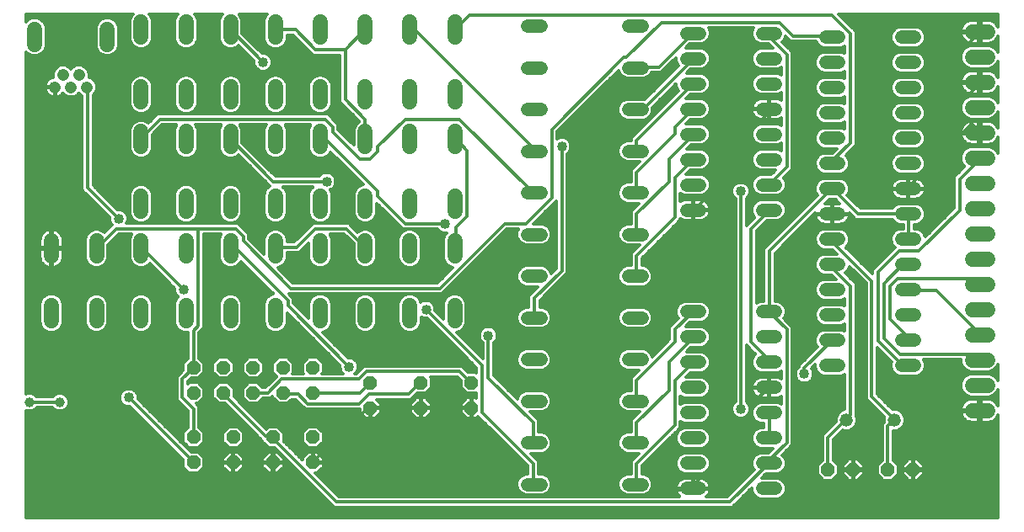
<source format=gbl>
G75*
%MOIN*%
%OFA0B0*%
%FSLAX25Y25*%
%IPPOS*%
%LPD*%
%AMOC8*
5,1,8,0,0,1.08239X$1,22.5*
%
%ADD10OC8,0.05200*%
%ADD11C,0.05200*%
%ADD12C,0.06000*%
%ADD13C,0.05200*%
%ADD14C,0.05937*%
%ADD15C,0.04756*%
%ADD16C,0.01200*%
%ADD17C,0.04000*%
%ADD18C,0.03962*%
D10*
X0076403Y0032033D03*
X0076403Y0042033D03*
X0092151Y0042033D03*
X0092151Y0032033D03*
X0107899Y0032033D03*
X0107899Y0042033D03*
X0123647Y0042033D03*
X0123647Y0032033D03*
X0146364Y0053608D03*
X0146364Y0063608D03*
X0166364Y0063608D03*
X0166364Y0053608D03*
X0186364Y0053608D03*
X0186364Y0063608D03*
X0123647Y0059592D03*
X0111836Y0059592D03*
X0100025Y0059592D03*
X0088214Y0059592D03*
X0076403Y0059592D03*
X0076403Y0069592D03*
X0088214Y0069592D03*
X0100025Y0069592D03*
X0111836Y0069592D03*
X0123647Y0069592D03*
X0327309Y0029159D03*
X0337309Y0029159D03*
X0350931Y0029159D03*
X0360931Y0029159D03*
D11*
X0306602Y0031718D02*
X0301402Y0031718D01*
X0301402Y0041718D02*
X0306602Y0041718D01*
X0306602Y0051718D02*
X0301402Y0051718D01*
X0301402Y0061718D02*
X0306602Y0061718D01*
X0306602Y0071718D02*
X0301402Y0071718D01*
X0301402Y0081718D02*
X0306602Y0081718D01*
X0306602Y0091718D02*
X0301402Y0091718D01*
X0276602Y0091718D02*
X0271402Y0091718D01*
X0271402Y0081718D02*
X0276602Y0081718D01*
X0276602Y0071718D02*
X0271402Y0071718D01*
X0271402Y0061718D02*
X0276602Y0061718D01*
X0276602Y0051718D02*
X0271402Y0051718D01*
X0271402Y0041718D02*
X0276602Y0041718D01*
X0276602Y0031718D02*
X0271402Y0031718D01*
X0271402Y0021718D02*
X0276602Y0021718D01*
X0253770Y0023351D02*
X0248570Y0023351D01*
X0248570Y0039847D02*
X0253770Y0039847D01*
X0253770Y0056343D02*
X0248570Y0056343D01*
X0248570Y0072839D02*
X0253770Y0072839D01*
X0253770Y0089335D02*
X0248570Y0089335D01*
X0248570Y0105831D02*
X0253770Y0105831D01*
X0253770Y0122328D02*
X0248570Y0122328D01*
X0271402Y0131954D02*
X0276602Y0131954D01*
X0276602Y0141954D02*
X0271402Y0141954D01*
X0271402Y0151954D02*
X0276602Y0151954D01*
X0276602Y0161954D02*
X0271402Y0161954D01*
X0271402Y0171954D02*
X0276602Y0171954D01*
X0276602Y0181954D02*
X0271402Y0181954D01*
X0271402Y0191954D02*
X0276602Y0191954D01*
X0276602Y0201954D02*
X0271402Y0201954D01*
X0253770Y0204808D02*
X0248570Y0204808D01*
X0248570Y0188312D02*
X0253770Y0188312D01*
X0253770Y0171816D02*
X0248570Y0171816D01*
X0248570Y0155320D02*
X0253770Y0155320D01*
X0253770Y0138824D02*
X0248570Y0138824D01*
X0213770Y0138824D02*
X0208570Y0138824D01*
X0208570Y0122328D02*
X0213770Y0122328D01*
X0213770Y0105831D02*
X0208570Y0105831D01*
X0208570Y0089335D02*
X0213770Y0089335D01*
X0213770Y0072839D02*
X0208570Y0072839D01*
X0208570Y0056343D02*
X0213770Y0056343D01*
X0213770Y0039847D02*
X0208570Y0039847D01*
X0208570Y0023351D02*
X0213770Y0023351D01*
X0301402Y0021718D02*
X0306602Y0021718D01*
X0326520Y0070458D02*
X0331720Y0070458D01*
X0331720Y0080458D02*
X0326520Y0080458D01*
X0326520Y0090458D02*
X0331720Y0090458D01*
X0331720Y0100458D02*
X0326520Y0100458D01*
X0326520Y0110458D02*
X0331720Y0110458D01*
X0331720Y0120458D02*
X0326520Y0120458D01*
X0326520Y0130458D02*
X0331720Y0130458D01*
X0331720Y0140458D02*
X0326520Y0140458D01*
X0326520Y0150458D02*
X0331720Y0150458D01*
X0331720Y0160458D02*
X0326520Y0160458D01*
X0326520Y0170458D02*
X0331720Y0170458D01*
X0331720Y0180458D02*
X0326520Y0180458D01*
X0326520Y0190458D02*
X0331720Y0190458D01*
X0331720Y0200458D02*
X0326520Y0200458D01*
X0306602Y0201954D02*
X0301402Y0201954D01*
X0301402Y0191954D02*
X0306602Y0191954D01*
X0306602Y0181954D02*
X0301402Y0181954D01*
X0301402Y0171954D02*
X0306602Y0171954D01*
X0306602Y0161954D02*
X0301402Y0161954D01*
X0301402Y0151954D02*
X0306602Y0151954D01*
X0306602Y0141954D02*
X0301402Y0141954D01*
X0301402Y0131954D02*
X0306602Y0131954D01*
X0356520Y0130458D02*
X0361720Y0130458D01*
X0361720Y0120458D02*
X0356520Y0120458D01*
X0356520Y0110458D02*
X0361720Y0110458D01*
X0361720Y0100458D02*
X0356520Y0100458D01*
X0356520Y0090458D02*
X0361720Y0090458D01*
X0361720Y0080458D02*
X0356520Y0080458D01*
X0356520Y0070458D02*
X0361720Y0070458D01*
X0361720Y0140458D02*
X0356520Y0140458D01*
X0356520Y0150458D02*
X0361720Y0150458D01*
X0361720Y0160458D02*
X0356520Y0160458D01*
X0356520Y0170458D02*
X0361720Y0170458D01*
X0361720Y0180458D02*
X0356520Y0180458D01*
X0356520Y0190458D02*
X0361720Y0190458D01*
X0361720Y0200458D02*
X0356520Y0200458D01*
X0213770Y0204808D02*
X0208570Y0204808D01*
X0208570Y0188312D02*
X0213770Y0188312D01*
X0213770Y0171816D02*
X0208570Y0171816D01*
X0208570Y0155320D02*
X0213770Y0155320D01*
D12*
X0179791Y0157069D02*
X0179791Y0163069D01*
X0161991Y0163069D02*
X0161991Y0157069D01*
X0144358Y0157069D02*
X0144358Y0163069D01*
X0126558Y0163069D02*
X0126558Y0157069D01*
X0108925Y0157069D02*
X0108925Y0163069D01*
X0091125Y0163069D02*
X0091125Y0157069D01*
X0073492Y0157069D02*
X0073492Y0163069D01*
X0073492Y0174776D02*
X0073492Y0180776D01*
X0091125Y0180776D02*
X0091125Y0174776D01*
X0108925Y0174776D02*
X0108925Y0180776D01*
X0126558Y0180776D02*
X0126558Y0174776D01*
X0144358Y0174776D02*
X0144358Y0180776D01*
X0161991Y0180776D02*
X0161991Y0174776D01*
X0179791Y0174776D02*
X0179791Y0180776D01*
X0179791Y0200376D02*
X0179791Y0206376D01*
X0161991Y0206376D02*
X0161991Y0200376D01*
X0144358Y0200376D02*
X0144358Y0206376D01*
X0126558Y0206376D02*
X0126558Y0200376D01*
X0108925Y0200376D02*
X0108925Y0206376D01*
X0091125Y0206376D02*
X0091125Y0200376D01*
X0073492Y0200376D02*
X0073492Y0206376D01*
X0055692Y0206376D02*
X0055692Y0200376D01*
X0055692Y0180776D02*
X0055692Y0174776D01*
X0055692Y0163069D02*
X0055692Y0157069D01*
X0055692Y0137469D02*
X0055692Y0131469D01*
X0055692Y0119762D02*
X0055692Y0113762D01*
X0038059Y0113762D02*
X0038059Y0119762D01*
X0020259Y0119762D02*
X0020259Y0113762D01*
X0020259Y0094162D02*
X0020259Y0088162D01*
X0038059Y0088162D02*
X0038059Y0094162D01*
X0055692Y0094162D02*
X0055692Y0088162D01*
X0073492Y0088162D02*
X0073492Y0094162D01*
X0091125Y0094162D02*
X0091125Y0088162D01*
X0108925Y0088162D02*
X0108925Y0094162D01*
X0126558Y0094162D02*
X0126558Y0088162D01*
X0144358Y0088162D02*
X0144358Y0094162D01*
X0161991Y0094162D02*
X0161991Y0088162D01*
X0179791Y0088162D02*
X0179791Y0094162D01*
X0179791Y0113762D02*
X0179791Y0119762D01*
X0161991Y0119762D02*
X0161991Y0113762D01*
X0144358Y0113762D02*
X0144358Y0119762D01*
X0126558Y0119762D02*
X0126558Y0113762D01*
X0108925Y0113762D02*
X0108925Y0119762D01*
X0091125Y0119762D02*
X0091125Y0113762D01*
X0073492Y0113762D02*
X0073492Y0119762D01*
X0073492Y0131469D02*
X0073492Y0137469D01*
X0091125Y0137469D02*
X0091125Y0131469D01*
X0108925Y0131469D02*
X0108925Y0137469D01*
X0126558Y0137469D02*
X0126558Y0131469D01*
X0144358Y0131469D02*
X0144358Y0137469D01*
X0161991Y0137469D02*
X0161991Y0131469D01*
X0179791Y0131469D02*
X0179791Y0137469D01*
X0384427Y0132584D02*
X0390427Y0132584D01*
X0390427Y0122584D02*
X0384427Y0122584D01*
X0384427Y0112584D02*
X0390427Y0112584D01*
X0390427Y0102584D02*
X0384427Y0102584D01*
X0384427Y0092584D02*
X0390427Y0092584D01*
X0390427Y0082584D02*
X0384427Y0082584D01*
X0384427Y0072584D02*
X0390427Y0072584D01*
X0390427Y0062584D02*
X0384427Y0062584D01*
X0384427Y0052584D02*
X0390427Y0052584D01*
X0390427Y0142584D02*
X0384427Y0142584D01*
X0384427Y0152584D02*
X0390427Y0152584D01*
X0390427Y0162584D02*
X0384427Y0162584D01*
X0384427Y0172584D02*
X0390427Y0172584D01*
X0390427Y0182584D02*
X0384427Y0182584D01*
X0384427Y0192584D02*
X0390427Y0192584D01*
X0390427Y0202584D02*
X0384427Y0202584D01*
D13*
X0353620Y0048844D03*
X0334620Y0048844D03*
D14*
X0042307Y0197590D02*
X0042307Y0203527D01*
X0013567Y0203527D02*
X0013567Y0197590D01*
D15*
X0024787Y0185401D03*
X0031087Y0185401D03*
X0034236Y0180676D03*
X0027937Y0180676D03*
X0021638Y0180676D03*
D16*
X0010137Y0052641D02*
X0010137Y0010137D01*
X0394638Y0010137D01*
X0394638Y0050717D01*
X0394361Y0050173D01*
X0393935Y0049588D01*
X0393423Y0049076D01*
X0392838Y0048650D01*
X0392193Y0048321D01*
X0391504Y0048098D01*
X0390789Y0047984D01*
X0387827Y0047984D01*
X0387827Y0052184D01*
X0387027Y0052184D01*
X0387027Y0047984D01*
X0384065Y0047984D01*
X0383350Y0048098D01*
X0382661Y0048321D01*
X0382016Y0048650D01*
X0381430Y0049076D01*
X0380918Y0049588D01*
X0380492Y0050173D01*
X0380164Y0050818D01*
X0379940Y0051507D01*
X0379833Y0052184D01*
X0387027Y0052184D01*
X0387027Y0052984D01*
X0379833Y0052984D01*
X0379940Y0053661D01*
X0380164Y0054350D01*
X0380492Y0054995D01*
X0380918Y0055581D01*
X0381430Y0056093D01*
X0382016Y0056519D01*
X0382661Y0056847D01*
X0383350Y0057071D01*
X0384065Y0057184D01*
X0387027Y0057184D01*
X0387027Y0052984D01*
X0387827Y0052984D01*
X0387827Y0057184D01*
X0390789Y0057184D01*
X0391504Y0057071D01*
X0392193Y0056847D01*
X0392838Y0056519D01*
X0393423Y0056093D01*
X0393935Y0055581D01*
X0394361Y0054995D01*
X0394638Y0054452D01*
X0394638Y0060730D01*
X0394326Y0059979D01*
X0393032Y0058685D01*
X0391342Y0057984D01*
X0383512Y0057984D01*
X0381821Y0058685D01*
X0380527Y0059979D01*
X0379827Y0061669D01*
X0379827Y0063499D01*
X0380527Y0065190D01*
X0381821Y0066484D01*
X0383512Y0067184D01*
X0391342Y0067184D01*
X0393032Y0066484D01*
X0394326Y0065190D01*
X0394638Y0064438D01*
X0394638Y0070730D01*
X0394326Y0069979D01*
X0393032Y0068685D01*
X0391342Y0067984D01*
X0383512Y0067984D01*
X0381821Y0068685D01*
X0380527Y0069979D01*
X0379827Y0071669D01*
X0379827Y0072727D01*
X0365326Y0072727D01*
X0365920Y0071294D01*
X0365920Y0069623D01*
X0365280Y0068079D01*
X0364099Y0066898D01*
X0362555Y0066258D01*
X0355684Y0066258D01*
X0354141Y0066898D01*
X0352959Y0068079D01*
X0352320Y0069623D01*
X0352320Y0071294D01*
X0352521Y0071780D01*
X0346812Y0077490D01*
X0346812Y0059106D01*
X0352873Y0053044D01*
X0354455Y0053044D01*
X0355999Y0052405D01*
X0357180Y0051223D01*
X0357820Y0049680D01*
X0357820Y0048009D01*
X0357180Y0046465D01*
X0355999Y0045284D01*
X0354455Y0044644D01*
X0353209Y0044644D01*
X0353209Y0032820D01*
X0355131Y0030899D01*
X0355131Y0027419D01*
X0352670Y0024959D01*
X0349191Y0024959D01*
X0346731Y0027419D01*
X0346731Y0030899D01*
X0348809Y0032977D01*
X0348809Y0047295D01*
X0349450Y0047935D01*
X0349420Y0048009D01*
X0349420Y0049680D01*
X0349594Y0050101D01*
X0342412Y0057283D01*
X0342412Y0103051D01*
X0335896Y0109566D01*
X0335280Y0108079D01*
X0334276Y0107075D01*
X0337157Y0104194D01*
X0338446Y0102905D01*
X0338446Y0050582D01*
X0338820Y0049680D01*
X0338820Y0048009D01*
X0338180Y0046465D01*
X0336999Y0045284D01*
X0335455Y0044644D01*
X0333784Y0044644D01*
X0333363Y0044819D01*
X0329587Y0041043D01*
X0329587Y0032820D01*
X0331509Y0030899D01*
X0331509Y0027419D01*
X0329048Y0024959D01*
X0325569Y0024959D01*
X0323109Y0027419D01*
X0323109Y0030899D01*
X0325187Y0032977D01*
X0325187Y0042866D01*
X0330420Y0048098D01*
X0330420Y0049680D01*
X0331059Y0051223D01*
X0332241Y0052405D01*
X0333784Y0053044D01*
X0334046Y0053044D01*
X0334046Y0066876D01*
X0332555Y0066258D01*
X0325684Y0066258D01*
X0324141Y0066898D01*
X0322959Y0068079D01*
X0322320Y0069623D01*
X0322320Y0070685D01*
X0320908Y0069273D01*
X0321089Y0069092D01*
X0321637Y0067769D01*
X0321637Y0066337D01*
X0321089Y0065014D01*
X0320076Y0064001D01*
X0318753Y0063453D01*
X0317321Y0063453D01*
X0315998Y0064001D01*
X0314985Y0065014D01*
X0314437Y0066337D01*
X0314437Y0067769D01*
X0314985Y0069092D01*
X0315837Y0069944D01*
X0315837Y0070425D01*
X0323225Y0077813D01*
X0322959Y0078079D01*
X0322320Y0079623D01*
X0322320Y0081294D01*
X0322959Y0082837D01*
X0324141Y0084019D01*
X0325684Y0084658D01*
X0332555Y0084658D01*
X0334046Y0084041D01*
X0334046Y0086876D01*
X0332555Y0086258D01*
X0325684Y0086258D01*
X0324141Y0086898D01*
X0322959Y0088079D01*
X0322320Y0089623D01*
X0322320Y0091294D01*
X0322959Y0092837D01*
X0324141Y0094019D01*
X0325684Y0094658D01*
X0332555Y0094658D01*
X0334046Y0094041D01*
X0334046Y0096876D01*
X0332555Y0096258D01*
X0325684Y0096258D01*
X0324141Y0096898D01*
X0322959Y0098079D01*
X0322320Y0099623D01*
X0322320Y0101294D01*
X0322959Y0102837D01*
X0324141Y0104019D01*
X0325684Y0104658D01*
X0330470Y0104658D01*
X0328870Y0106258D01*
X0325684Y0106258D01*
X0324141Y0106898D01*
X0322959Y0108079D01*
X0322320Y0109623D01*
X0322320Y0111294D01*
X0322959Y0112837D01*
X0324141Y0114019D01*
X0325684Y0114658D01*
X0330804Y0114658D01*
X0329204Y0116258D01*
X0325684Y0116258D01*
X0324141Y0116898D01*
X0322959Y0118079D01*
X0322320Y0119623D01*
X0322320Y0121294D01*
X0322959Y0122837D01*
X0324141Y0124019D01*
X0325684Y0124658D01*
X0332555Y0124658D01*
X0334099Y0124019D01*
X0335280Y0122837D01*
X0335920Y0121294D01*
X0335920Y0119623D01*
X0335280Y0118079D01*
X0334443Y0117242D01*
X0344872Y0106813D01*
X0344872Y0108318D01*
X0353239Y0116684D01*
X0353796Y0117242D01*
X0352959Y0118079D01*
X0352320Y0119623D01*
X0352320Y0121294D01*
X0352959Y0122837D01*
X0354141Y0124019D01*
X0355684Y0124658D01*
X0357176Y0124658D01*
X0357176Y0126258D01*
X0355684Y0126258D01*
X0354141Y0126898D01*
X0352959Y0128079D01*
X0352852Y0128337D01*
X0338287Y0128337D01*
X0335920Y0130704D01*
X0335920Y0130658D01*
X0329320Y0130658D01*
X0329320Y0130258D01*
X0335920Y0130258D01*
X0335920Y0130128D01*
X0335816Y0129475D01*
X0335612Y0128846D01*
X0335312Y0128257D01*
X0334923Y0127722D01*
X0334456Y0127255D01*
X0333921Y0126866D01*
X0333332Y0126566D01*
X0332703Y0126362D01*
X0332050Y0126258D01*
X0329320Y0126258D01*
X0329320Y0130258D01*
X0328920Y0130258D01*
X0328920Y0126258D01*
X0326189Y0126258D01*
X0325536Y0126362D01*
X0324907Y0126566D01*
X0324318Y0126866D01*
X0323784Y0127255D01*
X0323316Y0127722D01*
X0322928Y0128257D01*
X0322627Y0128846D01*
X0322423Y0129475D01*
X0322320Y0130128D01*
X0322320Y0130258D01*
X0328920Y0130258D01*
X0328920Y0130658D01*
X0328920Y0134658D01*
X0326254Y0134658D01*
X0327854Y0136258D01*
X0330366Y0136258D01*
X0331966Y0134658D01*
X0329320Y0134658D01*
X0329320Y0130658D01*
X0328920Y0130658D01*
X0322320Y0130658D01*
X0322320Y0130724D01*
X0306457Y0114862D01*
X0306457Y0095918D01*
X0307437Y0095918D01*
X0308981Y0095279D01*
X0310162Y0094097D01*
X0310802Y0092554D01*
X0310802Y0090883D01*
X0310162Y0089339D01*
X0309925Y0089102D01*
X0313347Y0085681D01*
X0313347Y0039075D01*
X0312059Y0037786D01*
X0309266Y0034993D01*
X0310162Y0034097D01*
X0310802Y0032554D01*
X0310802Y0030883D01*
X0310162Y0029339D01*
X0308981Y0028158D01*
X0307437Y0027518D01*
X0302775Y0027518D01*
X0301175Y0025918D01*
X0307437Y0025918D01*
X0308981Y0025279D01*
X0310162Y0024097D01*
X0310802Y0022554D01*
X0310802Y0020883D01*
X0310162Y0019339D01*
X0308981Y0018158D01*
X0307437Y0017518D01*
X0300566Y0017518D01*
X0299022Y0018158D01*
X0297841Y0019339D01*
X0297202Y0020883D01*
X0297202Y0021945D01*
X0289421Y0014164D01*
X0132086Y0014164D01*
X0108417Y0037833D01*
X0106160Y0037833D01*
X0103699Y0040293D01*
X0103699Y0040582D01*
X0088890Y0055392D01*
X0086474Y0055392D01*
X0084014Y0057852D01*
X0084014Y0061332D01*
X0086474Y0063792D01*
X0089954Y0063792D01*
X0092414Y0061332D01*
X0092414Y0058090D01*
X0105215Y0045289D01*
X0106160Y0046233D01*
X0109639Y0046233D01*
X0112099Y0043773D01*
X0112099Y0040373D01*
X0119447Y0033025D01*
X0119447Y0033773D01*
X0121908Y0036233D01*
X0123447Y0036233D01*
X0123447Y0032233D01*
X0123847Y0032233D01*
X0123847Y0036233D01*
X0125387Y0036233D01*
X0127847Y0033773D01*
X0127847Y0032233D01*
X0123847Y0032233D01*
X0123847Y0031833D01*
X0127847Y0031833D01*
X0127847Y0030293D01*
X0125387Y0027833D01*
X0124640Y0027833D01*
X0133909Y0018564D01*
X0268616Y0018564D01*
X0268198Y0018982D01*
X0267809Y0019517D01*
X0267509Y0020106D01*
X0267305Y0020735D01*
X0267202Y0021388D01*
X0267202Y0021518D01*
X0273801Y0021518D01*
X0273801Y0021918D01*
X0267202Y0021918D01*
X0267202Y0022049D01*
X0267305Y0022702D01*
X0267509Y0023330D01*
X0267809Y0023919D01*
X0268198Y0024454D01*
X0268665Y0024922D01*
X0269200Y0025310D01*
X0269789Y0025610D01*
X0270418Y0025815D01*
X0271071Y0025918D01*
X0273802Y0025918D01*
X0273802Y0021918D01*
X0274202Y0021918D01*
X0280802Y0021918D01*
X0280802Y0022049D01*
X0280698Y0022702D01*
X0280494Y0023330D01*
X0280194Y0023919D01*
X0279805Y0024454D01*
X0279338Y0024922D01*
X0278803Y0025310D01*
X0278214Y0025610D01*
X0277585Y0025815D01*
X0276932Y0025918D01*
X0274202Y0025918D01*
X0274202Y0021918D01*
X0274202Y0021518D01*
X0280802Y0021518D01*
X0280802Y0021388D01*
X0280698Y0020735D01*
X0280494Y0020106D01*
X0280194Y0019517D01*
X0279805Y0018982D01*
X0279387Y0018564D01*
X0287598Y0018564D01*
X0298107Y0029073D01*
X0297841Y0029339D01*
X0297202Y0030883D01*
X0297202Y0032554D01*
X0297841Y0034097D01*
X0299022Y0035279D01*
X0300566Y0035918D01*
X0303968Y0035918D01*
X0305568Y0037518D01*
X0300566Y0037518D01*
X0299022Y0038158D01*
X0297841Y0039339D01*
X0297202Y0040883D01*
X0297202Y0042554D01*
X0297841Y0044097D01*
X0299022Y0045279D01*
X0300566Y0045918D01*
X0302057Y0045918D01*
X0302057Y0047518D01*
X0300566Y0047518D01*
X0299022Y0048158D01*
X0297841Y0049339D01*
X0297202Y0050883D01*
X0297202Y0052554D01*
X0297841Y0054097D01*
X0299022Y0055279D01*
X0300566Y0055918D01*
X0307437Y0055918D01*
X0308947Y0055293D01*
X0308947Y0058231D01*
X0308803Y0058126D01*
X0308214Y0057826D01*
X0307585Y0057622D01*
X0306932Y0057518D01*
X0304202Y0057518D01*
X0304202Y0061518D01*
X0303802Y0061518D01*
X0303802Y0057518D01*
X0301071Y0057518D01*
X0300418Y0057622D01*
X0299789Y0057826D01*
X0299200Y0058126D01*
X0298665Y0058515D01*
X0298198Y0058982D01*
X0297809Y0059517D01*
X0297509Y0060106D01*
X0297305Y0060735D01*
X0297202Y0061388D01*
X0297202Y0061518D01*
X0303801Y0061518D01*
X0303801Y0061918D01*
X0297202Y0061918D01*
X0297202Y0062049D01*
X0297305Y0062702D01*
X0297509Y0063330D01*
X0297809Y0063919D01*
X0298198Y0064454D01*
X0298665Y0064922D01*
X0299200Y0065310D01*
X0299789Y0065610D01*
X0300418Y0065815D01*
X0301071Y0065918D01*
X0303802Y0065918D01*
X0303802Y0061918D01*
X0304202Y0061918D01*
X0304202Y0065918D01*
X0306932Y0065918D01*
X0307585Y0065815D01*
X0308214Y0065610D01*
X0308803Y0065310D01*
X0308947Y0065205D01*
X0308947Y0068144D01*
X0307437Y0067518D01*
X0300566Y0067518D01*
X0299022Y0068158D01*
X0297841Y0069339D01*
X0297202Y0070883D01*
X0297202Y0072554D01*
X0297841Y0074097D01*
X0298678Y0074934D01*
X0295964Y0077648D01*
X0295139Y0078474D01*
X0295139Y0056164D01*
X0295991Y0055312D01*
X0296539Y0053989D01*
X0296539Y0052557D01*
X0295991Y0051234D01*
X0294978Y0050221D01*
X0293655Y0049673D01*
X0292222Y0049673D01*
X0290899Y0050221D01*
X0289887Y0051234D01*
X0289339Y0052557D01*
X0289339Y0053989D01*
X0289887Y0055312D01*
X0290739Y0056164D01*
X0290739Y0136504D01*
X0289887Y0137356D01*
X0289339Y0138679D01*
X0289339Y0140111D01*
X0289887Y0141435D01*
X0290899Y0142447D01*
X0292222Y0142995D01*
X0293655Y0142995D01*
X0294978Y0142447D01*
X0295991Y0141435D01*
X0296539Y0140111D01*
X0296539Y0138679D01*
X0295991Y0137356D01*
X0295139Y0136504D01*
X0295139Y0126006D01*
X0298275Y0129142D01*
X0297841Y0129575D01*
X0297202Y0131119D01*
X0297202Y0132790D01*
X0297841Y0134333D01*
X0299022Y0135515D01*
X0300566Y0136154D01*
X0307437Y0136154D01*
X0308981Y0135515D01*
X0310162Y0134333D01*
X0310802Y0132790D01*
X0310802Y0131119D01*
X0310162Y0129575D01*
X0308981Y0128394D01*
X0307437Y0127754D01*
X0303110Y0127754D01*
X0299076Y0123720D01*
X0299076Y0095301D01*
X0300566Y0095918D01*
X0302057Y0095918D01*
X0302057Y0116684D01*
X0323206Y0137833D01*
X0322959Y0138079D01*
X0322320Y0139623D01*
X0322320Y0141294D01*
X0322959Y0142837D01*
X0324141Y0144019D01*
X0325684Y0144658D01*
X0332555Y0144658D01*
X0334099Y0144019D01*
X0335280Y0142837D01*
X0335920Y0141294D01*
X0335920Y0139623D01*
X0335280Y0138079D01*
X0335024Y0137823D01*
X0340110Y0132737D01*
X0352918Y0132737D01*
X0352959Y0132837D01*
X0354141Y0134019D01*
X0355684Y0134658D01*
X0362555Y0134658D01*
X0364099Y0134019D01*
X0365280Y0132837D01*
X0365920Y0131294D01*
X0365920Y0129623D01*
X0365280Y0128079D01*
X0364099Y0126898D01*
X0362555Y0126258D01*
X0361576Y0126258D01*
X0361576Y0124658D01*
X0362555Y0124658D01*
X0364099Y0124019D01*
X0365280Y0122837D01*
X0365862Y0121434D01*
X0377353Y0132925D01*
X0377353Y0145228D01*
X0381315Y0149190D01*
X0380527Y0149979D01*
X0379827Y0151669D01*
X0379827Y0153499D01*
X0380527Y0155190D01*
X0381821Y0156484D01*
X0383512Y0157184D01*
X0391342Y0157184D01*
X0393032Y0156484D01*
X0394326Y0155190D01*
X0394638Y0154438D01*
X0394638Y0160717D01*
X0394361Y0160173D01*
X0393935Y0159588D01*
X0393423Y0159076D01*
X0392838Y0158650D01*
X0392193Y0158321D01*
X0391504Y0158098D01*
X0390789Y0157984D01*
X0387827Y0157984D01*
X0387827Y0162184D01*
X0387027Y0162184D01*
X0387027Y0157984D01*
X0384065Y0157984D01*
X0383350Y0158098D01*
X0382661Y0158321D01*
X0382016Y0158650D01*
X0381430Y0159076D01*
X0380918Y0159588D01*
X0380492Y0160173D01*
X0380164Y0160818D01*
X0379940Y0161507D01*
X0379833Y0162184D01*
X0387027Y0162184D01*
X0387027Y0162984D01*
X0379833Y0162984D01*
X0379940Y0163661D01*
X0380164Y0164350D01*
X0380492Y0164995D01*
X0380918Y0165581D01*
X0381430Y0166093D01*
X0382016Y0166519D01*
X0382661Y0166847D01*
X0383350Y0167071D01*
X0384065Y0167184D01*
X0387027Y0167184D01*
X0387027Y0162984D01*
X0387827Y0162984D01*
X0387827Y0167184D01*
X0390789Y0167184D01*
X0391504Y0167071D01*
X0392193Y0166847D01*
X0392838Y0166519D01*
X0393423Y0166093D01*
X0393935Y0165581D01*
X0394361Y0164995D01*
X0394638Y0164452D01*
X0394638Y0170730D01*
X0394326Y0169979D01*
X0393032Y0168685D01*
X0391342Y0167984D01*
X0383512Y0167984D01*
X0381821Y0168685D01*
X0380527Y0169979D01*
X0379827Y0171669D01*
X0379827Y0173499D01*
X0380527Y0175190D01*
X0381821Y0176484D01*
X0383512Y0177184D01*
X0391342Y0177184D01*
X0393032Y0176484D01*
X0394326Y0175190D01*
X0394638Y0174438D01*
X0394638Y0180717D01*
X0394361Y0180173D01*
X0393935Y0179588D01*
X0393423Y0179076D01*
X0392838Y0178650D01*
X0392193Y0178321D01*
X0391504Y0178098D01*
X0390789Y0177984D01*
X0387827Y0177984D01*
X0387827Y0182184D01*
X0387027Y0182184D01*
X0387027Y0177984D01*
X0384065Y0177984D01*
X0383350Y0178098D01*
X0382661Y0178321D01*
X0382016Y0178650D01*
X0381430Y0179076D01*
X0380918Y0179588D01*
X0380492Y0180173D01*
X0380164Y0180818D01*
X0379940Y0181507D01*
X0379833Y0182184D01*
X0387027Y0182184D01*
X0387027Y0182984D01*
X0379833Y0182984D01*
X0379940Y0183661D01*
X0380164Y0184350D01*
X0380492Y0184995D01*
X0380918Y0185581D01*
X0381430Y0186093D01*
X0382016Y0186519D01*
X0382661Y0186847D01*
X0383350Y0187071D01*
X0384065Y0187184D01*
X0387027Y0187184D01*
X0387027Y0182984D01*
X0387827Y0182984D01*
X0387827Y0187184D01*
X0390789Y0187184D01*
X0391504Y0187071D01*
X0392193Y0186847D01*
X0392838Y0186519D01*
X0393423Y0186093D01*
X0393935Y0185581D01*
X0394361Y0184995D01*
X0394638Y0184452D01*
X0394638Y0190730D01*
X0394326Y0189979D01*
X0393032Y0188685D01*
X0391342Y0187984D01*
X0383512Y0187984D01*
X0381821Y0188685D01*
X0380527Y0189979D01*
X0379827Y0191669D01*
X0379827Y0193499D01*
X0380527Y0195190D01*
X0381821Y0196484D01*
X0383512Y0197184D01*
X0391342Y0197184D01*
X0393032Y0196484D01*
X0394326Y0195190D01*
X0394638Y0194438D01*
X0394638Y0200717D01*
X0394361Y0200173D01*
X0393935Y0199588D01*
X0393423Y0199076D01*
X0392838Y0198650D01*
X0392193Y0198321D01*
X0391504Y0198098D01*
X0390789Y0197984D01*
X0387827Y0197984D01*
X0387827Y0202184D01*
X0387027Y0202184D01*
X0387027Y0197984D01*
X0384065Y0197984D01*
X0383350Y0198098D01*
X0382661Y0198321D01*
X0382016Y0198650D01*
X0381430Y0199076D01*
X0380918Y0199588D01*
X0380492Y0200173D01*
X0380164Y0200818D01*
X0379940Y0201507D01*
X0379833Y0202184D01*
X0387027Y0202184D01*
X0387027Y0202984D01*
X0379833Y0202984D01*
X0379940Y0203661D01*
X0380164Y0204350D01*
X0380492Y0204995D01*
X0380918Y0205581D01*
X0381430Y0206093D01*
X0382016Y0206519D01*
X0382661Y0206847D01*
X0383350Y0207071D01*
X0384065Y0207184D01*
X0387027Y0207184D01*
X0387027Y0202984D01*
X0387827Y0202984D01*
X0387827Y0207184D01*
X0390789Y0207184D01*
X0391504Y0207071D01*
X0392193Y0206847D01*
X0392838Y0206519D01*
X0393423Y0206093D01*
X0393935Y0205581D01*
X0394361Y0204995D01*
X0394638Y0204452D01*
X0394638Y0209598D01*
X0331654Y0209598D01*
X0338446Y0202807D01*
X0338446Y0157677D01*
X0337157Y0156388D01*
X0334443Y0153674D01*
X0335280Y0152837D01*
X0335920Y0151294D01*
X0335920Y0149623D01*
X0335280Y0148079D01*
X0334099Y0146898D01*
X0332555Y0146258D01*
X0325684Y0146258D01*
X0324141Y0146898D01*
X0322959Y0148079D01*
X0322320Y0149623D01*
X0322320Y0151294D01*
X0322959Y0152837D01*
X0324141Y0154019D01*
X0325684Y0154658D01*
X0329204Y0154658D01*
X0330804Y0156258D01*
X0325684Y0156258D01*
X0324141Y0156898D01*
X0322959Y0158079D01*
X0322320Y0159623D01*
X0322320Y0161294D01*
X0322959Y0162837D01*
X0324141Y0164019D01*
X0325684Y0164658D01*
X0332555Y0164658D01*
X0334046Y0164041D01*
X0334046Y0166876D01*
X0332555Y0166258D01*
X0325684Y0166258D01*
X0324141Y0166898D01*
X0322959Y0168079D01*
X0322320Y0169623D01*
X0322320Y0171294D01*
X0322959Y0172837D01*
X0324141Y0174019D01*
X0325684Y0174658D01*
X0332555Y0174658D01*
X0334046Y0174041D01*
X0334046Y0176876D01*
X0332555Y0176258D01*
X0325684Y0176258D01*
X0324141Y0176898D01*
X0322959Y0178079D01*
X0322320Y0179623D01*
X0322320Y0181294D01*
X0322959Y0182837D01*
X0324141Y0184019D01*
X0325684Y0184658D01*
X0332555Y0184658D01*
X0334046Y0184041D01*
X0334046Y0186876D01*
X0332555Y0186258D01*
X0325684Y0186258D01*
X0324141Y0186898D01*
X0322959Y0188079D01*
X0322320Y0189623D01*
X0322320Y0191294D01*
X0322959Y0192837D01*
X0324141Y0194019D01*
X0325684Y0194658D01*
X0332555Y0194658D01*
X0334046Y0194041D01*
X0334046Y0196876D01*
X0332555Y0196258D01*
X0325684Y0196258D01*
X0324141Y0196898D01*
X0322959Y0198079D01*
X0322697Y0198711D01*
X0312697Y0198711D01*
X0310651Y0200756D01*
X0310162Y0199575D01*
X0309187Y0198600D01*
X0312059Y0195729D01*
X0313347Y0194440D01*
X0313347Y0148327D01*
X0309758Y0144737D01*
X0310162Y0144333D01*
X0310802Y0142790D01*
X0310802Y0141119D01*
X0310162Y0139575D01*
X0308981Y0138394D01*
X0307437Y0137754D01*
X0300566Y0137754D01*
X0299022Y0138394D01*
X0297841Y0139575D01*
X0297202Y0141119D01*
X0297202Y0142790D01*
X0297841Y0144333D01*
X0299022Y0145515D01*
X0300566Y0146154D01*
X0304953Y0146154D01*
X0306553Y0147754D01*
X0300566Y0147754D01*
X0299022Y0148394D01*
X0297841Y0149575D01*
X0297202Y0151119D01*
X0297202Y0152790D01*
X0297841Y0154333D01*
X0299022Y0155515D01*
X0300566Y0156154D01*
X0307437Y0156154D01*
X0308947Y0155529D01*
X0308947Y0158380D01*
X0307437Y0157754D01*
X0300566Y0157754D01*
X0299022Y0158394D01*
X0297841Y0159575D01*
X0297202Y0161119D01*
X0297202Y0162790D01*
X0297841Y0164333D01*
X0299022Y0165515D01*
X0300566Y0166154D01*
X0307437Y0166154D01*
X0308947Y0165529D01*
X0308947Y0168467D01*
X0308803Y0168362D01*
X0308214Y0168062D01*
X0307585Y0167858D01*
X0306932Y0167754D01*
X0304202Y0167754D01*
X0304202Y0171754D01*
X0303802Y0171754D01*
X0303802Y0167754D01*
X0301071Y0167754D01*
X0300418Y0167858D01*
X0299789Y0168062D01*
X0299200Y0168362D01*
X0298665Y0168751D01*
X0298198Y0169218D01*
X0297809Y0169753D01*
X0297509Y0170342D01*
X0297305Y0170971D01*
X0297202Y0171624D01*
X0297202Y0171754D01*
X0303801Y0171754D01*
X0303801Y0172154D01*
X0297202Y0172154D01*
X0297202Y0172285D01*
X0297305Y0172938D01*
X0297509Y0173567D01*
X0297809Y0174156D01*
X0298198Y0174690D01*
X0298665Y0175158D01*
X0299200Y0175546D01*
X0299789Y0175847D01*
X0300418Y0176051D01*
X0301071Y0176154D01*
X0303802Y0176154D01*
X0303802Y0172154D01*
X0304202Y0172154D01*
X0304202Y0176154D01*
X0306932Y0176154D01*
X0307585Y0176051D01*
X0308214Y0175847D01*
X0308803Y0175546D01*
X0308947Y0175442D01*
X0308947Y0178380D01*
X0307437Y0177754D01*
X0300566Y0177754D01*
X0299022Y0178394D01*
X0297841Y0179575D01*
X0297202Y0181119D01*
X0297202Y0182790D01*
X0297841Y0184333D01*
X0299022Y0185515D01*
X0300566Y0186154D01*
X0307437Y0186154D01*
X0308947Y0185529D01*
X0308947Y0188380D01*
X0307437Y0187754D01*
X0300566Y0187754D01*
X0299022Y0188394D01*
X0297841Y0189575D01*
X0297202Y0191119D01*
X0297202Y0192790D01*
X0297841Y0194333D01*
X0299022Y0195515D01*
X0300566Y0196154D01*
X0305411Y0196154D01*
X0303811Y0197754D01*
X0300566Y0197754D01*
X0299022Y0198394D01*
X0297841Y0199575D01*
X0297202Y0201119D01*
X0297202Y0202790D01*
X0297754Y0204124D01*
X0280249Y0204124D01*
X0280802Y0202790D01*
X0280802Y0201119D01*
X0280162Y0199575D01*
X0278981Y0198394D01*
X0277437Y0197754D01*
X0272716Y0197754D01*
X0271116Y0196154D01*
X0277437Y0196154D01*
X0278981Y0195515D01*
X0280162Y0194333D01*
X0280802Y0192790D01*
X0280802Y0191119D01*
X0280162Y0189575D01*
X0278981Y0188394D01*
X0277437Y0187754D01*
X0273051Y0187754D01*
X0271451Y0186154D01*
X0277437Y0186154D01*
X0278981Y0185515D01*
X0280162Y0184333D01*
X0280802Y0182790D01*
X0280802Y0181119D01*
X0280162Y0179575D01*
X0278981Y0178394D01*
X0277437Y0177754D01*
X0272893Y0177754D01*
X0271293Y0176154D01*
X0277437Y0176154D01*
X0278981Y0175515D01*
X0280162Y0174333D01*
X0280802Y0172790D01*
X0280802Y0171119D01*
X0280162Y0169575D01*
X0278981Y0168394D01*
X0277437Y0167754D01*
X0272736Y0167754D01*
X0271136Y0166154D01*
X0277437Y0166154D01*
X0278981Y0165515D01*
X0280162Y0164333D01*
X0280802Y0162790D01*
X0280802Y0161119D01*
X0280162Y0159575D01*
X0278981Y0158394D01*
X0277437Y0157754D01*
X0273070Y0157754D01*
X0271470Y0156154D01*
X0277437Y0156154D01*
X0278981Y0155515D01*
X0280162Y0154333D01*
X0280802Y0152790D01*
X0280802Y0151119D01*
X0280162Y0149575D01*
X0278981Y0148394D01*
X0277437Y0147754D01*
X0272913Y0147754D01*
X0271313Y0146154D01*
X0277437Y0146154D01*
X0278981Y0145515D01*
X0280162Y0144333D01*
X0280802Y0142790D01*
X0280802Y0141119D01*
X0280162Y0139575D01*
X0278981Y0138394D01*
X0277437Y0137754D01*
X0270566Y0137754D01*
X0269056Y0138380D01*
X0269056Y0135442D01*
X0269200Y0135546D01*
X0269789Y0135847D01*
X0270418Y0136051D01*
X0271071Y0136154D01*
X0273802Y0136154D01*
X0273802Y0132154D01*
X0274202Y0132154D01*
X0280802Y0132154D01*
X0280802Y0132285D01*
X0280698Y0132938D01*
X0280494Y0133567D01*
X0280194Y0134156D01*
X0279805Y0134690D01*
X0279338Y0135158D01*
X0278803Y0135546D01*
X0278214Y0135847D01*
X0277585Y0136051D01*
X0276932Y0136154D01*
X0274202Y0136154D01*
X0274202Y0132154D01*
X0274202Y0131754D01*
X0280802Y0131754D01*
X0280802Y0131624D01*
X0280698Y0130971D01*
X0280494Y0130342D01*
X0280194Y0129753D01*
X0279805Y0129218D01*
X0279338Y0128751D01*
X0278803Y0128362D01*
X0278214Y0128062D01*
X0277585Y0127858D01*
X0276932Y0127754D01*
X0274202Y0127754D01*
X0274202Y0131754D01*
X0273802Y0131754D01*
X0273802Y0127754D01*
X0271071Y0127754D01*
X0270418Y0127858D01*
X0269789Y0128062D01*
X0269200Y0128362D01*
X0269056Y0128467D01*
X0269056Y0128149D01*
X0267767Y0126861D01*
X0253800Y0112893D01*
X0253800Y0110031D01*
X0254606Y0110031D01*
X0256149Y0109392D01*
X0257331Y0108211D01*
X0257970Y0106667D01*
X0257970Y0104996D01*
X0257331Y0103452D01*
X0256149Y0102271D01*
X0254606Y0101631D01*
X0247735Y0101631D01*
X0246191Y0102271D01*
X0245009Y0103452D01*
X0244370Y0104996D01*
X0244370Y0106667D01*
X0245009Y0108211D01*
X0246191Y0109392D01*
X0247735Y0110031D01*
X0249400Y0110031D01*
X0249400Y0114716D01*
X0252812Y0118128D01*
X0247735Y0118128D01*
X0246191Y0118767D01*
X0245009Y0119948D01*
X0244370Y0121492D01*
X0244370Y0123163D01*
X0245009Y0124707D01*
X0246191Y0125888D01*
X0247735Y0126528D01*
X0249400Y0126528D01*
X0249400Y0131448D01*
X0252575Y0134624D01*
X0247735Y0134624D01*
X0246191Y0135263D01*
X0245009Y0136445D01*
X0244370Y0137988D01*
X0244370Y0139659D01*
X0245009Y0141203D01*
X0246191Y0142384D01*
X0247735Y0143024D01*
X0249400Y0143024D01*
X0249400Y0147688D01*
X0252831Y0151120D01*
X0247735Y0151120D01*
X0246191Y0151759D01*
X0245009Y0152941D01*
X0244370Y0154484D01*
X0244370Y0156155D01*
X0245009Y0157699D01*
X0246191Y0158880D01*
X0247735Y0159520D01*
X0249400Y0159520D01*
X0249400Y0160484D01*
X0268166Y0179250D01*
X0267841Y0179575D01*
X0267202Y0181119D01*
X0267202Y0181905D01*
X0257963Y0172667D01*
X0257970Y0172651D01*
X0257970Y0170980D01*
X0257331Y0169437D01*
X0256149Y0168255D01*
X0254606Y0167616D01*
X0247735Y0167616D01*
X0246191Y0168255D01*
X0245009Y0169437D01*
X0244370Y0170980D01*
X0244370Y0172651D01*
X0245009Y0174195D01*
X0246191Y0175376D01*
X0247735Y0176016D01*
X0254606Y0176016D01*
X0254948Y0175874D01*
X0268245Y0189171D01*
X0267841Y0189575D01*
X0267202Y0191119D01*
X0267202Y0192240D01*
X0261370Y0186408D01*
X0257527Y0186408D01*
X0257331Y0185933D01*
X0256149Y0184751D01*
X0254606Y0184112D01*
X0247735Y0184112D01*
X0246191Y0184751D01*
X0245009Y0185933D01*
X0244473Y0187228D01*
X0220335Y0163090D01*
X0220335Y0160289D01*
X0221356Y0160712D01*
X0222789Y0160712D01*
X0224112Y0160164D01*
X0225124Y0159151D01*
X0225672Y0157828D01*
X0225672Y0156396D01*
X0225124Y0155073D01*
X0224272Y0154221D01*
X0224272Y0106988D01*
X0222984Y0105699D01*
X0213446Y0096161D01*
X0213446Y0093535D01*
X0214606Y0093535D01*
X0216149Y0092896D01*
X0217331Y0091715D01*
X0217970Y0090171D01*
X0217970Y0088500D01*
X0217331Y0086956D01*
X0216149Y0085775D01*
X0214606Y0085135D01*
X0207735Y0085135D01*
X0206191Y0085775D01*
X0205009Y0086956D01*
X0204370Y0088500D01*
X0204370Y0090171D01*
X0205009Y0091715D01*
X0206191Y0092896D01*
X0207735Y0093535D01*
X0209046Y0093535D01*
X0209046Y0097984D01*
X0212693Y0101631D01*
X0207735Y0101631D01*
X0206191Y0102271D01*
X0205009Y0103452D01*
X0204370Y0104996D01*
X0204370Y0106667D01*
X0205009Y0108211D01*
X0206191Y0109392D01*
X0207735Y0110031D01*
X0214606Y0110031D01*
X0216149Y0109392D01*
X0217331Y0108211D01*
X0217899Y0106837D01*
X0219872Y0108810D01*
X0219872Y0135560D01*
X0210840Y0126528D01*
X0214606Y0126528D01*
X0216149Y0125888D01*
X0217331Y0124707D01*
X0217970Y0123163D01*
X0217970Y0121492D01*
X0217331Y0119948D01*
X0216149Y0118767D01*
X0214606Y0118128D01*
X0207735Y0118128D01*
X0206191Y0118767D01*
X0205009Y0119948D01*
X0204370Y0121492D01*
X0204370Y0123163D01*
X0204882Y0124400D01*
X0200346Y0124400D01*
X0176044Y0100098D01*
X0174755Y0098809D01*
X0114195Y0098809D01*
X0116005Y0096999D01*
X0116005Y0095031D01*
X0121958Y0089077D01*
X0121958Y0095077D01*
X0122659Y0096768D01*
X0123953Y0098062D01*
X0125643Y0098762D01*
X0127473Y0098762D01*
X0129164Y0098062D01*
X0130458Y0096768D01*
X0131158Y0095077D01*
X0131158Y0087247D01*
X0130458Y0085557D01*
X0129164Y0084263D01*
X0127473Y0083562D01*
X0137430Y0073605D01*
X0138635Y0073605D01*
X0139958Y0073057D01*
X0140971Y0072045D01*
X0141519Y0070722D01*
X0141519Y0069289D01*
X0140971Y0067966D01*
X0140289Y0067284D01*
X0140945Y0067284D01*
X0142609Y0068948D01*
X0143897Y0070237D01*
X0182629Y0070237D01*
X0185059Y0067808D01*
X0188103Y0067808D01*
X0188376Y0067535D01*
X0188376Y0069586D01*
X0168919Y0089043D01*
X0167715Y0089043D01*
X0166591Y0089509D01*
X0166591Y0087247D01*
X0165891Y0085557D01*
X0164597Y0084263D01*
X0162906Y0083562D01*
X0161076Y0083562D01*
X0159386Y0084263D01*
X0158092Y0085557D01*
X0157391Y0087247D01*
X0157391Y0095077D01*
X0158092Y0096768D01*
X0159386Y0098062D01*
X0161076Y0098762D01*
X0162906Y0098762D01*
X0164597Y0098062D01*
X0165891Y0096768D01*
X0166352Y0095656D01*
X0166391Y0095695D01*
X0167715Y0096243D01*
X0169147Y0096243D01*
X0170470Y0095695D01*
X0171483Y0094683D01*
X0172031Y0093359D01*
X0172031Y0092155D01*
X0175191Y0088994D01*
X0175191Y0095077D01*
X0175892Y0096768D01*
X0177186Y0098062D01*
X0178876Y0098762D01*
X0180706Y0098762D01*
X0182397Y0098062D01*
X0183691Y0096768D01*
X0184391Y0095077D01*
X0184391Y0087247D01*
X0183691Y0085557D01*
X0182397Y0084263D01*
X0180706Y0083562D01*
X0180623Y0083562D01*
X0190837Y0073348D01*
X0190837Y0079417D01*
X0189985Y0080269D01*
X0189437Y0081593D01*
X0189437Y0083025D01*
X0189985Y0084348D01*
X0190998Y0085361D01*
X0192321Y0085909D01*
X0193753Y0085909D01*
X0195076Y0085361D01*
X0196089Y0084348D01*
X0196637Y0083025D01*
X0196637Y0081593D01*
X0196089Y0080269D01*
X0195237Y0079417D01*
X0195237Y0066488D01*
X0204422Y0057303D01*
X0205009Y0058722D01*
X0206191Y0059904D01*
X0207735Y0060543D01*
X0214606Y0060543D01*
X0216149Y0059904D01*
X0217331Y0058722D01*
X0217970Y0057179D01*
X0217970Y0055508D01*
X0217331Y0053964D01*
X0216149Y0052783D01*
X0214606Y0052143D01*
X0209581Y0052143D01*
X0212954Y0048771D01*
X0212954Y0044047D01*
X0214606Y0044047D01*
X0216149Y0043408D01*
X0217331Y0042226D01*
X0217970Y0040683D01*
X0217970Y0039012D01*
X0217331Y0037468D01*
X0216149Y0036287D01*
X0214606Y0035647D01*
X0209837Y0035647D01*
X0212954Y0032531D01*
X0212954Y0027551D01*
X0214606Y0027551D01*
X0216149Y0026912D01*
X0217331Y0025730D01*
X0217970Y0024187D01*
X0217970Y0022516D01*
X0217331Y0020972D01*
X0216149Y0019791D01*
X0214606Y0019151D01*
X0207735Y0019151D01*
X0206191Y0019791D01*
X0205009Y0020972D01*
X0204370Y0022516D01*
X0204370Y0024187D01*
X0205009Y0025730D01*
X0206191Y0026912D01*
X0207735Y0027551D01*
X0208554Y0027551D01*
X0208554Y0030708D01*
X0189665Y0049597D01*
X0188979Y0050283D01*
X0188103Y0049408D01*
X0186564Y0049408D01*
X0186564Y0053408D01*
X0186164Y0053408D01*
X0186164Y0049408D01*
X0184624Y0049408D01*
X0182164Y0051868D01*
X0182164Y0053408D01*
X0186164Y0053408D01*
X0186164Y0053808D01*
X0186164Y0057808D01*
X0184624Y0057808D01*
X0182164Y0055348D01*
X0182164Y0053808D01*
X0186164Y0053808D01*
X0186564Y0053808D01*
X0186564Y0057808D01*
X0188103Y0057808D01*
X0188376Y0057535D01*
X0188376Y0059681D01*
X0188103Y0059408D01*
X0184624Y0059408D01*
X0182164Y0061868D01*
X0182164Y0064480D01*
X0180807Y0065837D01*
X0170074Y0065837D01*
X0170564Y0065348D01*
X0170564Y0061868D01*
X0168103Y0059408D01*
X0164881Y0059408D01*
X0162452Y0056979D01*
X0148933Y0056979D01*
X0150564Y0055348D01*
X0150564Y0053808D01*
X0146564Y0053808D01*
X0146564Y0053408D01*
X0150564Y0053408D01*
X0150564Y0051868D01*
X0148103Y0049408D01*
X0146564Y0049408D01*
X0146564Y0053408D01*
X0146164Y0053408D01*
X0146164Y0049408D01*
X0144624Y0049408D01*
X0142164Y0051868D01*
X0142164Y0053042D01*
X0120767Y0053042D01*
X0119479Y0054330D01*
X0116830Y0056979D01*
X0115163Y0056979D01*
X0113576Y0055392D01*
X0110097Y0055392D01*
X0107636Y0057852D01*
X0107636Y0058265D01*
X0106842Y0057471D01*
X0103844Y0057471D01*
X0101765Y0055392D01*
X0098285Y0055392D01*
X0095825Y0057852D01*
X0095825Y0061332D01*
X0098285Y0063792D01*
X0101765Y0063792D01*
X0103686Y0061871D01*
X0105019Y0061871D01*
X0109144Y0065996D01*
X0109319Y0066170D01*
X0107636Y0067852D01*
X0107636Y0071332D01*
X0110097Y0073792D01*
X0113576Y0073792D01*
X0116036Y0071332D01*
X0116036Y0067852D01*
X0115468Y0067284D01*
X0120015Y0067284D01*
X0119447Y0067852D01*
X0119447Y0071332D01*
X0121908Y0073792D01*
X0125387Y0073792D01*
X0127847Y0071332D01*
X0127847Y0067852D01*
X0127279Y0067284D01*
X0135549Y0067284D01*
X0134867Y0067966D01*
X0134319Y0069289D01*
X0134319Y0070494D01*
X0113525Y0091288D01*
X0113525Y0087247D01*
X0112825Y0085557D01*
X0111531Y0084263D01*
X0109840Y0083562D01*
X0108010Y0083562D01*
X0106320Y0084263D01*
X0105026Y0085557D01*
X0104325Y0087247D01*
X0104325Y0095077D01*
X0105026Y0096768D01*
X0106320Y0098062D01*
X0108010Y0098762D01*
X0108019Y0098762D01*
X0095201Y0111581D01*
X0095025Y0111157D01*
X0093731Y0109863D01*
X0092040Y0109162D01*
X0090210Y0109162D01*
X0088520Y0109863D01*
X0087226Y0111157D01*
X0086525Y0112847D01*
X0086525Y0120677D01*
X0087226Y0122368D01*
X0087289Y0122431D01*
X0080572Y0122431D01*
X0080572Y0085334D01*
X0079283Y0084046D01*
X0078603Y0083366D01*
X0078603Y0073332D01*
X0080603Y0071332D01*
X0080603Y0067852D01*
X0078143Y0065392D01*
X0075393Y0065392D01*
X0074174Y0064173D01*
X0074174Y0063303D01*
X0074663Y0063792D01*
X0078143Y0063792D01*
X0080603Y0061332D01*
X0080603Y0057852D01*
X0078143Y0055392D01*
X0077395Y0055392D01*
X0078603Y0054184D01*
X0078603Y0045773D01*
X0080603Y0043773D01*
X0080603Y0040293D01*
X0078143Y0037833D01*
X0074663Y0037833D01*
X0072203Y0040293D01*
X0072203Y0043773D01*
X0074203Y0045773D01*
X0074203Y0052362D01*
X0071063Y0055502D01*
X0069774Y0056791D01*
X0069774Y0065996D01*
X0072203Y0068425D01*
X0072203Y0071332D01*
X0074203Y0073332D01*
X0074203Y0083562D01*
X0072577Y0083562D01*
X0070886Y0084263D01*
X0069592Y0085557D01*
X0068892Y0087247D01*
X0068892Y0095077D01*
X0069592Y0096768D01*
X0070358Y0097534D01*
X0069414Y0098478D01*
X0068866Y0099801D01*
X0068866Y0101006D01*
X0059154Y0110718D01*
X0058298Y0109863D01*
X0056607Y0109162D01*
X0054777Y0109162D01*
X0053086Y0109863D01*
X0051792Y0111157D01*
X0051092Y0112847D01*
X0051092Y0120677D01*
X0051792Y0122368D01*
X0051856Y0122431D01*
X0046803Y0122431D01*
X0042659Y0118288D01*
X0042659Y0112847D01*
X0041959Y0111157D01*
X0040665Y0109863D01*
X0038974Y0109162D01*
X0037144Y0109162D01*
X0035453Y0109863D01*
X0034159Y0111157D01*
X0033459Y0112847D01*
X0033459Y0120677D01*
X0034159Y0122368D01*
X0035453Y0123662D01*
X0037144Y0124362D01*
X0038974Y0124362D01*
X0040665Y0123662D01*
X0041238Y0123089D01*
X0044251Y0126102D01*
X0043824Y0126529D01*
X0043276Y0127852D01*
X0043276Y0129057D01*
X0032372Y0139960D01*
X0032372Y0177143D01*
X0031983Y0177304D01*
X0031087Y0178200D01*
X0030190Y0177304D01*
X0028728Y0176698D01*
X0027146Y0176698D01*
X0025684Y0177304D01*
X0024776Y0178212D01*
X0024728Y0178141D01*
X0024174Y0177587D01*
X0023522Y0177151D01*
X0022798Y0176851D01*
X0022030Y0176698D01*
X0021727Y0176698D01*
X0021727Y0180587D01*
X0021549Y0180587D01*
X0021549Y0176698D01*
X0021246Y0176698D01*
X0020477Y0176851D01*
X0019754Y0177151D01*
X0019102Y0177587D01*
X0018548Y0178141D01*
X0018113Y0178792D01*
X0017813Y0179516D01*
X0017660Y0180285D01*
X0017660Y0180587D01*
X0021549Y0180587D01*
X0021549Y0180765D01*
X0017660Y0180765D01*
X0017660Y0181068D01*
X0017813Y0181837D01*
X0018113Y0182561D01*
X0018548Y0183212D01*
X0019102Y0183766D01*
X0019754Y0184202D01*
X0020477Y0184501D01*
X0020826Y0184571D01*
X0020809Y0184610D01*
X0020809Y0186192D01*
X0021415Y0187654D01*
X0022534Y0188773D01*
X0023996Y0189379D01*
X0025579Y0189379D01*
X0027041Y0188773D01*
X0027937Y0187877D01*
X0028833Y0188773D01*
X0030295Y0189379D01*
X0031878Y0189379D01*
X0033340Y0188773D01*
X0034459Y0187654D01*
X0035065Y0186192D01*
X0035065Y0184639D01*
X0036490Y0184049D01*
X0037609Y0182930D01*
X0038214Y0181468D01*
X0038214Y0179885D01*
X0037609Y0178423D01*
X0036772Y0177587D01*
X0036772Y0141783D01*
X0046387Y0132168D01*
X0047592Y0132168D01*
X0048915Y0131620D01*
X0049928Y0130608D01*
X0050476Y0129285D01*
X0050476Y0127852D01*
X0050053Y0126831D01*
X0094047Y0126831D01*
X0095335Y0125543D01*
X0098288Y0122590D01*
X0098288Y0120622D01*
X0104325Y0114584D01*
X0104325Y0120677D01*
X0105026Y0122368D01*
X0106320Y0123662D01*
X0108010Y0124362D01*
X0109840Y0124362D01*
X0111531Y0123662D01*
X0112825Y0122368D01*
X0113525Y0120677D01*
X0113525Y0119450D01*
X0116338Y0119450D01*
X0122431Y0125543D01*
X0123720Y0126831D01*
X0137846Y0126831D01*
X0141384Y0123293D01*
X0141753Y0123662D01*
X0143443Y0124362D01*
X0145273Y0124362D01*
X0146964Y0123662D01*
X0148258Y0122368D01*
X0148958Y0120677D01*
X0148958Y0112847D01*
X0148258Y0111157D01*
X0146964Y0109863D01*
X0145273Y0109162D01*
X0143443Y0109162D01*
X0141753Y0109863D01*
X0140459Y0111157D01*
X0139758Y0112847D01*
X0139758Y0118697D01*
X0136023Y0122431D01*
X0130394Y0122431D01*
X0130458Y0122368D01*
X0131158Y0120677D01*
X0131158Y0112847D01*
X0130458Y0111157D01*
X0129164Y0109863D01*
X0127473Y0109162D01*
X0125643Y0109162D01*
X0123953Y0109863D01*
X0122659Y0111157D01*
X0121958Y0112847D01*
X0121958Y0118847D01*
X0118161Y0115050D01*
X0113525Y0115050D01*
X0113525Y0112847D01*
X0112825Y0111157D01*
X0111531Y0109863D01*
X0109840Y0109162D01*
X0109747Y0109162D01*
X0115700Y0103209D01*
X0172933Y0103209D01*
X0178886Y0109162D01*
X0178876Y0109162D01*
X0177186Y0109863D01*
X0175892Y0111157D01*
X0175191Y0112847D01*
X0175191Y0120677D01*
X0175892Y0122368D01*
X0176524Y0123000D01*
X0175097Y0123000D01*
X0173773Y0123548D01*
X0172921Y0124400D01*
X0159153Y0124400D01*
X0148958Y0134595D01*
X0148958Y0130554D01*
X0148258Y0128864D01*
X0146964Y0127570D01*
X0145273Y0126869D01*
X0143443Y0126869D01*
X0141753Y0127570D01*
X0140459Y0128864D01*
X0139758Y0130554D01*
X0139758Y0138384D01*
X0140459Y0140075D01*
X0141753Y0141369D01*
X0143443Y0142069D01*
X0143453Y0142069D01*
X0130634Y0154888D01*
X0130458Y0154464D01*
X0129164Y0153170D01*
X0127473Y0152469D01*
X0125643Y0152469D01*
X0123953Y0153170D01*
X0122659Y0154464D01*
X0121958Y0156154D01*
X0121958Y0163984D01*
X0122659Y0165675D01*
X0122722Y0165739D01*
X0112761Y0165739D01*
X0112825Y0165675D01*
X0113525Y0163984D01*
X0113525Y0156154D01*
X0112825Y0154464D01*
X0111531Y0153170D01*
X0109840Y0152469D01*
X0108010Y0152469D01*
X0106320Y0153170D01*
X0105026Y0154464D01*
X0104325Y0156154D01*
X0104325Y0163984D01*
X0105026Y0165675D01*
X0105089Y0165739D01*
X0094961Y0165739D01*
X0095025Y0165675D01*
X0095725Y0163984D01*
X0095725Y0158618D01*
X0108810Y0145532D01*
X0126169Y0145532D01*
X0127021Y0146384D01*
X0128345Y0146932D01*
X0129777Y0146932D01*
X0131100Y0146384D01*
X0132113Y0145372D01*
X0132661Y0144048D01*
X0132661Y0142616D01*
X0132113Y0141293D01*
X0131100Y0140280D01*
X0130479Y0140023D01*
X0131158Y0138384D01*
X0131158Y0130554D01*
X0130458Y0128864D01*
X0129164Y0127570D01*
X0127473Y0126869D01*
X0125643Y0126869D01*
X0123953Y0127570D01*
X0122659Y0128864D01*
X0121958Y0130554D01*
X0121958Y0138384D01*
X0122659Y0140075D01*
X0123716Y0141132D01*
X0111768Y0141132D01*
X0112825Y0140075D01*
X0113525Y0138384D01*
X0113525Y0130554D01*
X0112825Y0128864D01*
X0111531Y0127570D01*
X0109840Y0126869D01*
X0108010Y0126869D01*
X0106320Y0127570D01*
X0105026Y0128864D01*
X0104325Y0130554D01*
X0104325Y0138384D01*
X0105026Y0140075D01*
X0106320Y0141369D01*
X0106625Y0141495D01*
X0094341Y0153779D01*
X0093731Y0153170D01*
X0092040Y0152469D01*
X0090210Y0152469D01*
X0088520Y0153170D01*
X0087226Y0154464D01*
X0086525Y0156154D01*
X0086525Y0163984D01*
X0087226Y0165675D01*
X0087289Y0165739D01*
X0077328Y0165739D01*
X0077392Y0165675D01*
X0078092Y0163984D01*
X0078092Y0156154D01*
X0077392Y0154464D01*
X0076098Y0153170D01*
X0074407Y0152469D01*
X0072577Y0152469D01*
X0070886Y0153170D01*
X0069592Y0154464D01*
X0068892Y0156154D01*
X0068892Y0163984D01*
X0069592Y0165675D01*
X0069656Y0165739D01*
X0064027Y0165739D01*
X0060292Y0162004D01*
X0060292Y0156154D01*
X0059592Y0154464D01*
X0058298Y0153170D01*
X0056607Y0152469D01*
X0054777Y0152469D01*
X0053086Y0153170D01*
X0051792Y0154464D01*
X0051092Y0156154D01*
X0051092Y0163984D01*
X0051792Y0165675D01*
X0053086Y0166969D01*
X0054777Y0167669D01*
X0056607Y0167669D01*
X0058298Y0166969D01*
X0058666Y0166600D01*
X0062204Y0170139D01*
X0129480Y0170139D01*
X0130768Y0168850D01*
X0133721Y0165897D01*
X0133721Y0163929D01*
X0139758Y0157892D01*
X0139758Y0163984D01*
X0140459Y0165675D01*
X0141753Y0166969D01*
X0142051Y0167093D01*
X0135531Y0173613D01*
X0134243Y0174901D01*
X0134243Y0193298D01*
X0123720Y0193298D01*
X0122431Y0194586D01*
X0115846Y0201172D01*
X0113525Y0201172D01*
X0113525Y0199461D01*
X0112825Y0197771D01*
X0111531Y0196477D01*
X0109840Y0195776D01*
X0108010Y0195776D01*
X0106320Y0196477D01*
X0105026Y0197771D01*
X0104325Y0199461D01*
X0104325Y0207291D01*
X0105026Y0208982D01*
X0105642Y0209598D01*
X0094409Y0209598D01*
X0095025Y0208982D01*
X0095725Y0207291D01*
X0095725Y0201925D01*
X0103473Y0194176D01*
X0104678Y0194176D01*
X0106001Y0193628D01*
X0107014Y0192616D01*
X0107562Y0191292D01*
X0107562Y0189860D01*
X0107014Y0188537D01*
X0106001Y0187524D01*
X0104678Y0186976D01*
X0103246Y0186976D01*
X0101923Y0187524D01*
X0100910Y0188537D01*
X0100362Y0189860D01*
X0100362Y0191065D01*
X0094341Y0197087D01*
X0093731Y0196477D01*
X0092040Y0195776D01*
X0090210Y0195776D01*
X0088520Y0196477D01*
X0087226Y0197771D01*
X0086525Y0199461D01*
X0086525Y0207291D01*
X0087226Y0208982D01*
X0087842Y0209598D01*
X0076775Y0209598D01*
X0077392Y0208982D01*
X0078092Y0207291D01*
X0078092Y0199461D01*
X0077392Y0197771D01*
X0076098Y0196477D01*
X0074407Y0195776D01*
X0072577Y0195776D01*
X0070886Y0196477D01*
X0069592Y0197771D01*
X0068892Y0199461D01*
X0068892Y0207291D01*
X0069592Y0208982D01*
X0070209Y0209598D01*
X0058975Y0209598D01*
X0059592Y0208982D01*
X0060292Y0207291D01*
X0060292Y0199461D01*
X0059592Y0197771D01*
X0058298Y0196477D01*
X0056607Y0195776D01*
X0054777Y0195776D01*
X0053086Y0196477D01*
X0051792Y0197771D01*
X0051092Y0199461D01*
X0051092Y0207291D01*
X0051792Y0208982D01*
X0052409Y0209598D01*
X0010137Y0209598D01*
X0010137Y0206558D01*
X0010979Y0207400D01*
X0012658Y0208095D01*
X0014476Y0208095D01*
X0016155Y0207400D01*
X0017440Y0206115D01*
X0018135Y0204436D01*
X0018135Y0196681D01*
X0017440Y0195002D01*
X0016155Y0193717D01*
X0014476Y0193021D01*
X0012658Y0193021D01*
X0010979Y0193717D01*
X0010137Y0194559D01*
X0010137Y0059233D01*
X0010825Y0059518D01*
X0012249Y0059518D01*
X0013566Y0058973D01*
X0014401Y0058137D01*
X0020673Y0058137D01*
X0021508Y0058973D01*
X0022825Y0059518D01*
X0024249Y0059518D01*
X0025566Y0058973D01*
X0026573Y0057966D01*
X0027118Y0056649D01*
X0027118Y0055225D01*
X0026573Y0053908D01*
X0025566Y0052901D01*
X0024249Y0052356D01*
X0022825Y0052356D01*
X0021508Y0052901D01*
X0020673Y0053737D01*
X0014401Y0053737D01*
X0013566Y0052901D01*
X0012249Y0052356D01*
X0010825Y0052356D01*
X0010137Y0052641D01*
X0010137Y0052279D02*
X0053125Y0052279D01*
X0054323Y0051080D02*
X0010137Y0051080D01*
X0010137Y0049882D02*
X0055522Y0049882D01*
X0056720Y0048683D02*
X0010137Y0048683D01*
X0010137Y0047485D02*
X0057919Y0047485D01*
X0059117Y0046286D02*
X0010137Y0046286D01*
X0010137Y0045088D02*
X0060316Y0045088D01*
X0061514Y0043889D02*
X0010137Y0043889D01*
X0010137Y0042691D02*
X0062713Y0042691D01*
X0063911Y0041492D02*
X0010137Y0041492D01*
X0010137Y0040294D02*
X0065110Y0040294D01*
X0066308Y0039095D02*
X0010137Y0039095D01*
X0010137Y0037897D02*
X0067507Y0037897D01*
X0068705Y0036698D02*
X0010137Y0036698D01*
X0010137Y0035500D02*
X0069904Y0035500D01*
X0071102Y0034301D02*
X0010137Y0034301D01*
X0010137Y0033103D02*
X0072203Y0033103D01*
X0072203Y0033201D02*
X0072203Y0030293D01*
X0074663Y0027833D01*
X0078143Y0027833D01*
X0080603Y0030293D01*
X0080603Y0033773D01*
X0078143Y0036233D01*
X0075393Y0036233D01*
X0054413Y0057214D01*
X0054413Y0058418D01*
X0053865Y0059742D01*
X0052852Y0060754D01*
X0051529Y0061302D01*
X0050097Y0061302D01*
X0048773Y0060754D01*
X0047761Y0059742D01*
X0047213Y0058418D01*
X0047213Y0056986D01*
X0047761Y0055663D01*
X0048773Y0054650D01*
X0050097Y0054102D01*
X0051301Y0054102D01*
X0072203Y0033201D01*
X0072203Y0031904D02*
X0010137Y0031904D01*
X0010137Y0030706D02*
X0072203Y0030706D01*
X0072989Y0029507D02*
X0010137Y0029507D01*
X0010137Y0028309D02*
X0074188Y0028309D01*
X0078618Y0028309D02*
X0089936Y0028309D01*
X0090411Y0027833D02*
X0087951Y0030293D01*
X0087951Y0031833D01*
X0091951Y0031833D01*
X0091951Y0032233D01*
X0087951Y0032233D01*
X0087951Y0033773D01*
X0090411Y0036233D01*
X0091951Y0036233D01*
X0091951Y0032233D01*
X0092351Y0032233D01*
X0092351Y0036233D01*
X0093891Y0036233D01*
X0096351Y0033773D01*
X0096351Y0032233D01*
X0092351Y0032233D01*
X0092351Y0031833D01*
X0092351Y0027833D01*
X0093891Y0027833D01*
X0096351Y0030293D01*
X0096351Y0031833D01*
X0092351Y0031833D01*
X0091951Y0031833D01*
X0091951Y0027833D01*
X0090411Y0027833D01*
X0091951Y0028309D02*
X0092351Y0028309D01*
X0092351Y0029507D02*
X0091951Y0029507D01*
X0091951Y0030706D02*
X0092351Y0030706D01*
X0092351Y0031904D02*
X0107699Y0031904D01*
X0107699Y0031833D02*
X0103699Y0031833D01*
X0103699Y0030293D01*
X0106160Y0027833D01*
X0107699Y0027833D01*
X0107699Y0031833D01*
X0107699Y0032233D01*
X0103699Y0032233D01*
X0103699Y0033773D01*
X0106160Y0036233D01*
X0107699Y0036233D01*
X0107699Y0032233D01*
X0108099Y0032233D01*
X0108099Y0036233D01*
X0109639Y0036233D01*
X0112099Y0033773D01*
X0112099Y0032233D01*
X0108099Y0032233D01*
X0108099Y0031833D01*
X0108099Y0027833D01*
X0109639Y0027833D01*
X0112099Y0030293D01*
X0112099Y0031833D01*
X0108099Y0031833D01*
X0107699Y0031833D01*
X0108099Y0031904D02*
X0114346Y0031904D01*
X0115544Y0030706D02*
X0112099Y0030706D01*
X0111313Y0029507D02*
X0116743Y0029507D01*
X0117941Y0028309D02*
X0110115Y0028309D01*
X0108099Y0028309D02*
X0107699Y0028309D01*
X0107699Y0029507D02*
X0108099Y0029507D01*
X0108099Y0030706D02*
X0107699Y0030706D01*
X0107699Y0033103D02*
X0108099Y0033103D01*
X0108099Y0034301D02*
X0107699Y0034301D01*
X0107699Y0035500D02*
X0108099Y0035500D01*
X0109552Y0036698D02*
X0074928Y0036698D01*
X0074600Y0037897D02*
X0073729Y0037897D01*
X0073401Y0039095D02*
X0072531Y0039095D01*
X0072203Y0040294D02*
X0071332Y0040294D01*
X0072203Y0041492D02*
X0070134Y0041492D01*
X0068935Y0042691D02*
X0072203Y0042691D01*
X0072320Y0043889D02*
X0067737Y0043889D01*
X0066538Y0045088D02*
X0073518Y0045088D01*
X0074203Y0046286D02*
X0065340Y0046286D01*
X0064141Y0047485D02*
X0074203Y0047485D01*
X0074203Y0048683D02*
X0062943Y0048683D01*
X0061744Y0049882D02*
X0074203Y0049882D01*
X0074203Y0051080D02*
X0060546Y0051080D01*
X0059347Y0052279D02*
X0074203Y0052279D01*
X0073088Y0053477D02*
X0058149Y0053477D01*
X0056950Y0054676D02*
X0071889Y0054676D01*
X0070691Y0055874D02*
X0055752Y0055874D01*
X0054553Y0057073D02*
X0069774Y0057073D01*
X0069774Y0058272D02*
X0054413Y0058272D01*
X0053977Y0059470D02*
X0069774Y0059470D01*
X0069774Y0060669D02*
X0052938Y0060669D01*
X0050813Y0057702D02*
X0076403Y0032112D01*
X0076403Y0032033D01*
X0080603Y0031904D02*
X0091951Y0031904D01*
X0091951Y0033103D02*
X0092351Y0033103D01*
X0092351Y0034301D02*
X0091951Y0034301D01*
X0091951Y0035500D02*
X0092351Y0035500D01*
X0094624Y0035500D02*
X0105426Y0035500D01*
X0104228Y0034301D02*
X0095823Y0034301D01*
X0096351Y0033103D02*
X0103699Y0033103D01*
X0103699Y0030706D02*
X0096351Y0030706D01*
X0095565Y0029507D02*
X0104485Y0029507D01*
X0105684Y0028309D02*
X0094367Y0028309D01*
X0088737Y0029507D02*
X0079817Y0029507D01*
X0080603Y0030706D02*
X0087951Y0030706D01*
X0087951Y0033103D02*
X0080603Y0033103D01*
X0080075Y0034301D02*
X0088480Y0034301D01*
X0089678Y0035500D02*
X0078876Y0035500D01*
X0078207Y0037897D02*
X0090348Y0037897D01*
X0090411Y0037833D02*
X0093891Y0037833D01*
X0096351Y0040293D01*
X0096351Y0043773D01*
X0093891Y0046233D01*
X0090411Y0046233D01*
X0087951Y0043773D01*
X0087951Y0040293D01*
X0090411Y0037833D01*
X0089149Y0039095D02*
X0079405Y0039095D01*
X0080603Y0040294D02*
X0087951Y0040294D01*
X0087951Y0041492D02*
X0080603Y0041492D01*
X0080603Y0042691D02*
X0087951Y0042691D01*
X0088068Y0043889D02*
X0080487Y0043889D01*
X0079288Y0045088D02*
X0089266Y0045088D01*
X0095036Y0045088D02*
X0099194Y0045088D01*
X0100392Y0043889D02*
X0096235Y0043889D01*
X0096351Y0042691D02*
X0101591Y0042691D01*
X0102789Y0041492D02*
X0096351Y0041492D01*
X0096351Y0040294D02*
X0103699Y0040294D01*
X0104897Y0039095D02*
X0095153Y0039095D01*
X0093955Y0037897D02*
X0106096Y0037897D01*
X0107899Y0041462D02*
X0107899Y0042033D01*
X0107899Y0042446D01*
X0104946Y0042446D01*
X0088214Y0059179D01*
X0088214Y0059592D01*
X0084014Y0059470D02*
X0080603Y0059470D01*
X0080603Y0058272D02*
X0084014Y0058272D01*
X0084794Y0057073D02*
X0079824Y0057073D01*
X0078625Y0055874D02*
X0085992Y0055874D01*
X0089606Y0054676D02*
X0078112Y0054676D01*
X0078603Y0053477D02*
X0090804Y0053477D01*
X0092003Y0052279D02*
X0078603Y0052279D01*
X0078603Y0051080D02*
X0093201Y0051080D01*
X0094400Y0049882D02*
X0078603Y0049882D01*
X0078603Y0048683D02*
X0095598Y0048683D01*
X0096797Y0047485D02*
X0078603Y0047485D01*
X0078603Y0046286D02*
X0097995Y0046286D01*
X0101821Y0048683D02*
X0190579Y0048683D01*
X0191777Y0047485D02*
X0103019Y0047485D01*
X0104218Y0046286D02*
X0192976Y0046286D01*
X0194174Y0045088D02*
X0126532Y0045088D01*
X0125387Y0046233D02*
X0127847Y0043773D01*
X0127847Y0040293D01*
X0125387Y0037833D01*
X0121908Y0037833D01*
X0119447Y0040293D01*
X0119447Y0043773D01*
X0121908Y0046233D01*
X0125387Y0046233D01*
X0127731Y0043889D02*
X0195373Y0043889D01*
X0196571Y0042691D02*
X0127847Y0042691D01*
X0127847Y0041492D02*
X0197770Y0041492D01*
X0198968Y0040294D02*
X0127847Y0040294D01*
X0126649Y0039095D02*
X0200167Y0039095D01*
X0201365Y0037897D02*
X0125451Y0037897D01*
X0126120Y0035500D02*
X0203762Y0035500D01*
X0202564Y0036698D02*
X0115774Y0036698D01*
X0114576Y0037897D02*
X0121844Y0037897D01*
X0120645Y0039095D02*
X0113377Y0039095D01*
X0112179Y0040294D02*
X0119447Y0040294D01*
X0119447Y0041492D02*
X0112099Y0041492D01*
X0112099Y0042691D02*
X0119447Y0042691D01*
X0119564Y0043889D02*
X0111983Y0043889D01*
X0110784Y0045088D02*
X0120762Y0045088D01*
X0107899Y0041462D02*
X0132998Y0016364D01*
X0288509Y0016364D01*
X0303765Y0031620D01*
X0304002Y0031718D01*
X0304257Y0032112D01*
X0304257Y0033096D01*
X0311147Y0039986D01*
X0311147Y0084769D01*
X0304257Y0091659D01*
X0304002Y0091718D01*
X0304257Y0092151D01*
X0304257Y0115773D01*
X0328864Y0140380D01*
X0329120Y0140458D01*
X0329356Y0140380D01*
X0339198Y0130537D01*
X0358883Y0130537D01*
X0359120Y0130458D01*
X0359376Y0130045D01*
X0359376Y0120694D01*
X0359120Y0120458D01*
X0353113Y0122991D02*
X0335127Y0122991D01*
X0335713Y0121793D02*
X0352526Y0121793D01*
X0352320Y0120594D02*
X0335920Y0120594D01*
X0335826Y0119396D02*
X0352414Y0119396D01*
X0352910Y0118197D02*
X0335329Y0118197D01*
X0334687Y0116999D02*
X0353553Y0116999D01*
X0352354Y0115800D02*
X0335885Y0115800D01*
X0337084Y0114602D02*
X0351156Y0114602D01*
X0349957Y0113403D02*
X0338282Y0113403D01*
X0339481Y0112205D02*
X0348759Y0112205D01*
X0347560Y0111006D02*
X0340679Y0111006D01*
X0341878Y0109807D02*
X0346362Y0109807D01*
X0345163Y0108609D02*
X0343076Y0108609D01*
X0344275Y0107410D02*
X0344872Y0107410D01*
X0347072Y0107407D02*
X0355439Y0115773D01*
X0363313Y0115773D01*
X0379553Y0132013D01*
X0379553Y0144317D01*
X0387427Y0152191D01*
X0387427Y0152584D01*
X0381147Y0149358D02*
X0365810Y0149358D01*
X0365920Y0149623D02*
X0365920Y0151294D01*
X0365280Y0152837D01*
X0364099Y0154019D01*
X0362555Y0154658D01*
X0355684Y0154658D01*
X0354141Y0154019D01*
X0352959Y0152837D01*
X0352320Y0151294D01*
X0352320Y0149623D01*
X0352959Y0148079D01*
X0354141Y0146898D01*
X0355684Y0146258D01*
X0362555Y0146258D01*
X0364099Y0146898D01*
X0365280Y0148079D01*
X0365920Y0149623D01*
X0365920Y0150557D02*
X0380288Y0150557D01*
X0379827Y0151755D02*
X0365728Y0151755D01*
X0365164Y0152954D02*
X0379827Y0152954D01*
X0380097Y0154152D02*
X0363776Y0154152D01*
X0362555Y0156258D02*
X0364099Y0156898D01*
X0365280Y0158079D01*
X0365920Y0159623D01*
X0365920Y0161294D01*
X0365280Y0162837D01*
X0364099Y0164019D01*
X0362555Y0164658D01*
X0355684Y0164658D01*
X0354141Y0164019D01*
X0352959Y0162837D01*
X0352320Y0161294D01*
X0352320Y0159623D01*
X0352959Y0158079D01*
X0354141Y0156898D01*
X0355684Y0156258D01*
X0362555Y0156258D01*
X0363258Y0156549D02*
X0381979Y0156549D01*
X0380688Y0155351D02*
X0336120Y0155351D01*
X0337318Y0156549D02*
X0354981Y0156549D01*
X0353290Y0157748D02*
X0338446Y0157748D01*
X0338446Y0158946D02*
X0352600Y0158946D01*
X0352320Y0160145D02*
X0338446Y0160145D01*
X0338446Y0161343D02*
X0352340Y0161343D01*
X0352837Y0162542D02*
X0338446Y0162542D01*
X0338446Y0163741D02*
X0353862Y0163741D01*
X0355684Y0166258D02*
X0362555Y0166258D01*
X0364099Y0166898D01*
X0365280Y0168079D01*
X0365920Y0169623D01*
X0365920Y0171294D01*
X0365280Y0172837D01*
X0364099Y0174019D01*
X0362555Y0174658D01*
X0355684Y0174658D01*
X0354141Y0174019D01*
X0352959Y0172837D01*
X0352320Y0171294D01*
X0352320Y0169623D01*
X0352959Y0168079D01*
X0354141Y0166898D01*
X0355684Y0166258D01*
X0353702Y0167336D02*
X0338446Y0167336D01*
X0338446Y0166138D02*
X0381491Y0166138D01*
X0380464Y0164939D02*
X0338446Y0164939D01*
X0334046Y0164939D02*
X0313347Y0164939D01*
X0313347Y0163741D02*
X0323862Y0163741D01*
X0322837Y0162542D02*
X0313347Y0162542D01*
X0313347Y0161343D02*
X0322340Y0161343D01*
X0322320Y0160145D02*
X0313347Y0160145D01*
X0313347Y0158946D02*
X0322600Y0158946D01*
X0323290Y0157748D02*
X0313347Y0157748D01*
X0313347Y0156549D02*
X0324981Y0156549D01*
X0324463Y0154152D02*
X0313347Y0154152D01*
X0313347Y0152954D02*
X0323076Y0152954D01*
X0322511Y0151755D02*
X0313347Y0151755D01*
X0313347Y0150557D02*
X0322320Y0150557D01*
X0322429Y0149358D02*
X0313347Y0149358D01*
X0313181Y0148160D02*
X0322926Y0148160D01*
X0324077Y0146961D02*
X0311982Y0146961D01*
X0310784Y0145763D02*
X0377888Y0145763D01*
X0377353Y0144564D02*
X0362643Y0144564D01*
X0362703Y0144555D02*
X0362050Y0144658D01*
X0359320Y0144658D01*
X0359320Y0140658D01*
X0365920Y0140658D01*
X0365920Y0140789D01*
X0365816Y0141442D01*
X0365612Y0142071D01*
X0365312Y0142660D01*
X0364923Y0143194D01*
X0364456Y0143662D01*
X0363921Y0144050D01*
X0363332Y0144351D01*
X0362703Y0144555D01*
X0364752Y0143366D02*
X0377353Y0143366D01*
X0377353Y0142167D02*
X0365563Y0142167D01*
X0365891Y0140969D02*
X0377353Y0140969D01*
X0377353Y0139770D02*
X0365863Y0139770D01*
X0365816Y0139475D02*
X0365920Y0140128D01*
X0365920Y0140258D01*
X0359320Y0140258D01*
X0359320Y0140658D01*
X0358920Y0140658D01*
X0358920Y0140258D01*
X0359320Y0140258D01*
X0359320Y0136258D01*
X0362050Y0136258D01*
X0362703Y0136362D01*
X0363332Y0136566D01*
X0363921Y0136866D01*
X0364456Y0137255D01*
X0364923Y0137722D01*
X0365312Y0138257D01*
X0365612Y0138846D01*
X0365816Y0139475D01*
X0365472Y0138572D02*
X0377353Y0138572D01*
X0377353Y0137373D02*
X0364574Y0137373D01*
X0364340Y0133778D02*
X0377353Y0133778D01*
X0377353Y0134976D02*
X0337870Y0134976D01*
X0336672Y0136175D02*
X0377353Y0136175D01*
X0377007Y0132579D02*
X0365387Y0132579D01*
X0365884Y0131381D02*
X0375809Y0131381D01*
X0374610Y0130182D02*
X0365920Y0130182D01*
X0365655Y0128984D02*
X0373412Y0128984D01*
X0372213Y0127785D02*
X0364986Y0127785D01*
X0363348Y0126587D02*
X0371015Y0126587D01*
X0369816Y0125388D02*
X0361576Y0125388D01*
X0363686Y0124190D02*
X0368618Y0124190D01*
X0367419Y0122991D02*
X0365127Y0122991D01*
X0365713Y0121793D02*
X0366221Y0121793D01*
X0357176Y0125388D02*
X0316984Y0125388D01*
X0318182Y0126587D02*
X0324867Y0126587D01*
X0323270Y0127785D02*
X0319381Y0127785D01*
X0320579Y0128984D02*
X0322583Y0128984D01*
X0322320Y0130182D02*
X0321778Y0130182D01*
X0317952Y0132579D02*
X0310802Y0132579D01*
X0310802Y0131381D02*
X0316754Y0131381D01*
X0315555Y0130182D02*
X0310414Y0130182D01*
X0309571Y0128984D02*
X0314357Y0128984D01*
X0313158Y0127785D02*
X0307511Y0127785D01*
X0310761Y0125388D02*
X0300743Y0125388D01*
X0299545Y0124190D02*
X0309563Y0124190D01*
X0308364Y0122991D02*
X0299076Y0122991D01*
X0299076Y0121793D02*
X0307166Y0121793D01*
X0305967Y0120594D02*
X0299076Y0120594D01*
X0299076Y0119396D02*
X0304769Y0119396D01*
X0303570Y0118197D02*
X0299076Y0118197D01*
X0299076Y0116999D02*
X0302372Y0116999D01*
X0302057Y0115800D02*
X0299076Y0115800D01*
X0299076Y0114602D02*
X0302057Y0114602D01*
X0302057Y0113403D02*
X0299076Y0113403D01*
X0299076Y0112205D02*
X0302057Y0112205D01*
X0302057Y0111006D02*
X0299076Y0111006D01*
X0299076Y0109807D02*
X0302057Y0109807D01*
X0302057Y0108609D02*
X0299076Y0108609D01*
X0299076Y0107410D02*
X0302057Y0107410D01*
X0302057Y0106212D02*
X0299076Y0106212D01*
X0299076Y0105013D02*
X0302057Y0105013D01*
X0302057Y0103815D02*
X0299076Y0103815D01*
X0299076Y0102616D02*
X0302057Y0102616D01*
X0302057Y0101418D02*
X0299076Y0101418D01*
X0299076Y0100219D02*
X0302057Y0100219D01*
X0302057Y0099021D02*
X0299076Y0099021D01*
X0299076Y0097822D02*
X0302057Y0097822D01*
X0302057Y0096624D02*
X0299076Y0096624D01*
X0299076Y0095425D02*
X0299377Y0095425D01*
X0306457Y0096624D02*
X0324802Y0096624D01*
X0323216Y0097822D02*
X0306457Y0097822D01*
X0306457Y0099021D02*
X0322569Y0099021D01*
X0322320Y0100219D02*
X0306457Y0100219D01*
X0306457Y0101418D02*
X0322371Y0101418D01*
X0322868Y0102616D02*
X0306457Y0102616D01*
X0306457Y0103815D02*
X0323937Y0103815D01*
X0328916Y0106212D02*
X0306457Y0106212D01*
X0306457Y0107410D02*
X0323628Y0107410D01*
X0322740Y0108609D02*
X0306457Y0108609D01*
X0306457Y0109807D02*
X0322320Y0109807D01*
X0322320Y0111006D02*
X0306457Y0111006D01*
X0306457Y0112205D02*
X0322697Y0112205D01*
X0323525Y0113403D02*
X0306457Y0113403D01*
X0306457Y0114602D02*
X0325547Y0114602D01*
X0324040Y0116999D02*
X0308594Y0116999D01*
X0309793Y0118197D02*
X0322910Y0118197D01*
X0322414Y0119396D02*
X0310991Y0119396D01*
X0312190Y0120594D02*
X0322320Y0120594D01*
X0322526Y0121793D02*
X0313388Y0121793D01*
X0314587Y0122991D02*
X0323113Y0122991D01*
X0324553Y0124190D02*
X0315785Y0124190D01*
X0311960Y0126587D02*
X0301942Y0126587D01*
X0298117Y0128984D02*
X0295139Y0128984D01*
X0295139Y0130182D02*
X0297590Y0130182D01*
X0297202Y0131381D02*
X0295139Y0131381D01*
X0295139Y0132579D02*
X0297202Y0132579D01*
X0297611Y0133778D02*
X0295139Y0133778D01*
X0295139Y0134976D02*
X0298484Y0134976D01*
X0295139Y0136175D02*
X0321548Y0136175D01*
X0322746Y0137373D02*
X0295998Y0137373D01*
X0296494Y0138572D02*
X0298844Y0138572D01*
X0297760Y0139770D02*
X0296539Y0139770D01*
X0296183Y0140969D02*
X0297264Y0140969D01*
X0297202Y0142167D02*
X0295258Y0142167D01*
X0297440Y0143366D02*
X0280563Y0143366D01*
X0280802Y0142167D02*
X0290619Y0142167D01*
X0289694Y0140969D02*
X0280739Y0140969D01*
X0280243Y0139770D02*
X0289339Y0139770D01*
X0289383Y0138572D02*
X0279159Y0138572D01*
X0281128Y0138903D02*
X0281128Y0059671D01*
X0291462Y0049336D01*
X0296876Y0049336D01*
X0296876Y0045891D01*
X0274238Y0023254D01*
X0274238Y0021777D01*
X0274002Y0021718D01*
X0273746Y0021285D01*
X0257998Y0021285D01*
X0255537Y0018824D01*
X0206817Y0018824D01*
X0186639Y0039002D01*
X0186639Y0053273D01*
X0186364Y0053608D01*
X0186164Y0053477D02*
X0166564Y0053477D01*
X0166564Y0053408D02*
X0166564Y0053808D01*
X0170564Y0053808D01*
X0170564Y0055348D01*
X0168103Y0057808D01*
X0166564Y0057808D01*
X0166564Y0053808D01*
X0166164Y0053808D01*
X0166164Y0057808D01*
X0164624Y0057808D01*
X0162164Y0055348D01*
X0162164Y0053808D01*
X0166164Y0053808D01*
X0166164Y0053408D01*
X0166564Y0053408D01*
X0170564Y0053408D01*
X0170564Y0051868D01*
X0168103Y0049408D01*
X0166564Y0049408D01*
X0166564Y0053408D01*
X0166164Y0053408D02*
X0166164Y0049408D01*
X0164624Y0049408D01*
X0162164Y0051868D01*
X0162164Y0053408D01*
X0166164Y0053408D01*
X0166164Y0053477D02*
X0146564Y0053477D01*
X0146364Y0053608D02*
X0146285Y0053273D01*
X0144809Y0053273D01*
X0123647Y0032112D01*
X0123647Y0032033D01*
X0123847Y0031904D02*
X0207358Y0031904D01*
X0208554Y0030706D02*
X0127847Y0030706D01*
X0127061Y0029507D02*
X0208554Y0029507D01*
X0208554Y0028309D02*
X0125863Y0028309D01*
X0125362Y0027110D02*
X0206670Y0027110D01*
X0205191Y0025912D02*
X0126561Y0025912D01*
X0127759Y0024713D02*
X0204588Y0024713D01*
X0204370Y0023515D02*
X0128958Y0023515D01*
X0130157Y0022316D02*
X0204453Y0022316D01*
X0204949Y0021118D02*
X0131355Y0021118D01*
X0132554Y0019919D02*
X0206062Y0019919D01*
X0210754Y0023746D02*
X0211170Y0023351D01*
X0210754Y0023746D02*
X0210754Y0031620D01*
X0190576Y0051797D01*
X0190576Y0070498D01*
X0168431Y0092643D01*
X0171671Y0094227D02*
X0175191Y0094227D01*
X0175191Y0093028D02*
X0172031Y0093028D01*
X0172355Y0091830D02*
X0175191Y0091830D01*
X0175191Y0090631D02*
X0173554Y0090631D01*
X0174752Y0089433D02*
X0175191Y0089433D01*
X0170927Y0087036D02*
X0166504Y0087036D01*
X0166591Y0088234D02*
X0169728Y0088234D01*
X0166774Y0089433D02*
X0166591Y0089433D01*
X0166007Y0085837D02*
X0172125Y0085837D01*
X0173324Y0084639D02*
X0164973Y0084639D01*
X0159009Y0084639D02*
X0147340Y0084639D01*
X0146964Y0084263D02*
X0148258Y0085557D01*
X0148958Y0087247D01*
X0148958Y0095077D01*
X0148258Y0096768D01*
X0146964Y0098062D01*
X0145273Y0098762D01*
X0143443Y0098762D01*
X0141753Y0098062D01*
X0140459Y0096768D01*
X0139758Y0095077D01*
X0139758Y0087247D01*
X0140459Y0085557D01*
X0141753Y0084263D01*
X0143443Y0083562D01*
X0145273Y0083562D01*
X0146964Y0084263D01*
X0148374Y0085837D02*
X0157975Y0085837D01*
X0157479Y0087036D02*
X0148871Y0087036D01*
X0148958Y0088234D02*
X0157391Y0088234D01*
X0157391Y0089433D02*
X0148958Y0089433D01*
X0148958Y0090631D02*
X0157391Y0090631D01*
X0157391Y0091830D02*
X0148958Y0091830D01*
X0148958Y0093028D02*
X0157391Y0093028D01*
X0157391Y0094227D02*
X0148958Y0094227D01*
X0148814Y0095425D02*
X0157536Y0095425D01*
X0158032Y0096624D02*
X0148318Y0096624D01*
X0147203Y0097822D02*
X0159146Y0097822D01*
X0164837Y0097822D02*
X0176946Y0097822D01*
X0175832Y0096624D02*
X0165951Y0096624D01*
X0170740Y0095425D02*
X0175336Y0095425D01*
X0174967Y0099021D02*
X0210083Y0099021D01*
X0209046Y0097822D02*
X0182637Y0097822D01*
X0183751Y0096624D02*
X0209046Y0096624D01*
X0209046Y0095425D02*
X0184247Y0095425D01*
X0184391Y0094227D02*
X0209046Y0094227D01*
X0206510Y0093028D02*
X0184391Y0093028D01*
X0184391Y0091830D02*
X0205125Y0091830D01*
X0204561Y0090631D02*
X0184391Y0090631D01*
X0184391Y0089433D02*
X0204370Y0089433D01*
X0204480Y0088234D02*
X0184391Y0088234D01*
X0184304Y0087036D02*
X0204977Y0087036D01*
X0206129Y0085837D02*
X0193925Y0085837D01*
X0192149Y0085837D02*
X0183807Y0085837D01*
X0182773Y0084639D02*
X0190276Y0084639D01*
X0189609Y0083440D02*
X0180745Y0083440D01*
X0181944Y0082242D02*
X0189437Y0082242D01*
X0189665Y0081043D02*
X0183142Y0081043D01*
X0184341Y0079845D02*
X0190410Y0079845D01*
X0190837Y0078646D02*
X0185539Y0078646D01*
X0186738Y0077448D02*
X0190837Y0077448D01*
X0190837Y0076249D02*
X0187936Y0076249D01*
X0189135Y0075051D02*
X0190837Y0075051D01*
X0190837Y0073852D02*
X0190333Y0073852D01*
X0186508Y0071455D02*
X0141215Y0071455D01*
X0141519Y0070257D02*
X0187706Y0070257D01*
X0188376Y0069058D02*
X0183808Y0069058D01*
X0185007Y0067860D02*
X0188376Y0067860D01*
X0193037Y0065576D02*
X0193037Y0082309D01*
X0196637Y0082242D02*
X0264656Y0082242D01*
X0264656Y0083440D02*
X0196465Y0083440D01*
X0195798Y0084639D02*
X0264656Y0084639D01*
X0264656Y0085681D02*
X0264656Y0080759D01*
X0257853Y0073957D01*
X0257331Y0075218D01*
X0256149Y0076400D01*
X0254606Y0077039D01*
X0247735Y0077039D01*
X0246191Y0076400D01*
X0245009Y0075218D01*
X0244370Y0073675D01*
X0244370Y0072004D01*
X0245009Y0070460D01*
X0246191Y0069279D01*
X0247735Y0068639D01*
X0252536Y0068639D01*
X0249400Y0065503D01*
X0249400Y0060543D01*
X0247735Y0060543D01*
X0246191Y0059904D01*
X0245009Y0058722D01*
X0244370Y0057179D01*
X0244370Y0055508D01*
X0245009Y0053964D01*
X0246191Y0052783D01*
X0247735Y0052143D01*
X0252772Y0052143D01*
X0249400Y0048771D01*
X0249400Y0044047D01*
X0247735Y0044047D01*
X0246191Y0043408D01*
X0245009Y0042226D01*
X0244370Y0040683D01*
X0244370Y0039012D01*
X0245009Y0037468D01*
X0246191Y0036287D01*
X0247735Y0035647D01*
X0252516Y0035647D01*
X0249400Y0032531D01*
X0249400Y0027551D01*
X0247735Y0027551D01*
X0246191Y0026912D01*
X0245009Y0025730D01*
X0244370Y0024187D01*
X0244370Y0022516D01*
X0245009Y0020972D01*
X0246191Y0019791D01*
X0247735Y0019151D01*
X0254606Y0019151D01*
X0256149Y0019791D01*
X0257331Y0020972D01*
X0257970Y0022516D01*
X0257970Y0024187D01*
X0257331Y0025730D01*
X0256149Y0026912D01*
X0254606Y0027551D01*
X0253800Y0027551D01*
X0253800Y0030708D01*
X0267767Y0044676D01*
X0269056Y0045964D01*
X0269056Y0048144D01*
X0270566Y0047518D01*
X0277437Y0047518D01*
X0278981Y0048158D01*
X0280162Y0049339D01*
X0280802Y0050883D01*
X0280802Y0052554D01*
X0280162Y0054097D01*
X0278981Y0055279D01*
X0277437Y0055918D01*
X0270566Y0055918D01*
X0269056Y0055293D01*
X0269056Y0058144D01*
X0270566Y0057518D01*
X0277437Y0057518D01*
X0278981Y0058158D01*
X0280162Y0059339D01*
X0280802Y0060883D01*
X0280802Y0062554D01*
X0280162Y0064097D01*
X0278981Y0065279D01*
X0277437Y0065918D01*
X0271293Y0065918D01*
X0272893Y0067518D01*
X0277437Y0067518D01*
X0278981Y0068158D01*
X0280162Y0069339D01*
X0280802Y0070883D01*
X0280802Y0072554D01*
X0280162Y0074097D01*
X0278981Y0075279D01*
X0277437Y0075918D01*
X0271451Y0075918D01*
X0273051Y0077518D01*
X0277437Y0077518D01*
X0278981Y0078158D01*
X0280162Y0079339D01*
X0280802Y0080883D01*
X0280802Y0082554D01*
X0280162Y0084097D01*
X0278981Y0085279D01*
X0277437Y0085918D01*
X0271116Y0085918D01*
X0272716Y0087518D01*
X0277437Y0087518D01*
X0278981Y0088158D01*
X0280162Y0089339D01*
X0280802Y0090883D01*
X0280802Y0092554D01*
X0280162Y0094097D01*
X0278981Y0095279D01*
X0277437Y0095918D01*
X0270566Y0095918D01*
X0269022Y0095279D01*
X0267841Y0094097D01*
X0267202Y0092554D01*
X0267202Y0090883D01*
X0267841Y0089339D01*
X0268078Y0089102D01*
X0264656Y0085681D01*
X0264813Y0085837D02*
X0256212Y0085837D01*
X0256149Y0085775D02*
X0257331Y0086956D01*
X0257970Y0088500D01*
X0257970Y0090171D01*
X0257331Y0091715D01*
X0256149Y0092896D01*
X0254606Y0093535D01*
X0247735Y0093535D01*
X0246191Y0092896D01*
X0245009Y0091715D01*
X0244370Y0090171D01*
X0244370Y0088500D01*
X0245009Y0086956D01*
X0246191Y0085775D01*
X0247735Y0085135D01*
X0254606Y0085135D01*
X0256149Y0085775D01*
X0257364Y0087036D02*
X0266011Y0087036D01*
X0267210Y0088234D02*
X0257860Y0088234D01*
X0257970Y0089433D02*
X0267802Y0089433D01*
X0267306Y0090631D02*
X0257779Y0090631D01*
X0257215Y0091830D02*
X0267202Y0091830D01*
X0267398Y0093028D02*
X0255830Y0093028D01*
X0246510Y0093028D02*
X0215830Y0093028D01*
X0217215Y0091830D02*
X0245125Y0091830D01*
X0244561Y0090631D02*
X0217779Y0090631D01*
X0217970Y0089433D02*
X0244370Y0089433D01*
X0244480Y0088234D02*
X0217860Y0088234D01*
X0217364Y0087036D02*
X0244977Y0087036D01*
X0246129Y0085837D02*
X0216212Y0085837D01*
X0211170Y0089335D02*
X0211246Y0089691D01*
X0211246Y0097072D01*
X0222072Y0107899D01*
X0222072Y0157112D01*
X0225240Y0155351D02*
X0244370Y0155351D01*
X0244508Y0154152D02*
X0224272Y0154152D01*
X0224272Y0152954D02*
X0245004Y0152954D01*
X0246200Y0151755D02*
X0224272Y0151755D01*
X0224272Y0150557D02*
X0252268Y0150557D01*
X0251070Y0149358D02*
X0224272Y0149358D01*
X0224272Y0148160D02*
X0249871Y0148160D01*
X0249400Y0146961D02*
X0224272Y0146961D01*
X0224272Y0145763D02*
X0249400Y0145763D01*
X0249400Y0144564D02*
X0224272Y0144564D01*
X0224272Y0143366D02*
X0249400Y0143366D01*
X0245974Y0142167D02*
X0224272Y0142167D01*
X0224272Y0140969D02*
X0244913Y0140969D01*
X0244416Y0139770D02*
X0224272Y0139770D01*
X0224272Y0138572D02*
X0244370Y0138572D01*
X0244625Y0137373D02*
X0224272Y0137373D01*
X0224272Y0136175D02*
X0245279Y0136175D01*
X0246883Y0134976D02*
X0224272Y0134976D01*
X0224272Y0133778D02*
X0251729Y0133778D01*
X0250531Y0132579D02*
X0224272Y0132579D01*
X0224272Y0131381D02*
X0249400Y0131381D01*
X0249400Y0130182D02*
X0224272Y0130182D01*
X0224272Y0128984D02*
X0249400Y0128984D01*
X0249400Y0127785D02*
X0224272Y0127785D01*
X0224272Y0126587D02*
X0249400Y0126587D01*
X0245691Y0125388D02*
X0224272Y0125388D01*
X0224272Y0124190D02*
X0244795Y0124190D01*
X0244370Y0122991D02*
X0224272Y0122991D01*
X0224272Y0121793D02*
X0244370Y0121793D01*
X0244742Y0120594D02*
X0224272Y0120594D01*
X0224272Y0119396D02*
X0245562Y0119396D01*
X0247567Y0118197D02*
X0224272Y0118197D01*
X0224272Y0116999D02*
X0251683Y0116999D01*
X0250484Y0115800D02*
X0224272Y0115800D01*
X0224272Y0114602D02*
X0249400Y0114602D01*
X0249400Y0113403D02*
X0224272Y0113403D01*
X0224272Y0112205D02*
X0249400Y0112205D01*
X0249400Y0111006D02*
X0224272Y0111006D01*
X0224272Y0109807D02*
X0247194Y0109807D01*
X0245408Y0108609D02*
X0224272Y0108609D01*
X0224272Y0107410D02*
X0244678Y0107410D01*
X0244370Y0106212D02*
X0223496Y0106212D01*
X0222298Y0105013D02*
X0244370Y0105013D01*
X0244859Y0103815D02*
X0221099Y0103815D01*
X0219901Y0102616D02*
X0245845Y0102616D01*
X0251170Y0105831D02*
X0251600Y0105931D01*
X0251600Y0113805D01*
X0266856Y0129061D01*
X0266856Y0144809D01*
X0274002Y0151954D01*
X0271865Y0156549D02*
X0308947Y0156549D01*
X0308947Y0157748D02*
X0273064Y0157748D01*
X0273746Y0161541D02*
X0274002Y0161954D01*
X0273746Y0161541D02*
X0264395Y0152191D01*
X0264395Y0143332D01*
X0251600Y0130537D01*
X0251600Y0122663D01*
X0251170Y0122328D01*
X0259104Y0118197D02*
X0290739Y0118197D01*
X0290739Y0116999D02*
X0257905Y0116999D01*
X0256707Y0115800D02*
X0290739Y0115800D01*
X0290739Y0114602D02*
X0255508Y0114602D01*
X0254310Y0113403D02*
X0290739Y0113403D01*
X0290739Y0112205D02*
X0253800Y0112205D01*
X0253800Y0111006D02*
X0290739Y0111006D01*
X0290739Y0109807D02*
X0255146Y0109807D01*
X0256932Y0108609D02*
X0290739Y0108609D01*
X0290739Y0107410D02*
X0257662Y0107410D01*
X0257970Y0106212D02*
X0290739Y0106212D01*
X0290739Y0105013D02*
X0257970Y0105013D01*
X0257481Y0103815D02*
X0290739Y0103815D01*
X0290739Y0102616D02*
X0256495Y0102616D01*
X0269377Y0095425D02*
X0213446Y0095425D01*
X0213446Y0094227D02*
X0267971Y0094227D01*
X0273746Y0091659D02*
X0274002Y0091718D01*
X0273746Y0091659D02*
X0266856Y0084769D01*
X0266856Y0079848D01*
X0251600Y0064592D01*
X0251600Y0056718D01*
X0251170Y0056343D01*
X0249400Y0060669D02*
X0201056Y0060669D01*
X0199858Y0061867D02*
X0249400Y0061867D01*
X0249400Y0063066D02*
X0198659Y0063066D01*
X0197461Y0064264D02*
X0249400Y0064264D01*
X0249400Y0065463D02*
X0196262Y0065463D01*
X0195237Y0066661D02*
X0250558Y0066661D01*
X0251756Y0067860D02*
X0195237Y0067860D01*
X0195237Y0069058D02*
X0206724Y0069058D01*
X0206191Y0069279D02*
X0207735Y0068639D01*
X0214606Y0068639D01*
X0216149Y0069279D01*
X0217331Y0070460D01*
X0217970Y0072004D01*
X0217970Y0073675D01*
X0217331Y0075218D01*
X0216149Y0076400D01*
X0214606Y0077039D01*
X0207735Y0077039D01*
X0206191Y0076400D01*
X0205009Y0075218D01*
X0204370Y0073675D01*
X0204370Y0072004D01*
X0205009Y0070460D01*
X0206191Y0069279D01*
X0205213Y0070257D02*
X0195237Y0070257D01*
X0195237Y0071455D02*
X0204597Y0071455D01*
X0204370Y0072654D02*
X0195237Y0072654D01*
X0195237Y0073852D02*
X0204444Y0073852D01*
X0204940Y0075051D02*
X0195237Y0075051D01*
X0195237Y0076249D02*
X0206040Y0076249D01*
X0196409Y0081043D02*
X0264656Y0081043D01*
X0263741Y0079845D02*
X0195664Y0079845D01*
X0195237Y0078646D02*
X0262543Y0078646D01*
X0261344Y0077448D02*
X0195237Y0077448D01*
X0185309Y0072654D02*
X0140362Y0072654D01*
X0137184Y0073852D02*
X0184111Y0073852D01*
X0182912Y0075051D02*
X0135985Y0075051D01*
X0134786Y0076249D02*
X0181714Y0076249D01*
X0180515Y0077448D02*
X0133588Y0077448D01*
X0132389Y0078646D02*
X0179317Y0078646D01*
X0178118Y0079845D02*
X0131191Y0079845D01*
X0129992Y0081043D02*
X0176920Y0081043D01*
X0175721Y0082242D02*
X0128794Y0082242D01*
X0127595Y0083440D02*
X0174522Y0083440D01*
X0181718Y0068037D02*
X0186147Y0063608D01*
X0186364Y0063608D01*
X0183363Y0060669D02*
X0169364Y0060669D01*
X0170563Y0061867D02*
X0182165Y0061867D01*
X0182164Y0063066D02*
X0170564Y0063066D01*
X0170564Y0064264D02*
X0182164Y0064264D01*
X0181181Y0065463D02*
X0170449Y0065463D01*
X0166364Y0063608D02*
X0165970Y0063608D01*
X0161541Y0059179D01*
X0145793Y0059179D01*
X0141856Y0055242D01*
X0121679Y0055242D01*
X0117742Y0059179D01*
X0111836Y0059179D01*
X0111836Y0059592D01*
X0108416Y0057073D02*
X0103446Y0057073D01*
X0102247Y0055874D02*
X0109614Y0055874D01*
X0114058Y0055874D02*
X0117935Y0055874D01*
X0119133Y0054676D02*
X0095828Y0054676D01*
X0094630Y0055874D02*
X0097803Y0055874D01*
X0096605Y0057073D02*
X0093431Y0057073D01*
X0092414Y0058272D02*
X0095825Y0058272D01*
X0095825Y0059470D02*
X0092414Y0059470D01*
X0092414Y0060669D02*
X0095825Y0060669D01*
X0096360Y0061867D02*
X0091879Y0061867D01*
X0090680Y0063066D02*
X0097559Y0063066D01*
X0098285Y0065392D02*
X0101765Y0065392D01*
X0104225Y0067852D01*
X0104225Y0071332D01*
X0101765Y0073792D01*
X0098285Y0073792D01*
X0095825Y0071332D01*
X0095825Y0067852D01*
X0098285Y0065392D01*
X0098215Y0065463D02*
X0090024Y0065463D01*
X0089954Y0065392D02*
X0092414Y0067852D01*
X0092414Y0071332D01*
X0089954Y0073792D01*
X0086474Y0073792D01*
X0084014Y0071332D01*
X0084014Y0067852D01*
X0086474Y0065392D01*
X0089954Y0065392D01*
X0091223Y0066661D02*
X0097017Y0066661D01*
X0095825Y0067860D02*
X0092414Y0067860D01*
X0092414Y0069058D02*
X0095825Y0069058D01*
X0095825Y0070257D02*
X0092414Y0070257D01*
X0092291Y0071455D02*
X0095949Y0071455D01*
X0097147Y0072654D02*
X0091092Y0072654D01*
X0085336Y0072654D02*
X0079281Y0072654D01*
X0078603Y0073852D02*
X0130961Y0073852D01*
X0132159Y0072654D02*
X0126525Y0072654D01*
X0127724Y0071455D02*
X0133358Y0071455D01*
X0134319Y0070257D02*
X0127847Y0070257D01*
X0127847Y0069058D02*
X0134415Y0069058D01*
X0134974Y0067860D02*
X0127847Y0067860D01*
X0119447Y0067860D02*
X0116036Y0067860D01*
X0116036Y0069058D02*
X0119447Y0069058D01*
X0119447Y0070257D02*
X0116036Y0070257D01*
X0115913Y0071455D02*
X0119571Y0071455D01*
X0120769Y0072654D02*
X0114714Y0072654D01*
X0108958Y0072654D02*
X0102903Y0072654D01*
X0104102Y0071455D02*
X0107760Y0071455D01*
X0107636Y0070257D02*
X0104225Y0070257D01*
X0104225Y0069058D02*
X0107636Y0069058D01*
X0107636Y0067860D02*
X0104225Y0067860D01*
X0103034Y0066661D02*
X0108828Y0066661D01*
X0108611Y0065463D02*
X0101835Y0065463D01*
X0102491Y0063066D02*
X0106214Y0063066D01*
X0107413Y0064264D02*
X0074265Y0064264D01*
X0071974Y0065084D02*
X0076403Y0069513D01*
X0076403Y0069592D01*
X0076403Y0084277D01*
X0078372Y0086246D01*
X0078372Y0124631D01*
X0093135Y0124631D01*
X0096088Y0121679D01*
X0096088Y0119710D01*
X0114789Y0101009D01*
X0173844Y0101009D01*
X0199435Y0126600D01*
X0207801Y0126600D01*
X0218135Y0136935D01*
X0218135Y0164002D01*
X0246679Y0192545D01*
X0247663Y0192545D01*
X0261443Y0206324D01*
X0308194Y0206324D01*
X0313608Y0200911D01*
X0328864Y0200911D01*
X0329120Y0200458D01*
X0323739Y0197299D02*
X0310489Y0197299D01*
X0309290Y0198497D02*
X0322786Y0198497D01*
X0323825Y0193703D02*
X0313347Y0193703D01*
X0313347Y0192505D02*
X0322821Y0192505D01*
X0322325Y0191306D02*
X0313347Y0191306D01*
X0313347Y0190108D02*
X0322320Y0190108D01*
X0322615Y0188909D02*
X0313347Y0188909D01*
X0313347Y0187711D02*
X0323328Y0187711D01*
X0325071Y0186512D02*
X0313347Y0186512D01*
X0313347Y0185314D02*
X0334046Y0185314D01*
X0334046Y0186512D02*
X0333168Y0186512D01*
X0333866Y0184115D02*
X0334046Y0184115D01*
X0338446Y0184115D02*
X0354373Y0184115D01*
X0354141Y0184019D02*
X0352959Y0182837D01*
X0352320Y0181294D01*
X0352320Y0179623D01*
X0352959Y0178079D01*
X0354141Y0176898D01*
X0355684Y0176258D01*
X0362555Y0176258D01*
X0364099Y0176898D01*
X0365280Y0178079D01*
X0365920Y0179623D01*
X0365920Y0181294D01*
X0365280Y0182837D01*
X0364099Y0184019D01*
X0362555Y0184658D01*
X0355684Y0184658D01*
X0354141Y0184019D01*
X0353038Y0182917D02*
X0338446Y0182917D01*
X0338446Y0181718D02*
X0352496Y0181718D01*
X0352320Y0180520D02*
X0338446Y0180520D01*
X0338446Y0179321D02*
X0352445Y0179321D01*
X0352941Y0178123D02*
X0338446Y0178123D01*
X0338446Y0176924D02*
X0354114Y0176924D01*
X0355368Y0174527D02*
X0338446Y0174527D01*
X0338446Y0173329D02*
X0353450Y0173329D01*
X0352666Y0172130D02*
X0338446Y0172130D01*
X0338446Y0170932D02*
X0352320Y0170932D01*
X0352320Y0169733D02*
X0338446Y0169733D01*
X0338446Y0168535D02*
X0352770Y0168535D01*
X0362872Y0174527D02*
X0380253Y0174527D01*
X0379553Y0174336D02*
X0379553Y0194513D01*
X0387427Y0202387D01*
X0387427Y0202584D01*
X0387027Y0202093D02*
X0387827Y0202093D01*
X0387827Y0203291D02*
X0387027Y0203291D01*
X0387027Y0204490D02*
X0387827Y0204490D01*
X0387827Y0205688D02*
X0387027Y0205688D01*
X0387027Y0206887D02*
X0387827Y0206887D01*
X0392070Y0206887D02*
X0394638Y0206887D01*
X0394638Y0208085D02*
X0333167Y0208085D01*
X0334365Y0206887D02*
X0382783Y0206887D01*
X0381026Y0205688D02*
X0335564Y0205688D01*
X0336762Y0204490D02*
X0355278Y0204490D01*
X0355684Y0204658D02*
X0354141Y0204019D01*
X0352959Y0202837D01*
X0352320Y0201294D01*
X0352320Y0199623D01*
X0352959Y0198079D01*
X0354141Y0196898D01*
X0355684Y0196258D01*
X0362555Y0196258D01*
X0364099Y0196898D01*
X0365280Y0198079D01*
X0365920Y0199623D01*
X0365920Y0201294D01*
X0365280Y0202837D01*
X0364099Y0204019D01*
X0362555Y0204658D01*
X0355684Y0204658D01*
X0353413Y0203291D02*
X0337961Y0203291D01*
X0338446Y0202093D02*
X0352651Y0202093D01*
X0352320Y0200894D02*
X0338446Y0200894D01*
X0338446Y0199696D02*
X0352320Y0199696D01*
X0352786Y0198497D02*
X0338446Y0198497D01*
X0338446Y0197299D02*
X0353739Y0197299D01*
X0355684Y0194658D02*
X0354141Y0194019D01*
X0352959Y0192837D01*
X0352320Y0191294D01*
X0352320Y0189623D01*
X0352959Y0188079D01*
X0354141Y0186898D01*
X0355684Y0186258D01*
X0362555Y0186258D01*
X0364099Y0186898D01*
X0365280Y0188079D01*
X0365920Y0189623D01*
X0365920Y0191294D01*
X0365280Y0192837D01*
X0364099Y0194019D01*
X0362555Y0194658D01*
X0355684Y0194658D01*
X0353825Y0193703D02*
X0338446Y0193703D01*
X0338446Y0192505D02*
X0352821Y0192505D01*
X0352325Y0191306D02*
X0338446Y0191306D01*
X0338446Y0190108D02*
X0352320Y0190108D01*
X0352615Y0188909D02*
X0338446Y0188909D01*
X0338446Y0187711D02*
X0353328Y0187711D01*
X0355071Y0186512D02*
X0338446Y0186512D01*
X0338446Y0185314D02*
X0380724Y0185314D01*
X0380087Y0184115D02*
X0363866Y0184115D01*
X0365201Y0182917D02*
X0387027Y0182917D01*
X0387427Y0182584D02*
X0387427Y0182210D01*
X0379553Y0174336D01*
X0379553Y0170891D01*
X0384228Y0166216D01*
X0358883Y0140872D01*
X0359120Y0140458D01*
X0358920Y0140258D02*
X0358920Y0136258D01*
X0356189Y0136258D01*
X0355536Y0136362D01*
X0354907Y0136566D01*
X0354318Y0136866D01*
X0353784Y0137255D01*
X0353316Y0137722D01*
X0352928Y0138257D01*
X0352627Y0138846D01*
X0352423Y0139475D01*
X0352320Y0140128D01*
X0352320Y0140258D01*
X0358920Y0140258D01*
X0358920Y0140658D02*
X0352320Y0140658D01*
X0352320Y0140789D01*
X0352423Y0141442D01*
X0352627Y0142071D01*
X0352928Y0142660D01*
X0353316Y0143194D01*
X0353784Y0143662D01*
X0354318Y0144050D01*
X0354907Y0144351D01*
X0355536Y0144555D01*
X0356189Y0144658D01*
X0358920Y0144658D01*
X0358920Y0140658D01*
X0358920Y0140969D02*
X0359320Y0140969D01*
X0359320Y0142167D02*
X0358920Y0142167D01*
X0358920Y0143366D02*
X0359320Y0143366D01*
X0359320Y0144564D02*
X0358920Y0144564D01*
X0355596Y0144564D02*
X0332782Y0144564D01*
X0334752Y0143366D02*
X0353488Y0143366D01*
X0352677Y0142167D02*
X0335558Y0142167D01*
X0335920Y0140969D02*
X0352348Y0140969D01*
X0352376Y0139770D02*
X0335920Y0139770D01*
X0335484Y0138572D02*
X0352767Y0138572D01*
X0353665Y0137373D02*
X0335473Y0137373D01*
X0330449Y0136175D02*
X0327770Y0136175D01*
X0326572Y0134976D02*
X0331648Y0134976D01*
X0329320Y0133778D02*
X0328920Y0133778D01*
X0328920Y0132579D02*
X0329320Y0132579D01*
X0329320Y0131381D02*
X0328920Y0131381D01*
X0328920Y0130182D02*
X0329320Y0130182D01*
X0329320Y0128984D02*
X0328920Y0128984D01*
X0328920Y0127785D02*
X0329320Y0127785D01*
X0329320Y0126587D02*
X0328920Y0126587D01*
X0333373Y0126587D02*
X0354891Y0126587D01*
X0353253Y0127785D02*
X0334969Y0127785D01*
X0335657Y0128984D02*
X0337640Y0128984D01*
X0336442Y0130182D02*
X0335920Y0130182D01*
X0339069Y0133778D02*
X0353899Y0133778D01*
X0358920Y0137373D02*
X0359320Y0137373D01*
X0359320Y0138572D02*
X0358920Y0138572D01*
X0358920Y0139770D02*
X0359320Y0139770D01*
X0364162Y0146961D02*
X0379086Y0146961D01*
X0380285Y0148160D02*
X0365314Y0148160D01*
X0354077Y0146961D02*
X0334162Y0146961D01*
X0335314Y0148160D02*
X0352926Y0148160D01*
X0352429Y0149358D02*
X0335810Y0149358D01*
X0335920Y0150557D02*
X0352320Y0150557D01*
X0352511Y0151755D02*
X0335728Y0151755D01*
X0335164Y0152954D02*
X0353076Y0152954D01*
X0354463Y0154152D02*
X0334921Y0154152D01*
X0336246Y0158588D02*
X0329356Y0151698D01*
X0329356Y0150714D01*
X0329120Y0150458D01*
X0325457Y0144564D02*
X0309931Y0144564D01*
X0310563Y0143366D02*
X0323488Y0143366D01*
X0322682Y0142167D02*
X0310802Y0142167D01*
X0310739Y0140969D02*
X0322320Y0140969D01*
X0322320Y0139770D02*
X0310243Y0139770D01*
X0309159Y0138572D02*
X0322755Y0138572D01*
X0320349Y0134976D02*
X0309519Y0134976D01*
X0310392Y0133778D02*
X0319151Y0133778D01*
X0304002Y0131954D02*
X0303765Y0131521D01*
X0296876Y0124631D01*
X0296876Y0079848D01*
X0303765Y0072958D01*
X0303765Y0071974D01*
X0304002Y0071718D01*
X0308261Y0067860D02*
X0308947Y0067860D01*
X0308947Y0066661D02*
X0295139Y0066661D01*
X0295139Y0065463D02*
X0299499Y0065463D01*
X0298060Y0064264D02*
X0295139Y0064264D01*
X0295139Y0063066D02*
X0297423Y0063066D01*
X0297326Y0060669D02*
X0295139Y0060669D01*
X0295139Y0061867D02*
X0303801Y0061867D01*
X0303765Y0061639D02*
X0304002Y0061718D01*
X0303765Y0061639D02*
X0296876Y0054750D01*
X0296876Y0049336D01*
X0297616Y0049882D02*
X0294159Y0049882D01*
X0295837Y0051080D02*
X0297202Y0051080D01*
X0297202Y0052279D02*
X0296423Y0052279D01*
X0296539Y0053477D02*
X0297584Y0053477D01*
X0298420Y0054676D02*
X0296254Y0054676D01*
X0295428Y0055874D02*
X0300461Y0055874D01*
X0299000Y0058272D02*
X0295139Y0058272D01*
X0295139Y0059470D02*
X0297843Y0059470D01*
X0295139Y0057073D02*
X0308947Y0057073D01*
X0308947Y0055874D02*
X0307542Y0055874D01*
X0304202Y0058272D02*
X0303802Y0058272D01*
X0303802Y0059470D02*
X0304202Y0059470D01*
X0304202Y0060669D02*
X0303802Y0060669D01*
X0303802Y0063066D02*
X0304202Y0063066D01*
X0304202Y0064264D02*
X0303802Y0064264D01*
X0303802Y0065463D02*
X0304202Y0065463D01*
X0308504Y0065463D02*
X0308947Y0065463D01*
X0313347Y0065463D02*
X0314799Y0065463D01*
X0314437Y0066661D02*
X0313347Y0066661D01*
X0313347Y0067860D02*
X0314475Y0067860D01*
X0314971Y0069058D02*
X0313347Y0069058D01*
X0313347Y0070257D02*
X0315837Y0070257D01*
X0316867Y0071455D02*
X0313347Y0071455D01*
X0313347Y0072654D02*
X0318066Y0072654D01*
X0319265Y0073852D02*
X0313347Y0073852D01*
X0313347Y0075051D02*
X0320463Y0075051D01*
X0321662Y0076249D02*
X0313347Y0076249D01*
X0313347Y0077448D02*
X0322860Y0077448D01*
X0322724Y0078646D02*
X0313347Y0078646D01*
X0313347Y0079845D02*
X0322320Y0079845D01*
X0322320Y0081043D02*
X0313347Y0081043D01*
X0313347Y0082242D02*
X0322712Y0082242D01*
X0323562Y0083440D02*
X0313347Y0083440D01*
X0313347Y0084639D02*
X0325637Y0084639D01*
X0324002Y0087036D02*
X0311992Y0087036D01*
X0310794Y0088234D02*
X0322895Y0088234D01*
X0322398Y0089433D02*
X0310201Y0089433D01*
X0310697Y0090631D02*
X0322320Y0090631D01*
X0322542Y0091830D02*
X0310802Y0091830D01*
X0310605Y0093028D02*
X0323150Y0093028D01*
X0324643Y0094227D02*
X0310033Y0094227D01*
X0308627Y0095425D02*
X0334046Y0095425D01*
X0334046Y0094227D02*
X0333597Y0094227D01*
X0333438Y0096624D02*
X0334046Y0096624D01*
X0338446Y0096624D02*
X0342412Y0096624D01*
X0342412Y0097822D02*
X0338446Y0097822D01*
X0338446Y0099021D02*
X0342412Y0099021D01*
X0342412Y0100219D02*
X0338446Y0100219D01*
X0338446Y0101418D02*
X0342412Y0101418D01*
X0342412Y0102616D02*
X0338446Y0102616D01*
X0337536Y0103815D02*
X0341648Y0103815D01*
X0340449Y0105013D02*
X0336337Y0105013D01*
X0335139Y0106212D02*
X0339251Y0106212D01*
X0338052Y0107410D02*
X0334612Y0107410D01*
X0335500Y0108609D02*
X0336854Y0108609D01*
X0336246Y0101994D02*
X0329356Y0108883D01*
X0329356Y0110360D01*
X0329120Y0110458D01*
X0330115Y0105013D02*
X0306457Y0105013D01*
X0290739Y0101418D02*
X0218702Y0101418D01*
X0217504Y0100219D02*
X0290739Y0100219D01*
X0290739Y0099021D02*
X0216305Y0099021D01*
X0215107Y0097822D02*
X0290739Y0097822D01*
X0290739Y0096624D02*
X0213908Y0096624D01*
X0211281Y0100219D02*
X0176165Y0100219D01*
X0177364Y0101418D02*
X0212480Y0101418D01*
X0205845Y0102616D02*
X0178562Y0102616D01*
X0179761Y0103815D02*
X0204859Y0103815D01*
X0204370Y0105013D02*
X0180959Y0105013D01*
X0182158Y0106212D02*
X0204370Y0106212D01*
X0204678Y0107410D02*
X0183356Y0107410D01*
X0184555Y0108609D02*
X0205408Y0108609D01*
X0207194Y0109807D02*
X0185753Y0109807D01*
X0186952Y0111006D02*
X0219872Y0111006D01*
X0219872Y0112205D02*
X0188150Y0112205D01*
X0189349Y0113403D02*
X0219872Y0113403D01*
X0219872Y0114602D02*
X0190547Y0114602D01*
X0191746Y0115800D02*
X0219872Y0115800D01*
X0219872Y0116999D02*
X0192944Y0116999D01*
X0194143Y0118197D02*
X0207567Y0118197D01*
X0205562Y0119396D02*
X0195341Y0119396D01*
X0196540Y0120594D02*
X0204742Y0120594D01*
X0204370Y0121793D02*
X0197739Y0121793D01*
X0198937Y0122991D02*
X0204370Y0122991D01*
X0204795Y0124190D02*
X0200136Y0124190D01*
X0210899Y0126587D02*
X0219872Y0126587D01*
X0219872Y0127785D02*
X0212097Y0127785D01*
X0213296Y0128984D02*
X0219872Y0128984D01*
X0219872Y0130182D02*
X0214494Y0130182D01*
X0215693Y0131381D02*
X0219872Y0131381D01*
X0219872Y0132579D02*
X0216891Y0132579D01*
X0218090Y0133778D02*
X0219872Y0133778D01*
X0219872Y0134976D02*
X0219288Y0134976D01*
X0211170Y0138824D02*
X0210754Y0138903D01*
X0181718Y0167939D01*
X0160065Y0167939D01*
X0149238Y0157112D01*
X0149238Y0155143D01*
X0146285Y0152191D01*
X0142348Y0152191D01*
X0131521Y0163017D01*
X0131521Y0164986D01*
X0128569Y0167939D01*
X0063116Y0167939D01*
X0055734Y0160557D01*
X0055692Y0160069D01*
X0051092Y0160145D02*
X0036772Y0160145D01*
X0036772Y0161343D02*
X0051092Y0161343D01*
X0051092Y0162542D02*
X0036772Y0162542D01*
X0036772Y0163741D02*
X0051092Y0163741D01*
X0051488Y0164939D02*
X0036772Y0164939D01*
X0036772Y0166138D02*
X0052255Y0166138D01*
X0053973Y0167336D02*
X0036772Y0167336D01*
X0036772Y0168535D02*
X0060600Y0168535D01*
X0059402Y0167336D02*
X0057412Y0167336D01*
X0056607Y0170176D02*
X0058298Y0170877D01*
X0059592Y0172171D01*
X0060292Y0173861D01*
X0060292Y0181691D01*
X0059592Y0183382D01*
X0058298Y0184676D01*
X0056607Y0185376D01*
X0054777Y0185376D01*
X0053086Y0184676D01*
X0051792Y0183382D01*
X0051092Y0181691D01*
X0051092Y0173861D01*
X0051792Y0172171D01*
X0053086Y0170877D01*
X0054777Y0170176D01*
X0056607Y0170176D01*
X0058353Y0170932D02*
X0070832Y0170932D01*
X0070886Y0170877D02*
X0072577Y0170176D01*
X0074407Y0170176D01*
X0076098Y0170877D01*
X0077392Y0172171D01*
X0078092Y0173861D01*
X0078092Y0181691D01*
X0077392Y0183382D01*
X0076098Y0184676D01*
X0074407Y0185376D01*
X0072577Y0185376D01*
X0070886Y0184676D01*
X0069592Y0183382D01*
X0068892Y0181691D01*
X0068892Y0173861D01*
X0069592Y0172171D01*
X0070886Y0170877D01*
X0069633Y0172130D02*
X0059551Y0172130D01*
X0060071Y0173329D02*
X0069113Y0173329D01*
X0068892Y0174527D02*
X0060292Y0174527D01*
X0060292Y0175726D02*
X0068892Y0175726D01*
X0068892Y0176924D02*
X0060292Y0176924D01*
X0060292Y0178123D02*
X0068892Y0178123D01*
X0068892Y0179321D02*
X0060292Y0179321D01*
X0060292Y0180520D02*
X0068892Y0180520D01*
X0068903Y0181718D02*
X0060281Y0181718D01*
X0059785Y0182917D02*
X0069400Y0182917D01*
X0070326Y0184115D02*
X0058859Y0184115D01*
X0056758Y0185314D02*
X0072426Y0185314D01*
X0074558Y0185314D02*
X0090059Y0185314D01*
X0090210Y0185376D02*
X0088520Y0184676D01*
X0087226Y0183382D01*
X0086525Y0181691D01*
X0086525Y0173861D01*
X0087226Y0172171D01*
X0088520Y0170877D01*
X0090210Y0170176D01*
X0092040Y0170176D01*
X0093731Y0170877D01*
X0095025Y0172171D01*
X0095725Y0173861D01*
X0095725Y0181691D01*
X0095025Y0183382D01*
X0093731Y0184676D01*
X0092040Y0185376D01*
X0090210Y0185376D01*
X0092191Y0185314D02*
X0107859Y0185314D01*
X0108010Y0185376D02*
X0106320Y0184676D01*
X0105026Y0183382D01*
X0104325Y0181691D01*
X0104325Y0173861D01*
X0105026Y0172171D01*
X0106320Y0170877D01*
X0108010Y0170176D01*
X0109840Y0170176D01*
X0111531Y0170877D01*
X0112825Y0172171D01*
X0113525Y0173861D01*
X0113525Y0181691D01*
X0112825Y0183382D01*
X0111531Y0184676D01*
X0109840Y0185376D01*
X0108010Y0185376D01*
X0109991Y0185314D02*
X0125492Y0185314D01*
X0125643Y0185376D02*
X0123953Y0184676D01*
X0122659Y0183382D01*
X0121958Y0181691D01*
X0121958Y0173861D01*
X0122659Y0172171D01*
X0123953Y0170877D01*
X0125643Y0170176D01*
X0127473Y0170176D01*
X0129164Y0170877D01*
X0130458Y0172171D01*
X0131158Y0173861D01*
X0131158Y0181691D01*
X0130458Y0183382D01*
X0129164Y0184676D01*
X0127473Y0185376D01*
X0125643Y0185376D01*
X0127625Y0185314D02*
X0134243Y0185314D01*
X0134243Y0186512D02*
X0034932Y0186512D01*
X0035065Y0185314D02*
X0054626Y0185314D01*
X0052526Y0184115D02*
X0036329Y0184115D01*
X0037614Y0182917D02*
X0051600Y0182917D01*
X0051103Y0181718D02*
X0038110Y0181718D01*
X0038214Y0180520D02*
X0051092Y0180520D01*
X0051092Y0179321D02*
X0037981Y0179321D01*
X0037308Y0178123D02*
X0051092Y0178123D01*
X0051092Y0176924D02*
X0036772Y0176924D01*
X0036772Y0175726D02*
X0051092Y0175726D01*
X0051092Y0174527D02*
X0036772Y0174527D01*
X0036772Y0173329D02*
X0051313Y0173329D01*
X0051833Y0172130D02*
X0036772Y0172130D01*
X0036772Y0170932D02*
X0053032Y0170932D01*
X0061799Y0169733D02*
X0036772Y0169733D01*
X0032372Y0169733D02*
X0010137Y0169733D01*
X0010137Y0168535D02*
X0032372Y0168535D01*
X0032372Y0167336D02*
X0010137Y0167336D01*
X0010137Y0166138D02*
X0032372Y0166138D01*
X0032372Y0164939D02*
X0010137Y0164939D01*
X0010137Y0163741D02*
X0032372Y0163741D01*
X0032372Y0162542D02*
X0010137Y0162542D01*
X0010137Y0161343D02*
X0032372Y0161343D01*
X0032372Y0160145D02*
X0010137Y0160145D01*
X0010137Y0158946D02*
X0032372Y0158946D01*
X0032372Y0157748D02*
X0010137Y0157748D01*
X0010137Y0156549D02*
X0032372Y0156549D01*
X0032372Y0155351D02*
X0010137Y0155351D01*
X0010137Y0154152D02*
X0032372Y0154152D01*
X0032372Y0152954D02*
X0010137Y0152954D01*
X0010137Y0151755D02*
X0032372Y0151755D01*
X0032372Y0150557D02*
X0010137Y0150557D01*
X0010137Y0149358D02*
X0032372Y0149358D01*
X0032372Y0148160D02*
X0010137Y0148160D01*
X0010137Y0146961D02*
X0032372Y0146961D01*
X0032372Y0145763D02*
X0010137Y0145763D01*
X0010137Y0144564D02*
X0032372Y0144564D01*
X0032372Y0143366D02*
X0010137Y0143366D01*
X0010137Y0142167D02*
X0032372Y0142167D01*
X0032372Y0140969D02*
X0010137Y0140969D01*
X0010137Y0139770D02*
X0032563Y0139770D01*
X0033761Y0138572D02*
X0010137Y0138572D01*
X0010137Y0137373D02*
X0034960Y0137373D01*
X0036158Y0136175D02*
X0010137Y0136175D01*
X0010137Y0134976D02*
X0037357Y0134976D01*
X0038555Y0133778D02*
X0010137Y0133778D01*
X0010137Y0132579D02*
X0039754Y0132579D01*
X0040952Y0131381D02*
X0010137Y0131381D01*
X0010137Y0130182D02*
X0042151Y0130182D01*
X0043276Y0128984D02*
X0010137Y0128984D01*
X0010137Y0127785D02*
X0043303Y0127785D01*
X0043800Y0126587D02*
X0010137Y0126587D01*
X0010137Y0125388D02*
X0043537Y0125388D01*
X0042338Y0124190D02*
X0039391Y0124190D01*
X0036727Y0124190D02*
X0021519Y0124190D01*
X0021336Y0124249D02*
X0020659Y0124356D01*
X0020659Y0117162D01*
X0024859Y0117162D01*
X0024859Y0120124D01*
X0024746Y0120839D01*
X0024522Y0121528D01*
X0024193Y0122173D01*
X0023768Y0122759D01*
X0023256Y0123271D01*
X0022670Y0123696D01*
X0022025Y0124025D01*
X0021336Y0124249D01*
X0020659Y0124190D02*
X0019859Y0124190D01*
X0019859Y0124356D02*
X0019182Y0124249D01*
X0018493Y0124025D01*
X0017848Y0123696D01*
X0017262Y0123271D01*
X0016750Y0122759D01*
X0016325Y0122173D01*
X0015996Y0121528D01*
X0015772Y0120839D01*
X0015659Y0120124D01*
X0015659Y0117162D01*
X0019859Y0117162D01*
X0019859Y0116362D01*
X0020659Y0116362D01*
X0020659Y0109168D01*
X0021336Y0109275D01*
X0022025Y0109499D01*
X0022670Y0109828D01*
X0023256Y0110254D01*
X0023768Y0110766D01*
X0024193Y0111351D01*
X0024522Y0111996D01*
X0024746Y0112685D01*
X0024859Y0113400D01*
X0024859Y0116362D01*
X0020659Y0116362D01*
X0020659Y0117162D01*
X0019859Y0117162D01*
X0019859Y0124356D01*
X0018999Y0124190D02*
X0010137Y0124190D01*
X0010137Y0122991D02*
X0016983Y0122991D01*
X0016131Y0121793D02*
X0010137Y0121793D01*
X0010137Y0120594D02*
X0015733Y0120594D01*
X0015659Y0119396D02*
X0010137Y0119396D01*
X0010137Y0118197D02*
X0015659Y0118197D01*
X0015659Y0116362D02*
X0015659Y0113400D01*
X0015772Y0112685D01*
X0015996Y0111996D01*
X0016325Y0111351D01*
X0016750Y0110766D01*
X0017262Y0110254D01*
X0017848Y0109828D01*
X0018493Y0109499D01*
X0019182Y0109275D01*
X0019859Y0109168D01*
X0019859Y0116362D01*
X0015659Y0116362D01*
X0015659Y0115800D02*
X0010137Y0115800D01*
X0010137Y0114602D02*
X0015659Y0114602D01*
X0015659Y0113403D02*
X0010137Y0113403D01*
X0010137Y0112205D02*
X0015928Y0112205D01*
X0016576Y0111006D02*
X0010137Y0111006D01*
X0010137Y0109807D02*
X0017888Y0109807D01*
X0019859Y0109807D02*
X0020659Y0109807D01*
X0020659Y0111006D02*
X0019859Y0111006D01*
X0019859Y0112205D02*
X0020659Y0112205D01*
X0020659Y0113403D02*
X0019859Y0113403D01*
X0019859Y0114602D02*
X0020659Y0114602D01*
X0020659Y0115800D02*
X0019859Y0115800D01*
X0019859Y0116999D02*
X0010137Y0116999D01*
X0019859Y0118197D02*
X0020659Y0118197D01*
X0020659Y0116999D02*
X0033459Y0116999D01*
X0033459Y0118197D02*
X0024859Y0118197D01*
X0024859Y0119396D02*
X0033459Y0119396D01*
X0033459Y0120594D02*
X0024785Y0120594D01*
X0024387Y0121793D02*
X0033921Y0121793D01*
X0034783Y0122991D02*
X0023536Y0122991D01*
X0020659Y0122991D02*
X0019859Y0122991D01*
X0019859Y0121793D02*
X0020659Y0121793D01*
X0020659Y0120594D02*
X0019859Y0120594D01*
X0019859Y0119396D02*
X0020659Y0119396D01*
X0024859Y0115800D02*
X0033459Y0115800D01*
X0033459Y0114602D02*
X0024859Y0114602D01*
X0024859Y0113403D02*
X0033459Y0113403D01*
X0033725Y0112205D02*
X0024590Y0112205D01*
X0023942Y0111006D02*
X0034310Y0111006D01*
X0035586Y0109807D02*
X0022630Y0109807D01*
X0010137Y0108609D02*
X0061263Y0108609D01*
X0060065Y0109807D02*
X0058165Y0109807D01*
X0062462Y0107410D02*
X0010137Y0107410D01*
X0010137Y0106212D02*
X0063660Y0106212D01*
X0064859Y0105013D02*
X0010137Y0105013D01*
X0010137Y0103815D02*
X0066057Y0103815D01*
X0067256Y0102616D02*
X0010137Y0102616D01*
X0010137Y0101418D02*
X0068454Y0101418D01*
X0068866Y0100219D02*
X0010137Y0100219D01*
X0010137Y0099021D02*
X0069189Y0099021D01*
X0070070Y0097822D02*
X0058537Y0097822D01*
X0058298Y0098062D02*
X0056607Y0098762D01*
X0054777Y0098762D01*
X0053086Y0098062D01*
X0051792Y0096768D01*
X0051092Y0095077D01*
X0051092Y0087247D01*
X0051792Y0085557D01*
X0053086Y0084263D01*
X0054777Y0083562D01*
X0056607Y0083562D01*
X0058298Y0084263D01*
X0059592Y0085557D01*
X0060292Y0087247D01*
X0060292Y0095077D01*
X0059592Y0096768D01*
X0058298Y0098062D01*
X0059651Y0096624D02*
X0069533Y0096624D01*
X0069036Y0095425D02*
X0060148Y0095425D01*
X0060292Y0094227D02*
X0068892Y0094227D01*
X0068892Y0093028D02*
X0060292Y0093028D01*
X0060292Y0091830D02*
X0068892Y0091830D01*
X0068892Y0090631D02*
X0060292Y0090631D01*
X0060292Y0089433D02*
X0068892Y0089433D01*
X0068892Y0088234D02*
X0060292Y0088234D01*
X0060205Y0087036D02*
X0068980Y0087036D01*
X0069476Y0085837D02*
X0059708Y0085837D01*
X0058674Y0084639D02*
X0070510Y0084639D01*
X0074203Y0083440D02*
X0010137Y0083440D01*
X0010137Y0082242D02*
X0074203Y0082242D01*
X0074203Y0081043D02*
X0010137Y0081043D01*
X0010137Y0079845D02*
X0074203Y0079845D01*
X0074203Y0078646D02*
X0010137Y0078646D01*
X0010137Y0077448D02*
X0074203Y0077448D01*
X0074203Y0076249D02*
X0010137Y0076249D01*
X0010137Y0075051D02*
X0074203Y0075051D01*
X0074203Y0073852D02*
X0010137Y0073852D01*
X0010137Y0072654D02*
X0073525Y0072654D01*
X0072326Y0071455D02*
X0010137Y0071455D01*
X0010137Y0070257D02*
X0072203Y0070257D01*
X0072203Y0069058D02*
X0010137Y0069058D01*
X0010137Y0067860D02*
X0071638Y0067860D01*
X0070440Y0066661D02*
X0010137Y0066661D01*
X0010137Y0065463D02*
X0069774Y0065463D01*
X0069774Y0064264D02*
X0010137Y0064264D01*
X0010137Y0063066D02*
X0069774Y0063066D01*
X0069774Y0061867D02*
X0010137Y0061867D01*
X0010137Y0060669D02*
X0048688Y0060669D01*
X0047648Y0059470D02*
X0024365Y0059470D01*
X0022709Y0059470D02*
X0012365Y0059470D01*
X0010709Y0059470D02*
X0010137Y0059470D01*
X0011537Y0055937D02*
X0023537Y0055937D01*
X0027118Y0055874D02*
X0047673Y0055874D01*
X0047213Y0057073D02*
X0026943Y0057073D01*
X0026267Y0058272D02*
X0047213Y0058272D01*
X0048748Y0054676D02*
X0026891Y0054676D01*
X0026142Y0053477D02*
X0051926Y0053477D01*
X0071974Y0057702D02*
X0071974Y0065084D01*
X0078213Y0065463D02*
X0086404Y0065463D01*
X0085206Y0066661D02*
X0079412Y0066661D01*
X0080603Y0067860D02*
X0084014Y0067860D01*
X0084014Y0069058D02*
X0080603Y0069058D01*
X0080603Y0070257D02*
X0084014Y0070257D01*
X0084137Y0071455D02*
X0080480Y0071455D01*
X0078603Y0075051D02*
X0129762Y0075051D01*
X0128564Y0076249D02*
X0078603Y0076249D01*
X0078603Y0077448D02*
X0127365Y0077448D01*
X0126167Y0078646D02*
X0078603Y0078646D01*
X0078603Y0079845D02*
X0124968Y0079845D01*
X0123770Y0081043D02*
X0078603Y0081043D01*
X0078603Y0082242D02*
X0122571Y0082242D01*
X0121373Y0083440D02*
X0078677Y0083440D01*
X0079876Y0084639D02*
X0088143Y0084639D01*
X0088520Y0084263D02*
X0090210Y0083562D01*
X0092040Y0083562D01*
X0093731Y0084263D01*
X0095025Y0085557D01*
X0095725Y0087247D01*
X0095725Y0095077D01*
X0095025Y0096768D01*
X0093731Y0098062D01*
X0092040Y0098762D01*
X0090210Y0098762D01*
X0088520Y0098062D01*
X0087226Y0096768D01*
X0086525Y0095077D01*
X0086525Y0087247D01*
X0087226Y0085557D01*
X0088520Y0084263D01*
X0087109Y0085837D02*
X0080572Y0085837D01*
X0080572Y0087036D02*
X0086613Y0087036D01*
X0086525Y0088234D02*
X0080572Y0088234D01*
X0080572Y0089433D02*
X0086525Y0089433D01*
X0086525Y0090631D02*
X0080572Y0090631D01*
X0080572Y0091830D02*
X0086525Y0091830D01*
X0086525Y0093028D02*
X0080572Y0093028D01*
X0080572Y0094227D02*
X0086525Y0094227D01*
X0086669Y0095425D02*
X0080572Y0095425D01*
X0080572Y0096624D02*
X0087166Y0096624D01*
X0088280Y0097822D02*
X0080572Y0097822D01*
X0080572Y0099021D02*
X0107761Y0099021D01*
X0106562Y0100219D02*
X0080572Y0100219D01*
X0080572Y0101418D02*
X0105364Y0101418D01*
X0104165Y0102616D02*
X0080572Y0102616D01*
X0080572Y0103815D02*
X0102967Y0103815D01*
X0101768Y0105013D02*
X0080572Y0105013D01*
X0080572Y0106212D02*
X0100570Y0106212D01*
X0099371Y0107410D02*
X0080572Y0107410D01*
X0080572Y0108609D02*
X0098173Y0108609D01*
X0096974Y0109807D02*
X0093598Y0109807D01*
X0094874Y0111006D02*
X0095776Y0111006D01*
X0093135Y0116757D02*
X0091167Y0116757D01*
X0091125Y0116762D01*
X0093135Y0116757D02*
X0113805Y0096088D01*
X0113805Y0094120D01*
X0137919Y0070006D01*
X0141423Y0069058D02*
X0142718Y0069058D01*
X0141520Y0067860D02*
X0140864Y0067860D01*
X0141856Y0065084D02*
X0144809Y0068037D01*
X0181718Y0068037D01*
X0193037Y0065576D02*
X0210754Y0047860D01*
X0210754Y0039986D01*
X0211170Y0039847D01*
X0209985Y0035500D02*
X0252369Y0035500D01*
X0251170Y0034301D02*
X0211183Y0034301D01*
X0212382Y0033103D02*
X0249972Y0033103D01*
X0249400Y0031904D02*
X0212954Y0031904D01*
X0212954Y0030706D02*
X0249400Y0030706D01*
X0249400Y0029507D02*
X0212954Y0029507D01*
X0212954Y0028309D02*
X0249400Y0028309D01*
X0246670Y0027110D02*
X0215670Y0027110D01*
X0217149Y0025912D02*
X0245191Y0025912D01*
X0244588Y0024713D02*
X0217752Y0024713D01*
X0217970Y0023515D02*
X0244370Y0023515D01*
X0244453Y0022316D02*
X0217887Y0022316D01*
X0217391Y0021118D02*
X0244949Y0021118D01*
X0246062Y0019919D02*
X0216278Y0019919D01*
X0206159Y0033103D02*
X0127847Y0033103D01*
X0127319Y0034301D02*
X0204961Y0034301D01*
X0216561Y0036698D02*
X0245779Y0036698D01*
X0244832Y0037897D02*
X0217508Y0037897D01*
X0217970Y0039095D02*
X0244370Y0039095D01*
X0244370Y0040294D02*
X0217970Y0040294D01*
X0217635Y0041492D02*
X0244705Y0041492D01*
X0245474Y0042691D02*
X0216866Y0042691D01*
X0214987Y0043889D02*
X0247354Y0043889D01*
X0249400Y0045088D02*
X0212954Y0045088D01*
X0212954Y0046286D02*
X0249400Y0046286D01*
X0249400Y0047485D02*
X0212954Y0047485D01*
X0212954Y0048683D02*
X0249400Y0048683D01*
X0250511Y0049882D02*
X0211843Y0049882D01*
X0210644Y0051080D02*
X0251709Y0051080D01*
X0247407Y0052279D02*
X0214933Y0052279D01*
X0216844Y0053477D02*
X0245496Y0053477D01*
X0244715Y0054676D02*
X0217625Y0054676D01*
X0217970Y0055874D02*
X0244370Y0055874D01*
X0244370Y0057073D02*
X0217970Y0057073D01*
X0217517Y0058272D02*
X0244823Y0058272D01*
X0245757Y0059470D02*
X0216583Y0059470D01*
X0205757Y0059470D02*
X0202255Y0059470D01*
X0203453Y0058272D02*
X0204823Y0058272D01*
X0188376Y0058272D02*
X0163745Y0058272D01*
X0163889Y0057073D02*
X0162546Y0057073D01*
X0162691Y0055874D02*
X0150037Y0055874D01*
X0150564Y0054676D02*
X0162164Y0054676D01*
X0162164Y0052279D02*
X0150564Y0052279D01*
X0149776Y0051080D02*
X0162952Y0051080D01*
X0164150Y0049882D02*
X0148578Y0049882D01*
X0146564Y0049882D02*
X0146164Y0049882D01*
X0146164Y0051080D02*
X0146564Y0051080D01*
X0146564Y0052279D02*
X0146164Y0052279D01*
X0144150Y0049882D02*
X0100622Y0049882D01*
X0099424Y0051080D02*
X0142952Y0051080D01*
X0142164Y0052279D02*
X0098225Y0052279D01*
X0097027Y0053477D02*
X0120332Y0053477D01*
X0123647Y0059592D02*
X0123647Y0059671D01*
X0142348Y0059671D01*
X0146285Y0063608D01*
X0146364Y0063608D01*
X0141856Y0065084D02*
X0111344Y0065084D01*
X0105931Y0059671D01*
X0100025Y0059671D01*
X0100025Y0059592D01*
X0085748Y0063066D02*
X0078869Y0063066D01*
X0080068Y0061867D02*
X0084549Y0061867D01*
X0084014Y0060669D02*
X0080603Y0060669D01*
X0076403Y0053273D02*
X0071974Y0057702D01*
X0076403Y0053273D02*
X0076403Y0042033D01*
X0110372Y0035500D02*
X0110750Y0035500D01*
X0111571Y0034301D02*
X0111949Y0034301D01*
X0112099Y0033103D02*
X0113147Y0033103D01*
X0116973Y0035500D02*
X0121174Y0035500D01*
X0119976Y0034301D02*
X0118171Y0034301D01*
X0119370Y0033103D02*
X0119447Y0033103D01*
X0123447Y0033103D02*
X0123847Y0033103D01*
X0123847Y0034301D02*
X0123447Y0034301D01*
X0123447Y0035500D02*
X0123847Y0035500D01*
X0119140Y0027110D02*
X0010137Y0027110D01*
X0010137Y0025912D02*
X0120338Y0025912D01*
X0121537Y0024713D02*
X0010137Y0024713D01*
X0010137Y0023515D02*
X0122735Y0023515D01*
X0123934Y0022316D02*
X0010137Y0022316D01*
X0010137Y0021118D02*
X0125132Y0021118D01*
X0126331Y0019919D02*
X0010137Y0019919D01*
X0010137Y0018721D02*
X0127530Y0018721D01*
X0128728Y0017522D02*
X0010137Y0017522D01*
X0010137Y0016324D02*
X0129927Y0016324D01*
X0131125Y0015125D02*
X0010137Y0015125D01*
X0010137Y0013927D02*
X0394638Y0013927D01*
X0394638Y0015125D02*
X0290382Y0015125D01*
X0291581Y0016324D02*
X0394638Y0016324D01*
X0394638Y0017522D02*
X0307447Y0017522D01*
X0309544Y0018721D02*
X0394638Y0018721D01*
X0394638Y0019919D02*
X0310402Y0019919D01*
X0310802Y0021118D02*
X0394638Y0021118D01*
X0394638Y0022316D02*
X0310802Y0022316D01*
X0310403Y0023515D02*
X0394638Y0023515D01*
X0394638Y0024713D02*
X0309546Y0024713D01*
X0307452Y0025912D02*
X0324616Y0025912D01*
X0323418Y0027110D02*
X0302367Y0027110D01*
X0297343Y0028309D02*
X0279132Y0028309D01*
X0278981Y0028158D02*
X0280162Y0029339D01*
X0280802Y0030883D01*
X0280802Y0032554D01*
X0280162Y0034097D01*
X0278981Y0035279D01*
X0277437Y0035918D01*
X0270566Y0035918D01*
X0269022Y0035279D01*
X0267841Y0034097D01*
X0267202Y0032554D01*
X0267202Y0030883D01*
X0267841Y0029339D01*
X0269022Y0028158D01*
X0270566Y0027518D01*
X0277437Y0027518D01*
X0278981Y0028158D01*
X0280232Y0029507D02*
X0297771Y0029507D01*
X0297275Y0030706D02*
X0280728Y0030706D01*
X0280802Y0031904D02*
X0297202Y0031904D01*
X0297429Y0033103D02*
X0280574Y0033103D01*
X0279958Y0034301D02*
X0298045Y0034301D01*
X0299556Y0035500D02*
X0278447Y0035500D01*
X0277437Y0037518D02*
X0278981Y0038158D01*
X0280162Y0039339D01*
X0280802Y0040883D01*
X0280802Y0042554D01*
X0280162Y0044097D01*
X0278981Y0045279D01*
X0277437Y0045918D01*
X0270566Y0045918D01*
X0269022Y0045279D01*
X0267841Y0044097D01*
X0267202Y0042554D01*
X0267202Y0040883D01*
X0267841Y0039339D01*
X0269022Y0038158D01*
X0270566Y0037518D01*
X0277437Y0037518D01*
X0278351Y0037897D02*
X0299652Y0037897D01*
X0298085Y0039095D02*
X0279918Y0039095D01*
X0280558Y0040294D02*
X0297445Y0040294D01*
X0297202Y0041492D02*
X0280802Y0041492D01*
X0280745Y0042691D02*
X0297258Y0042691D01*
X0297755Y0043889D02*
X0280248Y0043889D01*
X0279171Y0045088D02*
X0298832Y0045088D01*
X0302057Y0046286D02*
X0269056Y0046286D01*
X0269056Y0047485D02*
X0302057Y0047485D01*
X0298497Y0048683D02*
X0279507Y0048683D01*
X0280387Y0049882D02*
X0291719Y0049882D01*
X0290040Y0051080D02*
X0280802Y0051080D01*
X0280802Y0052279D02*
X0289454Y0052279D01*
X0289339Y0053477D02*
X0280419Y0053477D01*
X0279583Y0054676D02*
X0289623Y0054676D01*
X0290449Y0055874D02*
X0277542Y0055874D01*
X0279095Y0058272D02*
X0290739Y0058272D01*
X0290739Y0059470D02*
X0280216Y0059470D01*
X0280713Y0060669D02*
X0290739Y0060669D01*
X0290739Y0061867D02*
X0280802Y0061867D01*
X0280589Y0063066D02*
X0290739Y0063066D01*
X0290739Y0064264D02*
X0279995Y0064264D01*
X0278537Y0065463D02*
X0290739Y0065463D01*
X0290739Y0066661D02*
X0272036Y0066661D01*
X0278261Y0067860D02*
X0290739Y0067860D01*
X0290739Y0069058D02*
X0279881Y0069058D01*
X0280542Y0070257D02*
X0290739Y0070257D01*
X0290739Y0071455D02*
X0280802Y0071455D01*
X0280760Y0072654D02*
X0290739Y0072654D01*
X0290739Y0073852D02*
X0280264Y0073852D01*
X0279209Y0075051D02*
X0290739Y0075051D01*
X0290739Y0076249D02*
X0271782Y0076249D01*
X0272980Y0077448D02*
X0290739Y0077448D01*
X0290739Y0078646D02*
X0279469Y0078646D01*
X0280372Y0079845D02*
X0290739Y0079845D01*
X0290739Y0081043D02*
X0280802Y0081043D01*
X0280802Y0082242D02*
X0290739Y0082242D01*
X0290739Y0083440D02*
X0280434Y0083440D01*
X0279621Y0084639D02*
X0290739Y0084639D01*
X0290739Y0085837D02*
X0277632Y0085837D01*
X0279057Y0088234D02*
X0290739Y0088234D01*
X0290739Y0087036D02*
X0272234Y0087036D01*
X0280201Y0089433D02*
X0290739Y0089433D01*
X0290739Y0090631D02*
X0280697Y0090631D01*
X0280802Y0091830D02*
X0290739Y0091830D01*
X0290739Y0093028D02*
X0280605Y0093028D01*
X0280033Y0094227D02*
X0290739Y0094227D01*
X0290739Y0095425D02*
X0278627Y0095425D01*
X0274002Y0081718D02*
X0273746Y0081324D01*
X0264395Y0071974D01*
X0264395Y0060655D01*
X0251600Y0047860D01*
X0251600Y0039986D01*
X0251170Y0039847D01*
X0258591Y0035500D02*
X0269556Y0035500D01*
X0268045Y0034301D02*
X0257393Y0034301D01*
X0256194Y0033103D02*
X0267429Y0033103D01*
X0267202Y0031904D02*
X0254996Y0031904D01*
X0253800Y0030706D02*
X0267275Y0030706D01*
X0267771Y0029507D02*
X0253800Y0029507D01*
X0253800Y0028309D02*
X0268871Y0028309D01*
X0271031Y0025912D02*
X0257149Y0025912D01*
X0257752Y0024713D02*
X0268457Y0024713D01*
X0267603Y0023515D02*
X0257970Y0023515D01*
X0257887Y0022316D02*
X0267244Y0022316D01*
X0267244Y0021118D02*
X0257391Y0021118D01*
X0256278Y0019919D02*
X0267604Y0019919D01*
X0268459Y0018721D02*
X0133752Y0018721D01*
X0166164Y0049882D02*
X0166564Y0049882D01*
X0166564Y0051080D02*
X0166164Y0051080D01*
X0166164Y0052279D02*
X0166564Y0052279D01*
X0166564Y0054676D02*
X0166164Y0054676D01*
X0166164Y0055874D02*
X0166564Y0055874D01*
X0166564Y0057073D02*
X0166164Y0057073D01*
X0168838Y0057073D02*
X0183889Y0057073D01*
X0182691Y0055874D02*
X0170037Y0055874D01*
X0170564Y0054676D02*
X0182164Y0054676D01*
X0182164Y0052279D02*
X0170564Y0052279D01*
X0169776Y0051080D02*
X0182952Y0051080D01*
X0184150Y0049882D02*
X0168578Y0049882D01*
X0168166Y0059470D02*
X0184562Y0059470D01*
X0186164Y0057073D02*
X0186564Y0057073D01*
X0186564Y0055874D02*
X0186164Y0055874D01*
X0186164Y0054676D02*
X0186564Y0054676D01*
X0186564Y0052279D02*
X0186164Y0052279D01*
X0186164Y0051080D02*
X0186564Y0051080D01*
X0186564Y0049882D02*
X0186164Y0049882D01*
X0188578Y0049882D02*
X0189380Y0049882D01*
X0188376Y0059470D02*
X0188166Y0059470D01*
X0215616Y0069058D02*
X0246724Y0069058D01*
X0245213Y0070257D02*
X0217127Y0070257D01*
X0217743Y0071455D02*
X0244597Y0071455D01*
X0244370Y0072654D02*
X0217970Y0072654D01*
X0217897Y0073852D02*
X0244444Y0073852D01*
X0244940Y0075051D02*
X0217400Y0075051D01*
X0216300Y0076249D02*
X0246040Y0076249D01*
X0256300Y0076249D02*
X0260146Y0076249D01*
X0258947Y0075051D02*
X0257400Y0075051D01*
X0266856Y0064592D02*
X0273746Y0071482D01*
X0274002Y0071718D01*
X0266856Y0064592D02*
X0266856Y0046876D01*
X0251600Y0031620D01*
X0251600Y0023746D01*
X0251170Y0023351D01*
X0255670Y0027110D02*
X0296145Y0027110D01*
X0294946Y0025912D02*
X0276973Y0025912D01*
X0274202Y0025912D02*
X0273802Y0025912D01*
X0273802Y0024713D02*
X0274202Y0024713D01*
X0274202Y0023515D02*
X0273802Y0023515D01*
X0273802Y0022316D02*
X0274202Y0022316D01*
X0279546Y0024713D02*
X0293748Y0024713D01*
X0292549Y0023515D02*
X0280400Y0023515D01*
X0280759Y0022316D02*
X0291351Y0022316D01*
X0290152Y0021118D02*
X0280759Y0021118D01*
X0280399Y0019919D02*
X0288954Y0019919D01*
X0287755Y0018721D02*
X0279544Y0018721D01*
X0292779Y0017522D02*
X0300556Y0017522D01*
X0298459Y0018721D02*
X0293978Y0018721D01*
X0295176Y0019919D02*
X0297601Y0019919D01*
X0297202Y0021118D02*
X0296375Y0021118D01*
X0309132Y0028309D02*
X0323109Y0028309D01*
X0323109Y0029507D02*
X0310232Y0029507D01*
X0310728Y0030706D02*
X0323109Y0030706D01*
X0324114Y0031904D02*
X0310802Y0031904D01*
X0310574Y0033103D02*
X0325187Y0033103D01*
X0325187Y0034301D02*
X0309958Y0034301D01*
X0309772Y0035500D02*
X0325187Y0035500D01*
X0325187Y0036698D02*
X0310971Y0036698D01*
X0312170Y0037897D02*
X0325187Y0037897D01*
X0325187Y0039095D02*
X0313347Y0039095D01*
X0313347Y0040294D02*
X0325187Y0040294D01*
X0325187Y0041492D02*
X0313347Y0041492D01*
X0313347Y0042691D02*
X0325187Y0042691D01*
X0326211Y0043889D02*
X0313347Y0043889D01*
X0313347Y0045088D02*
X0327410Y0045088D01*
X0328608Y0046286D02*
X0313347Y0046286D01*
X0313347Y0047485D02*
X0329807Y0047485D01*
X0330420Y0048683D02*
X0313347Y0048683D01*
X0313347Y0049882D02*
X0330504Y0049882D01*
X0331000Y0051080D02*
X0313347Y0051080D01*
X0313347Y0052279D02*
X0332115Y0052279D01*
X0334046Y0053477D02*
X0313347Y0053477D01*
X0313347Y0054676D02*
X0334046Y0054676D01*
X0334046Y0055874D02*
X0313347Y0055874D01*
X0313347Y0057073D02*
X0334046Y0057073D01*
X0334046Y0058272D02*
X0313347Y0058272D01*
X0313347Y0059470D02*
X0334046Y0059470D01*
X0334046Y0060669D02*
X0313347Y0060669D01*
X0313347Y0061867D02*
X0334046Y0061867D01*
X0334046Y0063066D02*
X0313347Y0063066D01*
X0313347Y0064264D02*
X0315735Y0064264D01*
X0318037Y0067053D02*
X0318037Y0069513D01*
X0328864Y0080340D01*
X0329120Y0080458D01*
X0332602Y0084639D02*
X0334046Y0084639D01*
X0334046Y0085837D02*
X0313191Y0085837D01*
X0297363Y0076249D02*
X0295139Y0076249D01*
X0295139Y0075051D02*
X0298562Y0075051D01*
X0297739Y0073852D02*
X0295139Y0073852D01*
X0295139Y0072654D02*
X0297243Y0072654D01*
X0297202Y0071455D02*
X0295139Y0071455D01*
X0295139Y0070257D02*
X0297461Y0070257D01*
X0298122Y0069058D02*
X0295139Y0069058D01*
X0295139Y0067860D02*
X0299742Y0067860D01*
X0296165Y0077448D02*
X0295139Y0077448D01*
X0321103Y0069058D02*
X0322554Y0069058D01*
X0322320Y0070257D02*
X0321891Y0070257D01*
X0321599Y0067860D02*
X0323179Y0067860D01*
X0324712Y0066661D02*
X0321637Y0066661D01*
X0321275Y0065463D02*
X0334046Y0065463D01*
X0334046Y0066661D02*
X0333528Y0066661D01*
X0334046Y0064264D02*
X0320339Y0064264D01*
X0338446Y0064264D02*
X0342412Y0064264D01*
X0342412Y0063066D02*
X0338446Y0063066D01*
X0338446Y0061867D02*
X0342412Y0061867D01*
X0342412Y0060669D02*
X0338446Y0060669D01*
X0338446Y0059470D02*
X0342412Y0059470D01*
X0342412Y0058272D02*
X0338446Y0058272D01*
X0338446Y0057073D02*
X0342622Y0057073D01*
X0343821Y0055874D02*
X0338446Y0055874D01*
X0338446Y0054676D02*
X0345019Y0054676D01*
X0346218Y0053477D02*
X0338446Y0053477D01*
X0338446Y0052279D02*
X0347416Y0052279D01*
X0348615Y0051080D02*
X0338446Y0051080D01*
X0338736Y0049882D02*
X0349504Y0049882D01*
X0349420Y0048683D02*
X0338820Y0048683D01*
X0338603Y0047485D02*
X0349000Y0047485D01*
X0348809Y0046286D02*
X0338002Y0046286D01*
X0336527Y0045088D02*
X0348809Y0045088D01*
X0348809Y0043889D02*
X0332434Y0043889D01*
X0331235Y0042691D02*
X0348809Y0042691D01*
X0348809Y0041492D02*
X0330037Y0041492D01*
X0329587Y0040294D02*
X0348809Y0040294D01*
X0348809Y0039095D02*
X0329587Y0039095D01*
X0329587Y0037897D02*
X0348809Y0037897D01*
X0348809Y0036698D02*
X0329587Y0036698D01*
X0329587Y0035500D02*
X0348809Y0035500D01*
X0348809Y0034301D02*
X0329587Y0034301D01*
X0329587Y0033103D02*
X0335313Y0033103D01*
X0335569Y0033359D02*
X0333109Y0030899D01*
X0333109Y0029359D01*
X0337109Y0029359D01*
X0337109Y0033359D01*
X0335569Y0033359D01*
X0337109Y0033103D02*
X0337509Y0033103D01*
X0337509Y0033359D02*
X0337509Y0029359D01*
X0341509Y0029359D01*
X0341509Y0030899D01*
X0339048Y0033359D01*
X0337509Y0033359D01*
X0337509Y0031904D02*
X0337109Y0031904D01*
X0337109Y0030706D02*
X0337509Y0030706D01*
X0337509Y0029507D02*
X0337109Y0029507D01*
X0337109Y0029359D02*
X0337509Y0029359D01*
X0337509Y0028959D01*
X0341509Y0028959D01*
X0341509Y0027419D01*
X0339048Y0024959D01*
X0337509Y0024959D01*
X0337509Y0028959D01*
X0337109Y0028959D01*
X0337109Y0024959D01*
X0335569Y0024959D01*
X0333109Y0027419D01*
X0333109Y0028959D01*
X0337109Y0028959D01*
X0337109Y0029359D01*
X0337109Y0028309D02*
X0337509Y0028309D01*
X0337509Y0027110D02*
X0337109Y0027110D01*
X0337109Y0025912D02*
X0337509Y0025912D01*
X0340001Y0025912D02*
X0348238Y0025912D01*
X0347040Y0027110D02*
X0341200Y0027110D01*
X0341509Y0028309D02*
X0346731Y0028309D01*
X0346731Y0029507D02*
X0341509Y0029507D01*
X0341509Y0030706D02*
X0346731Y0030706D01*
X0347736Y0031904D02*
X0340503Y0031904D01*
X0339305Y0033103D02*
X0348809Y0033103D01*
X0353209Y0033103D02*
X0358935Y0033103D01*
X0359191Y0033359D02*
X0356731Y0030899D01*
X0356731Y0029359D01*
X0360731Y0029359D01*
X0360731Y0033359D01*
X0359191Y0033359D01*
X0360731Y0033103D02*
X0361131Y0033103D01*
X0361131Y0033359D02*
X0361131Y0029359D01*
X0365131Y0029359D01*
X0365131Y0030899D01*
X0362670Y0033359D01*
X0361131Y0033359D01*
X0361131Y0031904D02*
X0360731Y0031904D01*
X0360731Y0030706D02*
X0361131Y0030706D01*
X0361131Y0029507D02*
X0360731Y0029507D01*
X0360731Y0029359D02*
X0361131Y0029359D01*
X0361131Y0028959D01*
X0365131Y0028959D01*
X0365131Y0027419D01*
X0362670Y0024959D01*
X0361131Y0024959D01*
X0361131Y0028959D01*
X0360731Y0028959D01*
X0360731Y0024959D01*
X0359191Y0024959D01*
X0356731Y0027419D01*
X0356731Y0028959D01*
X0360731Y0028959D01*
X0360731Y0029359D01*
X0360731Y0028309D02*
X0361131Y0028309D01*
X0361131Y0027110D02*
X0360731Y0027110D01*
X0360731Y0025912D02*
X0361131Y0025912D01*
X0363623Y0025912D02*
X0394638Y0025912D01*
X0394638Y0027110D02*
X0364822Y0027110D01*
X0365131Y0028309D02*
X0394638Y0028309D01*
X0394638Y0029507D02*
X0365131Y0029507D01*
X0365131Y0030706D02*
X0394638Y0030706D01*
X0394638Y0031904D02*
X0364125Y0031904D01*
X0362927Y0033103D02*
X0394638Y0033103D01*
X0394638Y0034301D02*
X0353209Y0034301D01*
X0353209Y0035500D02*
X0394638Y0035500D01*
X0394638Y0036698D02*
X0353209Y0036698D01*
X0353209Y0037897D02*
X0394638Y0037897D01*
X0394638Y0039095D02*
X0353209Y0039095D01*
X0353209Y0040294D02*
X0394638Y0040294D01*
X0394638Y0041492D02*
X0353209Y0041492D01*
X0353209Y0042691D02*
X0394638Y0042691D01*
X0394638Y0043889D02*
X0353209Y0043889D01*
X0355527Y0045088D02*
X0394638Y0045088D01*
X0394638Y0046286D02*
X0357002Y0046286D01*
X0357603Y0047485D02*
X0394638Y0047485D01*
X0394638Y0048683D02*
X0392884Y0048683D01*
X0394149Y0049882D02*
X0394638Y0049882D01*
X0394638Y0054676D02*
X0394524Y0054676D01*
X0394638Y0055874D02*
X0393642Y0055874D01*
X0394638Y0057073D02*
X0391491Y0057073D01*
X0392035Y0058272D02*
X0394638Y0058272D01*
X0394638Y0059470D02*
X0393818Y0059470D01*
X0394612Y0060669D02*
X0394638Y0060669D01*
X0394638Y0065463D02*
X0394054Y0065463D01*
X0394638Y0066661D02*
X0392605Y0066661D01*
X0394638Y0067860D02*
X0365061Y0067860D01*
X0365686Y0069058D02*
X0381448Y0069058D01*
X0380412Y0070257D02*
X0365920Y0070257D01*
X0365853Y0071455D02*
X0379915Y0071455D01*
X0379827Y0072654D02*
X0365356Y0072654D01*
X0363528Y0066661D02*
X0382249Y0066661D01*
X0380800Y0065463D02*
X0346812Y0065463D01*
X0346812Y0066661D02*
X0354712Y0066661D01*
X0353179Y0067860D02*
X0346812Y0067860D01*
X0346812Y0069058D02*
X0352554Y0069058D01*
X0352320Y0070257D02*
X0346812Y0070257D01*
X0346812Y0071455D02*
X0352387Y0071455D01*
X0351648Y0072654D02*
X0346812Y0072654D01*
X0346812Y0073852D02*
X0350449Y0073852D01*
X0349251Y0075051D02*
X0346812Y0075051D01*
X0346812Y0076249D02*
X0348052Y0076249D01*
X0346854Y0077448D02*
X0346812Y0077448D01*
X0342412Y0077448D02*
X0338446Y0077448D01*
X0338446Y0078646D02*
X0342412Y0078646D01*
X0342412Y0079845D02*
X0338446Y0079845D01*
X0338446Y0081043D02*
X0342412Y0081043D01*
X0342412Y0082242D02*
X0338446Y0082242D01*
X0338446Y0083440D02*
X0342412Y0083440D01*
X0342412Y0084639D02*
X0338446Y0084639D01*
X0338446Y0085837D02*
X0342412Y0085837D01*
X0342412Y0087036D02*
X0338446Y0087036D01*
X0338446Y0088234D02*
X0342412Y0088234D01*
X0342412Y0089433D02*
X0338446Y0089433D01*
X0338446Y0090631D02*
X0342412Y0090631D01*
X0342412Y0091830D02*
X0338446Y0091830D01*
X0338446Y0093028D02*
X0342412Y0093028D01*
X0342412Y0094227D02*
X0338446Y0094227D01*
X0338446Y0095425D02*
X0342412Y0095425D01*
X0344612Y0103962D02*
X0344612Y0058194D01*
X0353470Y0049336D01*
X0353620Y0048844D01*
X0353470Y0048844D01*
X0351009Y0046383D01*
X0351009Y0029159D01*
X0350931Y0029159D01*
X0354125Y0031904D02*
X0357736Y0031904D01*
X0356731Y0030706D02*
X0355131Y0030706D01*
X0355131Y0029507D02*
X0356731Y0029507D01*
X0356731Y0028309D02*
X0355131Y0028309D01*
X0354822Y0027110D02*
X0357040Y0027110D01*
X0358238Y0025912D02*
X0353623Y0025912D01*
X0334616Y0025912D02*
X0330001Y0025912D01*
X0331200Y0027110D02*
X0333418Y0027110D01*
X0333109Y0028309D02*
X0331509Y0028309D01*
X0331509Y0029507D02*
X0333109Y0029507D01*
X0333109Y0030706D02*
X0331509Y0030706D01*
X0330503Y0031904D02*
X0334114Y0031904D01*
X0327387Y0029159D02*
X0327309Y0029159D01*
X0327387Y0029159D02*
X0327387Y0041954D01*
X0334277Y0048844D01*
X0334620Y0048844D01*
X0334769Y0049336D01*
X0336246Y0050813D01*
X0336246Y0101994D01*
X0344612Y0103962D02*
X0329356Y0119218D01*
X0329356Y0120202D01*
X0329120Y0120458D01*
X0329663Y0115800D02*
X0307396Y0115800D01*
X0290739Y0119396D02*
X0260302Y0119396D01*
X0261501Y0120594D02*
X0290739Y0120594D01*
X0290739Y0121793D02*
X0262699Y0121793D01*
X0263898Y0122991D02*
X0290739Y0122991D01*
X0290739Y0124190D02*
X0265096Y0124190D01*
X0266295Y0125388D02*
X0290739Y0125388D01*
X0290739Y0126587D02*
X0267493Y0126587D01*
X0268692Y0127785D02*
X0270876Y0127785D01*
X0273802Y0127785D02*
X0274202Y0127785D01*
X0274202Y0128984D02*
X0273802Y0128984D01*
X0273802Y0130182D02*
X0274202Y0130182D01*
X0274202Y0131381D02*
X0273802Y0131381D01*
X0274002Y0131954D02*
X0274238Y0132013D01*
X0281128Y0138903D01*
X0281128Y0147761D01*
X0303765Y0170399D01*
X0303765Y0171876D01*
X0304002Y0171954D01*
X0303801Y0172130D02*
X0280802Y0172130D01*
X0280724Y0170932D02*
X0297318Y0170932D01*
X0297824Y0169733D02*
X0280228Y0169733D01*
X0279121Y0168535D02*
X0298963Y0168535D01*
X0300526Y0166138D02*
X0277478Y0166138D01*
X0279557Y0164939D02*
X0298447Y0164939D01*
X0297595Y0163741D02*
X0280408Y0163741D01*
X0280802Y0162542D02*
X0297202Y0162542D01*
X0297202Y0161343D02*
X0280802Y0161343D01*
X0280398Y0160145D02*
X0297605Y0160145D01*
X0298470Y0158946D02*
X0279533Y0158946D01*
X0279145Y0155351D02*
X0298858Y0155351D01*
X0297766Y0154152D02*
X0280237Y0154152D01*
X0280734Y0152954D02*
X0297270Y0152954D01*
X0297202Y0151755D02*
X0280802Y0151755D01*
X0280569Y0150557D02*
X0297434Y0150557D01*
X0298058Y0149358D02*
X0279945Y0149358D01*
X0278416Y0148160D02*
X0299587Y0148160D01*
X0299621Y0145763D02*
X0278382Y0145763D01*
X0279931Y0144564D02*
X0298072Y0144564D01*
X0304002Y0141954D02*
X0304257Y0142348D01*
X0311147Y0149238D01*
X0311147Y0193529D01*
X0304257Y0200419D01*
X0304257Y0201895D01*
X0304002Y0201954D01*
X0310212Y0199696D02*
X0311712Y0199696D01*
X0311687Y0196100D02*
X0334046Y0196100D01*
X0334046Y0194902D02*
X0312886Y0194902D01*
X0304266Y0197299D02*
X0272260Y0197299D01*
X0277567Y0196100D02*
X0300436Y0196100D01*
X0298409Y0194902D02*
X0279594Y0194902D01*
X0280423Y0193703D02*
X0297580Y0193703D01*
X0297202Y0192505D02*
X0280802Y0192505D01*
X0280802Y0191306D02*
X0297202Y0191306D01*
X0297620Y0190108D02*
X0280383Y0190108D01*
X0279496Y0188909D02*
X0298507Y0188909D01*
X0298821Y0185314D02*
X0279182Y0185314D01*
X0280253Y0184115D02*
X0297751Y0184115D01*
X0297254Y0182917D02*
X0280749Y0182917D01*
X0280802Y0181718D02*
X0297202Y0181718D01*
X0297450Y0180520D02*
X0280553Y0180520D01*
X0279908Y0179321D02*
X0298095Y0179321D01*
X0299677Y0178123D02*
X0278326Y0178123D01*
X0278472Y0175726D02*
X0299552Y0175726D01*
X0298079Y0174527D02*
X0279968Y0174527D01*
X0280578Y0173329D02*
X0297432Y0173329D01*
X0303802Y0173329D02*
X0304202Y0173329D01*
X0304202Y0174527D02*
X0303802Y0174527D01*
X0303802Y0175726D02*
X0304202Y0175726D01*
X0308451Y0175726D02*
X0308947Y0175726D01*
X0308947Y0176924D02*
X0272063Y0176924D01*
X0268095Y0179321D02*
X0264617Y0179321D01*
X0263419Y0178123D02*
X0267039Y0178123D01*
X0265840Y0176924D02*
X0262220Y0176924D01*
X0261022Y0175726D02*
X0264642Y0175726D01*
X0263443Y0174527D02*
X0259823Y0174527D01*
X0258625Y0173329D02*
X0262245Y0173329D01*
X0261046Y0172130D02*
X0257970Y0172130D01*
X0257950Y0170932D02*
X0259848Y0170932D01*
X0258649Y0169733D02*
X0257453Y0169733D01*
X0257451Y0168535D02*
X0256429Y0168535D01*
X0256252Y0167336D02*
X0224581Y0167336D01*
X0223383Y0166138D02*
X0255054Y0166138D01*
X0253855Y0164939D02*
X0222184Y0164939D01*
X0220986Y0163741D02*
X0252657Y0163741D01*
X0251458Y0162542D02*
X0220335Y0162542D01*
X0220335Y0161343D02*
X0250260Y0161343D01*
X0249400Y0160145D02*
X0224130Y0160145D01*
X0225209Y0158946D02*
X0246351Y0158946D01*
X0245059Y0157748D02*
X0225672Y0157748D01*
X0225672Y0156549D02*
X0244533Y0156549D01*
X0251170Y0155320D02*
X0251600Y0155635D01*
X0251600Y0159572D01*
X0273746Y0181718D01*
X0274002Y0181954D01*
X0267450Y0180520D02*
X0265816Y0180520D01*
X0267014Y0181718D02*
X0267202Y0181718D01*
X0264387Y0185314D02*
X0256712Y0185314D01*
X0254614Y0184115D02*
X0263189Y0184115D01*
X0261990Y0182917D02*
X0240162Y0182917D01*
X0241360Y0184115D02*
X0247726Y0184115D01*
X0245628Y0185314D02*
X0242559Y0185314D01*
X0243757Y0186512D02*
X0244769Y0186512D01*
X0251170Y0188312D02*
X0251600Y0188608D01*
X0260458Y0188608D01*
X0273746Y0201895D01*
X0274002Y0201954D01*
X0279084Y0198497D02*
X0298919Y0198497D01*
X0297791Y0199696D02*
X0280212Y0199696D01*
X0280709Y0200894D02*
X0297295Y0200894D01*
X0297202Y0202093D02*
X0280802Y0202093D01*
X0280594Y0203291D02*
X0297409Y0203291D01*
X0274002Y0191954D02*
X0273746Y0191561D01*
X0254061Y0171876D01*
X0251600Y0171876D01*
X0251170Y0171816D01*
X0247034Y0175726D02*
X0232971Y0175726D01*
X0234169Y0176924D02*
X0255998Y0176924D01*
X0257196Y0178123D02*
X0235368Y0178123D01*
X0236566Y0179321D02*
X0258395Y0179321D01*
X0259593Y0180520D02*
X0237765Y0180520D01*
X0238963Y0181718D02*
X0260792Y0181718D01*
X0261474Y0186512D02*
X0265586Y0186512D01*
X0266785Y0187711D02*
X0262672Y0187711D01*
X0263871Y0188909D02*
X0267983Y0188909D01*
X0267620Y0190108D02*
X0265069Y0190108D01*
X0266268Y0191306D02*
X0267202Y0191306D01*
X0271809Y0186512D02*
X0308947Y0186512D01*
X0308947Y0187711D02*
X0273007Y0187711D01*
X0274002Y0171954D02*
X0273746Y0171876D01*
X0266856Y0164986D01*
X0266856Y0162033D01*
X0251600Y0146777D01*
X0251600Y0138903D01*
X0251170Y0138824D01*
X0269056Y0137373D02*
X0289880Y0137373D01*
X0290739Y0136175D02*
X0269056Y0136175D01*
X0273802Y0134976D02*
X0274202Y0134976D01*
X0274202Y0133778D02*
X0273802Y0133778D01*
X0273802Y0132579D02*
X0274202Y0132579D01*
X0277127Y0127785D02*
X0290739Y0127785D01*
X0290739Y0128984D02*
X0279571Y0128984D01*
X0280412Y0130182D02*
X0290739Y0130182D01*
X0290739Y0131381D02*
X0280763Y0131381D01*
X0280755Y0132579D02*
X0290739Y0132579D01*
X0290739Y0133778D02*
X0280386Y0133778D01*
X0279519Y0134976D02*
X0290739Y0134976D01*
X0292939Y0139395D02*
X0292939Y0053273D01*
X0290739Y0057073D02*
X0269056Y0057073D01*
X0269056Y0055874D02*
X0270461Y0055874D01*
X0268832Y0045088D02*
X0268179Y0045088D01*
X0267755Y0043889D02*
X0266981Y0043889D01*
X0267258Y0042691D02*
X0265782Y0042691D01*
X0264584Y0041492D02*
X0267202Y0041492D01*
X0267445Y0040294D02*
X0263385Y0040294D01*
X0262187Y0039095D02*
X0268085Y0039095D01*
X0269652Y0037897D02*
X0260988Y0037897D01*
X0259790Y0036698D02*
X0304748Y0036698D01*
X0304002Y0041718D02*
X0304257Y0041954D01*
X0304257Y0051305D01*
X0304002Y0051718D01*
X0338446Y0065463D02*
X0342412Y0065463D01*
X0342412Y0066661D02*
X0338446Y0066661D01*
X0338446Y0067860D02*
X0342412Y0067860D01*
X0342412Y0069058D02*
X0338446Y0069058D01*
X0338446Y0070257D02*
X0342412Y0070257D01*
X0342412Y0071455D02*
X0338446Y0071455D01*
X0338446Y0072654D02*
X0342412Y0072654D01*
X0342412Y0073852D02*
X0338446Y0073852D01*
X0338446Y0075051D02*
X0342412Y0075051D01*
X0342412Y0076249D02*
X0338446Y0076249D01*
X0347072Y0080340D02*
X0347072Y0107407D01*
X0349533Y0102978D02*
X0349533Y0081324D01*
X0355931Y0074927D01*
X0385458Y0074927D01*
X0387427Y0072958D01*
X0387427Y0072584D01*
X0393406Y0069058D02*
X0394638Y0069058D01*
X0394638Y0070257D02*
X0394442Y0070257D01*
X0380144Y0064264D02*
X0346812Y0064264D01*
X0346812Y0063066D02*
X0379827Y0063066D01*
X0379827Y0061867D02*
X0346812Y0061867D01*
X0346812Y0060669D02*
X0380241Y0060669D01*
X0381036Y0059470D02*
X0346812Y0059470D01*
X0347646Y0058272D02*
X0382818Y0058272D01*
X0383362Y0057073D02*
X0348845Y0057073D01*
X0350043Y0055874D02*
X0381212Y0055874D01*
X0380330Y0054676D02*
X0351242Y0054676D01*
X0352440Y0053477D02*
X0379911Y0053477D01*
X0380079Y0051080D02*
X0357239Y0051080D01*
X0357736Y0049882D02*
X0380704Y0049882D01*
X0381970Y0048683D02*
X0357820Y0048683D01*
X0356125Y0052279D02*
X0387027Y0052279D01*
X0387027Y0053477D02*
X0387827Y0053477D01*
X0387827Y0054676D02*
X0387027Y0054676D01*
X0387027Y0055874D02*
X0387827Y0055874D01*
X0387827Y0057073D02*
X0387027Y0057073D01*
X0387027Y0051080D02*
X0387827Y0051080D01*
X0387827Y0049882D02*
X0387027Y0049882D01*
X0387027Y0048683D02*
X0387827Y0048683D01*
X0359120Y0070458D02*
X0358883Y0070498D01*
X0356915Y0070498D01*
X0347072Y0080340D01*
X0351994Y0088706D02*
X0358883Y0081817D01*
X0358883Y0080832D01*
X0359120Y0080458D01*
X0351994Y0088706D02*
X0351994Y0101994D01*
X0354946Y0104946D01*
X0385458Y0104946D01*
X0387427Y0102978D01*
X0387427Y0102584D01*
X0370202Y0100025D02*
X0387427Y0082801D01*
X0387427Y0082584D01*
X0370202Y0100025D02*
X0359376Y0100025D01*
X0359120Y0100458D01*
X0349533Y0102978D02*
X0356915Y0110360D01*
X0358883Y0110360D01*
X0359120Y0110458D01*
X0354553Y0124190D02*
X0333686Y0124190D01*
X0296918Y0127785D02*
X0295139Y0127785D01*
X0295139Y0126587D02*
X0295719Y0126587D01*
X0305760Y0146961D02*
X0272120Y0146961D01*
X0272317Y0167336D02*
X0308947Y0167336D01*
X0308947Y0166138D02*
X0307478Y0166138D01*
X0304202Y0168535D02*
X0303802Y0168535D01*
X0303802Y0169733D02*
X0304202Y0169733D01*
X0304202Y0170932D02*
X0303802Y0170932D01*
X0313347Y0170932D02*
X0322320Y0170932D01*
X0322320Y0169733D02*
X0313347Y0169733D01*
X0313347Y0168535D02*
X0322770Y0168535D01*
X0323702Y0167336D02*
X0313347Y0167336D01*
X0313347Y0166138D02*
X0334046Y0166138D01*
X0334046Y0174527D02*
X0332872Y0174527D01*
X0334046Y0175726D02*
X0313347Y0175726D01*
X0313347Y0176924D02*
X0324114Y0176924D01*
X0322941Y0178123D02*
X0313347Y0178123D01*
X0313347Y0179321D02*
X0322445Y0179321D01*
X0322320Y0180520D02*
X0313347Y0180520D01*
X0313347Y0181718D02*
X0322496Y0181718D01*
X0323038Y0182917D02*
X0313347Y0182917D01*
X0313347Y0184115D02*
X0324373Y0184115D01*
X0338446Y0175726D02*
X0381063Y0175726D01*
X0382884Y0176924D02*
X0364125Y0176924D01*
X0365298Y0178123D02*
X0383272Y0178123D01*
X0381184Y0179321D02*
X0365795Y0179321D01*
X0365920Y0180520D02*
X0380316Y0180520D01*
X0379907Y0181718D02*
X0365744Y0181718D01*
X0363168Y0186512D02*
X0382007Y0186512D01*
X0381596Y0188909D02*
X0365624Y0188909D01*
X0365920Y0190108D02*
X0380474Y0190108D01*
X0379977Y0191306D02*
X0365914Y0191306D01*
X0365418Y0192505D02*
X0379827Y0192505D01*
X0379911Y0193703D02*
X0364414Y0193703D01*
X0364500Y0197299D02*
X0394638Y0197299D01*
X0394638Y0198497D02*
X0392538Y0198497D01*
X0394014Y0199696D02*
X0394638Y0199696D01*
X0394638Y0196100D02*
X0393416Y0196100D01*
X0394446Y0194902D02*
X0394638Y0194902D01*
X0387827Y0198497D02*
X0387027Y0198497D01*
X0387027Y0199696D02*
X0387827Y0199696D01*
X0387827Y0200894D02*
X0387027Y0200894D01*
X0382315Y0198497D02*
X0365453Y0198497D01*
X0365920Y0199696D02*
X0380839Y0199696D01*
X0380139Y0200894D02*
X0365920Y0200894D01*
X0365589Y0202093D02*
X0379847Y0202093D01*
X0379881Y0203291D02*
X0364826Y0203291D01*
X0362962Y0204490D02*
X0380235Y0204490D01*
X0381437Y0196100D02*
X0338446Y0196100D01*
X0338446Y0194902D02*
X0380408Y0194902D01*
X0387027Y0186512D02*
X0387827Y0186512D01*
X0387827Y0185314D02*
X0387027Y0185314D01*
X0387027Y0184115D02*
X0387827Y0184115D01*
X0387827Y0181718D02*
X0387027Y0181718D01*
X0387027Y0180520D02*
X0387827Y0180520D01*
X0387827Y0179321D02*
X0387027Y0179321D01*
X0387027Y0178123D02*
X0387827Y0178123D01*
X0391581Y0178123D02*
X0394638Y0178123D01*
X0394638Y0179321D02*
X0393669Y0179321D01*
X0394537Y0180520D02*
X0394638Y0180520D01*
X0394638Y0176924D02*
X0391970Y0176924D01*
X0393791Y0175726D02*
X0394638Y0175726D01*
X0394601Y0174527D02*
X0394638Y0174527D01*
X0394638Y0169733D02*
X0394081Y0169733D01*
X0394638Y0168535D02*
X0392670Y0168535D01*
X0394638Y0167336D02*
X0364537Y0167336D01*
X0365469Y0168535D02*
X0382183Y0168535D01*
X0380773Y0169733D02*
X0365920Y0169733D01*
X0365920Y0170932D02*
X0380132Y0170932D01*
X0379827Y0172130D02*
X0365573Y0172130D01*
X0364789Y0173329D02*
X0379827Y0173329D01*
X0384228Y0166216D02*
X0387427Y0163017D01*
X0387427Y0162584D01*
X0387027Y0162542D02*
X0365403Y0162542D01*
X0365899Y0161343D02*
X0379993Y0161343D01*
X0380513Y0160145D02*
X0365920Y0160145D01*
X0365640Y0158946D02*
X0381608Y0158946D01*
X0387027Y0158946D02*
X0387827Y0158946D01*
X0387827Y0160145D02*
X0387027Y0160145D01*
X0387027Y0161343D02*
X0387827Y0161343D01*
X0387827Y0163741D02*
X0387027Y0163741D01*
X0387027Y0164939D02*
X0387827Y0164939D01*
X0387827Y0166138D02*
X0387027Y0166138D01*
X0393362Y0166138D02*
X0394638Y0166138D01*
X0394638Y0164939D02*
X0394390Y0164939D01*
X0394340Y0160145D02*
X0394638Y0160145D01*
X0394638Y0158946D02*
X0393246Y0158946D01*
X0394638Y0157748D02*
X0364949Y0157748D01*
X0364377Y0163741D02*
X0379966Y0163741D01*
X0392874Y0156549D02*
X0394638Y0156549D01*
X0394638Y0155351D02*
X0394165Y0155351D01*
X0394130Y0185314D02*
X0394638Y0185314D01*
X0394638Y0186512D02*
X0392846Y0186512D01*
X0394638Y0187711D02*
X0364912Y0187711D01*
X0393257Y0188909D02*
X0394638Y0188909D01*
X0394638Y0190108D02*
X0394380Y0190108D01*
X0394618Y0204490D02*
X0394638Y0204490D01*
X0394638Y0205688D02*
X0393828Y0205688D01*
X0394638Y0209284D02*
X0331968Y0209284D01*
X0328864Y0209277D02*
X0185655Y0209277D01*
X0180242Y0203864D01*
X0179791Y0203376D01*
X0164002Y0203372D02*
X0162033Y0203372D01*
X0161991Y0203376D01*
X0164002Y0203372D02*
X0210754Y0156620D01*
X0210754Y0155635D01*
X0211170Y0155320D01*
X0225780Y0168535D02*
X0245912Y0168535D01*
X0244887Y0169733D02*
X0226978Y0169733D01*
X0228177Y0170932D02*
X0244390Y0170932D01*
X0244370Y0172130D02*
X0229375Y0172130D01*
X0230574Y0173329D02*
X0244651Y0173329D01*
X0245342Y0174527D02*
X0231772Y0174527D01*
X0184671Y0155635D02*
X0180242Y0160065D01*
X0179791Y0160069D01*
X0184671Y0155635D02*
X0184671Y0129553D01*
X0180242Y0125124D01*
X0180242Y0117250D01*
X0179791Y0116762D01*
X0175191Y0116999D02*
X0166591Y0116999D01*
X0166591Y0118197D02*
X0175191Y0118197D01*
X0175191Y0119396D02*
X0166591Y0119396D01*
X0166591Y0120594D02*
X0175191Y0120594D01*
X0175653Y0121793D02*
X0166129Y0121793D01*
X0165891Y0122368D02*
X0166591Y0120677D01*
X0166591Y0112847D01*
X0165891Y0111157D01*
X0164597Y0109863D01*
X0162906Y0109162D01*
X0161076Y0109162D01*
X0159386Y0109863D01*
X0158092Y0111157D01*
X0157391Y0112847D01*
X0157391Y0120677D01*
X0158092Y0122368D01*
X0159386Y0123662D01*
X0161076Y0124362D01*
X0162906Y0124362D01*
X0164597Y0123662D01*
X0165891Y0122368D01*
X0165268Y0122991D02*
X0176515Y0122991D01*
X0173132Y0124190D02*
X0163323Y0124190D01*
X0160660Y0124190D02*
X0145690Y0124190D01*
X0147635Y0122991D02*
X0158715Y0122991D01*
X0157853Y0121793D02*
X0148496Y0121793D01*
X0148958Y0120594D02*
X0157391Y0120594D01*
X0157391Y0119396D02*
X0148958Y0119396D01*
X0148958Y0118197D02*
X0157391Y0118197D01*
X0157391Y0116999D02*
X0148958Y0116999D01*
X0148958Y0115800D02*
X0157391Y0115800D01*
X0157391Y0114602D02*
X0148958Y0114602D01*
X0148958Y0113403D02*
X0157391Y0113403D01*
X0157658Y0112205D02*
X0148692Y0112205D01*
X0148107Y0111006D02*
X0158242Y0111006D01*
X0159518Y0109807D02*
X0146831Y0109807D01*
X0141885Y0109807D02*
X0129031Y0109807D01*
X0130307Y0111006D02*
X0140609Y0111006D01*
X0140024Y0112205D02*
X0130892Y0112205D01*
X0131158Y0113403D02*
X0139758Y0113403D01*
X0139758Y0114602D02*
X0131158Y0114602D01*
X0131158Y0115800D02*
X0139758Y0115800D01*
X0139758Y0116999D02*
X0131158Y0116999D01*
X0131158Y0118197D02*
X0139758Y0118197D01*
X0139059Y0119396D02*
X0131158Y0119396D01*
X0131158Y0120594D02*
X0137861Y0120594D01*
X0136662Y0121793D02*
X0130696Y0121793D01*
X0124631Y0124631D02*
X0136935Y0124631D01*
X0144317Y0117250D01*
X0144358Y0116762D01*
X0143027Y0124190D02*
X0140488Y0124190D01*
X0139289Y0125388D02*
X0158165Y0125388D01*
X0156967Y0126587D02*
X0138091Y0126587D01*
X0140409Y0128984D02*
X0130508Y0128984D01*
X0131004Y0130182D02*
X0139912Y0130182D01*
X0139758Y0131381D02*
X0131158Y0131381D01*
X0131158Y0132579D02*
X0139758Y0132579D01*
X0139758Y0133778D02*
X0131158Y0133778D01*
X0131158Y0134976D02*
X0139758Y0134976D01*
X0139758Y0136175D02*
X0131158Y0136175D01*
X0131158Y0137373D02*
X0139758Y0137373D01*
X0139836Y0138572D02*
X0131081Y0138572D01*
X0130584Y0139770D02*
X0140332Y0139770D01*
X0141352Y0140969D02*
X0131788Y0140969D01*
X0132475Y0142167D02*
X0143355Y0142167D01*
X0142156Y0143366D02*
X0132661Y0143366D01*
X0132447Y0144564D02*
X0140957Y0144564D01*
X0139759Y0145763D02*
X0131721Y0145763D01*
X0129061Y0143332D02*
X0107899Y0143332D01*
X0091167Y0160065D01*
X0091125Y0160069D01*
X0086525Y0160145D02*
X0078092Y0160145D01*
X0078092Y0161343D02*
X0086525Y0161343D01*
X0086525Y0162542D02*
X0078092Y0162542D01*
X0078092Y0163741D02*
X0086525Y0163741D01*
X0086921Y0164939D02*
X0077697Y0164939D01*
X0069288Y0164939D02*
X0063227Y0164939D01*
X0062029Y0163741D02*
X0068892Y0163741D01*
X0068892Y0162542D02*
X0060830Y0162542D01*
X0060292Y0161343D02*
X0068892Y0161343D01*
X0068892Y0160145D02*
X0060292Y0160145D01*
X0060292Y0158946D02*
X0068892Y0158946D01*
X0068892Y0157748D02*
X0060292Y0157748D01*
X0060292Y0156549D02*
X0068892Y0156549D01*
X0069225Y0155351D02*
X0059959Y0155351D01*
X0059281Y0154152D02*
X0069904Y0154152D01*
X0071407Y0152954D02*
X0057777Y0152954D01*
X0053607Y0152954D02*
X0036772Y0152954D01*
X0036772Y0154152D02*
X0052104Y0154152D01*
X0051425Y0155351D02*
X0036772Y0155351D01*
X0036772Y0156549D02*
X0051092Y0156549D01*
X0051092Y0157748D02*
X0036772Y0157748D01*
X0036772Y0158946D02*
X0051092Y0158946D01*
X0036772Y0151755D02*
X0096365Y0151755D01*
X0097563Y0150557D02*
X0036772Y0150557D01*
X0036772Y0149358D02*
X0098762Y0149358D01*
X0099960Y0148160D02*
X0036772Y0148160D01*
X0036772Y0146961D02*
X0101159Y0146961D01*
X0102357Y0145763D02*
X0036772Y0145763D01*
X0036772Y0144564D02*
X0103556Y0144564D01*
X0104754Y0143366D02*
X0036772Y0143366D01*
X0036772Y0142167D02*
X0105953Y0142167D01*
X0105919Y0140969D02*
X0094131Y0140969D01*
X0093731Y0141369D02*
X0092040Y0142069D01*
X0090210Y0142069D01*
X0088520Y0141369D01*
X0087226Y0140075D01*
X0086525Y0138384D01*
X0086525Y0130554D01*
X0087226Y0128864D01*
X0088520Y0127570D01*
X0090210Y0126869D01*
X0092040Y0126869D01*
X0093731Y0127570D01*
X0095025Y0128864D01*
X0095725Y0130554D01*
X0095725Y0138384D01*
X0095025Y0140075D01*
X0093731Y0141369D01*
X0095151Y0139770D02*
X0104899Y0139770D01*
X0104403Y0138572D02*
X0095648Y0138572D01*
X0095725Y0137373D02*
X0104325Y0137373D01*
X0104325Y0136175D02*
X0095725Y0136175D01*
X0095725Y0134976D02*
X0104325Y0134976D01*
X0104325Y0133778D02*
X0095725Y0133778D01*
X0095725Y0132579D02*
X0104325Y0132579D01*
X0104325Y0131381D02*
X0095725Y0131381D01*
X0095571Y0130182D02*
X0104479Y0130182D01*
X0104976Y0128984D02*
X0095075Y0128984D01*
X0093946Y0127785D02*
X0106104Y0127785D01*
X0107594Y0124190D02*
X0096689Y0124190D01*
X0097887Y0122991D02*
X0105649Y0122991D01*
X0104787Y0121793D02*
X0098288Y0121793D01*
X0098316Y0120594D02*
X0104325Y0120594D01*
X0104325Y0119396D02*
X0099514Y0119396D01*
X0100713Y0118197D02*
X0104325Y0118197D01*
X0104325Y0116999D02*
X0101911Y0116999D01*
X0103110Y0115800D02*
X0104325Y0115800D01*
X0104308Y0114602D02*
X0104325Y0114602D01*
X0108925Y0116762D02*
X0109376Y0117250D01*
X0117250Y0117250D01*
X0124631Y0124631D01*
X0123475Y0126587D02*
X0094292Y0126587D01*
X0095490Y0125388D02*
X0122277Y0125388D01*
X0121078Y0124190D02*
X0110257Y0124190D01*
X0112202Y0122991D02*
X0119880Y0122991D01*
X0118681Y0121793D02*
X0113063Y0121793D01*
X0113525Y0120594D02*
X0117483Y0120594D01*
X0121308Y0118197D02*
X0121958Y0118197D01*
X0121958Y0116999D02*
X0120110Y0116999D01*
X0118911Y0115800D02*
X0121958Y0115800D01*
X0121958Y0114602D02*
X0113525Y0114602D01*
X0113525Y0113403D02*
X0121958Y0113403D01*
X0122224Y0112205D02*
X0113259Y0112205D01*
X0112674Y0111006D02*
X0122809Y0111006D01*
X0124085Y0109807D02*
X0111398Y0109807D01*
X0110301Y0108609D02*
X0178332Y0108609D01*
X0177318Y0109807D02*
X0164464Y0109807D01*
X0165741Y0111006D02*
X0176042Y0111006D01*
X0175458Y0112205D02*
X0166325Y0112205D01*
X0166591Y0113403D02*
X0175191Y0113403D01*
X0175191Y0114602D02*
X0166591Y0114602D01*
X0166591Y0115800D02*
X0175191Y0115800D01*
X0177134Y0107410D02*
X0111499Y0107410D01*
X0112698Y0106212D02*
X0175935Y0106212D01*
X0174737Y0105013D02*
X0113896Y0105013D01*
X0115095Y0103815D02*
X0173538Y0103815D01*
X0141513Y0097822D02*
X0129403Y0097822D01*
X0130518Y0096624D02*
X0140399Y0096624D01*
X0139902Y0095425D02*
X0131014Y0095425D01*
X0131158Y0094227D02*
X0139758Y0094227D01*
X0139758Y0093028D02*
X0131158Y0093028D01*
X0131158Y0091830D02*
X0139758Y0091830D01*
X0139758Y0090631D02*
X0131158Y0090631D01*
X0131158Y0089433D02*
X0139758Y0089433D01*
X0139758Y0088234D02*
X0131158Y0088234D01*
X0131071Y0087036D02*
X0139846Y0087036D01*
X0140342Y0085837D02*
X0130574Y0085837D01*
X0129540Y0084639D02*
X0141376Y0084639D01*
X0121958Y0089433D02*
X0121603Y0089433D01*
X0121958Y0090631D02*
X0120404Y0090631D01*
X0119206Y0091830D02*
X0121958Y0091830D01*
X0121958Y0093028D02*
X0118007Y0093028D01*
X0116809Y0094227D02*
X0121958Y0094227D01*
X0122102Y0095425D02*
X0116005Y0095425D01*
X0116005Y0096624D02*
X0122599Y0096624D01*
X0123713Y0097822D02*
X0115182Y0097822D01*
X0106080Y0097822D02*
X0093970Y0097822D01*
X0095085Y0096624D02*
X0104966Y0096624D01*
X0104469Y0095425D02*
X0095581Y0095425D01*
X0095725Y0094227D02*
X0104325Y0094227D01*
X0104325Y0093028D02*
X0095725Y0093028D01*
X0095725Y0091830D02*
X0104325Y0091830D01*
X0104325Y0090631D02*
X0095725Y0090631D01*
X0095725Y0089433D02*
X0104325Y0089433D01*
X0104325Y0088234D02*
X0095725Y0088234D01*
X0095638Y0087036D02*
X0104413Y0087036D01*
X0104909Y0085837D02*
X0095141Y0085837D01*
X0094107Y0084639D02*
X0105943Y0084639D01*
X0111907Y0084639D02*
X0120174Y0084639D01*
X0118976Y0085837D02*
X0112941Y0085837D01*
X0113438Y0087036D02*
X0117777Y0087036D01*
X0116579Y0088234D02*
X0113525Y0088234D01*
X0113525Y0089433D02*
X0115380Y0089433D01*
X0114182Y0090631D02*
X0113525Y0090631D01*
X0088652Y0109807D02*
X0080572Y0109807D01*
X0080572Y0111006D02*
X0087376Y0111006D01*
X0086791Y0112205D02*
X0080572Y0112205D01*
X0080572Y0113403D02*
X0086525Y0113403D01*
X0086525Y0114602D02*
X0080572Y0114602D01*
X0080572Y0115800D02*
X0086525Y0115800D01*
X0086525Y0116999D02*
X0080572Y0116999D01*
X0080572Y0118197D02*
X0086525Y0118197D01*
X0086525Y0119396D02*
X0080572Y0119396D01*
X0080572Y0120594D02*
X0086525Y0120594D01*
X0086987Y0121793D02*
X0080572Y0121793D01*
X0078372Y0124631D02*
X0045891Y0124631D01*
X0038509Y0117250D01*
X0038059Y0116762D01*
X0042659Y0116999D02*
X0051092Y0116999D01*
X0051092Y0118197D02*
X0042659Y0118197D01*
X0043767Y0119396D02*
X0051092Y0119396D01*
X0051092Y0120594D02*
X0044965Y0120594D01*
X0046164Y0121793D02*
X0051554Y0121793D01*
X0053086Y0127570D02*
X0054777Y0126869D01*
X0056607Y0126869D01*
X0058298Y0127570D01*
X0059592Y0128864D01*
X0060292Y0130554D01*
X0060292Y0138384D01*
X0059592Y0140075D01*
X0058298Y0141369D01*
X0056607Y0142069D01*
X0054777Y0142069D01*
X0053086Y0141369D01*
X0051792Y0140075D01*
X0051092Y0138384D01*
X0051092Y0130554D01*
X0051792Y0128864D01*
X0053086Y0127570D01*
X0052871Y0127785D02*
X0050448Y0127785D01*
X0050476Y0128984D02*
X0051743Y0128984D01*
X0051246Y0130182D02*
X0050104Y0130182D01*
X0049155Y0131381D02*
X0051092Y0131381D01*
X0051092Y0132579D02*
X0045976Y0132579D01*
X0044778Y0133778D02*
X0051092Y0133778D01*
X0051092Y0134976D02*
X0043579Y0134976D01*
X0042381Y0136175D02*
X0051092Y0136175D01*
X0051092Y0137373D02*
X0041182Y0137373D01*
X0039984Y0138572D02*
X0051170Y0138572D01*
X0051666Y0139770D02*
X0038785Y0139770D01*
X0037587Y0140969D02*
X0052686Y0140969D01*
X0058698Y0140969D02*
X0070486Y0140969D01*
X0070886Y0141369D02*
X0069592Y0140075D01*
X0068892Y0138384D01*
X0068892Y0130554D01*
X0069592Y0128864D01*
X0070886Y0127570D01*
X0072577Y0126869D01*
X0074407Y0126869D01*
X0076098Y0127570D01*
X0077392Y0128864D01*
X0078092Y0130554D01*
X0078092Y0138384D01*
X0077392Y0140075D01*
X0076098Y0141369D01*
X0074407Y0142069D01*
X0072577Y0142069D01*
X0070886Y0141369D01*
X0069466Y0139770D02*
X0059718Y0139770D01*
X0060214Y0138572D02*
X0068970Y0138572D01*
X0068892Y0137373D02*
X0060292Y0137373D01*
X0060292Y0136175D02*
X0068892Y0136175D01*
X0068892Y0134976D02*
X0060292Y0134976D01*
X0060292Y0133778D02*
X0068892Y0133778D01*
X0068892Y0132579D02*
X0060292Y0132579D01*
X0060292Y0131381D02*
X0068892Y0131381D01*
X0069046Y0130182D02*
X0060138Y0130182D01*
X0059642Y0128984D02*
X0069543Y0128984D01*
X0070671Y0127785D02*
X0058513Y0127785D01*
X0046876Y0128569D02*
X0034572Y0140872D01*
X0034572Y0180242D01*
X0034236Y0180676D01*
X0031164Y0178123D02*
X0031009Y0178123D01*
X0032372Y0176924D02*
X0029273Y0176924D01*
X0026601Y0176924D02*
X0022974Y0176924D01*
X0021727Y0176924D02*
X0021549Y0176924D01*
X0021549Y0178123D02*
X0021727Y0178123D01*
X0021727Y0179321D02*
X0021549Y0179321D01*
X0021549Y0180520D02*
X0021727Y0180520D01*
X0024710Y0178123D02*
X0024865Y0178123D01*
X0020302Y0176924D02*
X0010137Y0176924D01*
X0010137Y0175726D02*
X0032372Y0175726D01*
X0032372Y0174527D02*
X0010137Y0174527D01*
X0010137Y0173329D02*
X0032372Y0173329D01*
X0032372Y0172130D02*
X0010137Y0172130D01*
X0010137Y0170932D02*
X0032372Y0170932D01*
X0018566Y0178123D02*
X0010137Y0178123D01*
X0010137Y0179321D02*
X0017893Y0179321D01*
X0017660Y0180520D02*
X0010137Y0180520D01*
X0010137Y0181718D02*
X0017789Y0181718D01*
X0018350Y0182917D02*
X0010137Y0182917D01*
X0010137Y0184115D02*
X0019624Y0184115D01*
X0020809Y0185314D02*
X0010137Y0185314D01*
X0010137Y0186512D02*
X0020942Y0186512D01*
X0021472Y0187711D02*
X0010137Y0187711D01*
X0010137Y0188909D02*
X0022863Y0188909D01*
X0026712Y0188909D02*
X0029162Y0188909D01*
X0033011Y0188909D02*
X0100756Y0188909D01*
X0100362Y0190108D02*
X0010137Y0190108D01*
X0010137Y0191306D02*
X0100121Y0191306D01*
X0098923Y0192505D02*
X0010137Y0192505D01*
X0010137Y0193703D02*
X0011012Y0193703D01*
X0016122Y0193703D02*
X0039752Y0193703D01*
X0039719Y0193717D02*
X0041398Y0193021D01*
X0043216Y0193021D01*
X0044895Y0193717D01*
X0046180Y0195002D01*
X0046876Y0196681D01*
X0046876Y0204436D01*
X0046180Y0206115D01*
X0044895Y0207400D01*
X0043216Y0208095D01*
X0041398Y0208095D01*
X0039719Y0207400D01*
X0038434Y0206115D01*
X0037739Y0204436D01*
X0037739Y0196681D01*
X0038434Y0195002D01*
X0039719Y0193717D01*
X0038534Y0194902D02*
X0017340Y0194902D01*
X0017895Y0196100D02*
X0037979Y0196100D01*
X0037739Y0197299D02*
X0018135Y0197299D01*
X0018135Y0198497D02*
X0037739Y0198497D01*
X0037739Y0199696D02*
X0018135Y0199696D01*
X0018135Y0200894D02*
X0037739Y0200894D01*
X0037739Y0202093D02*
X0018135Y0202093D01*
X0018135Y0203291D02*
X0037739Y0203291D01*
X0037761Y0204490D02*
X0018113Y0204490D01*
X0017616Y0205688D02*
X0038258Y0205688D01*
X0039206Y0206887D02*
X0016668Y0206887D01*
X0014499Y0208085D02*
X0041375Y0208085D01*
X0043240Y0208085D02*
X0051421Y0208085D01*
X0051092Y0206887D02*
X0045408Y0206887D01*
X0046357Y0205688D02*
X0051092Y0205688D01*
X0051092Y0204490D02*
X0046853Y0204490D01*
X0046876Y0203291D02*
X0051092Y0203291D01*
X0051092Y0202093D02*
X0046876Y0202093D01*
X0046876Y0200894D02*
X0051092Y0200894D01*
X0051092Y0199696D02*
X0046876Y0199696D01*
X0046876Y0198497D02*
X0051491Y0198497D01*
X0052264Y0197299D02*
X0046876Y0197299D01*
X0046635Y0196100D02*
X0053995Y0196100D01*
X0057389Y0196100D02*
X0071795Y0196100D01*
X0070064Y0197299D02*
X0059120Y0197299D01*
X0059893Y0198497D02*
X0069291Y0198497D01*
X0068892Y0199696D02*
X0060292Y0199696D01*
X0060292Y0200894D02*
X0068892Y0200894D01*
X0068892Y0202093D02*
X0060292Y0202093D01*
X0060292Y0203291D02*
X0068892Y0203291D01*
X0068892Y0204490D02*
X0060292Y0204490D01*
X0060292Y0205688D02*
X0068892Y0205688D01*
X0068892Y0206887D02*
X0060292Y0206887D01*
X0059963Y0208085D02*
X0069221Y0208085D01*
X0069894Y0209284D02*
X0059290Y0209284D01*
X0052094Y0209284D02*
X0010137Y0209284D01*
X0010137Y0208085D02*
X0012634Y0208085D01*
X0010466Y0206887D02*
X0010137Y0206887D01*
X0034402Y0187711D02*
X0101737Y0187711D01*
X0106188Y0187711D02*
X0134243Y0187711D01*
X0134243Y0188909D02*
X0107168Y0188909D01*
X0107562Y0190108D02*
X0134243Y0190108D01*
X0134243Y0191306D02*
X0107556Y0191306D01*
X0107060Y0192505D02*
X0134243Y0192505D01*
X0136443Y0195498D02*
X0136443Y0175813D01*
X0144317Y0167939D01*
X0144317Y0160557D01*
X0144358Y0160069D01*
X0139758Y0160145D02*
X0137505Y0160145D01*
X0138703Y0158946D02*
X0139758Y0158946D01*
X0139758Y0161343D02*
X0136306Y0161343D01*
X0135108Y0162542D02*
X0139758Y0162542D01*
X0139758Y0163741D02*
X0133909Y0163741D01*
X0133721Y0164939D02*
X0140154Y0164939D01*
X0140921Y0166138D02*
X0133481Y0166138D01*
X0132282Y0167336D02*
X0141808Y0167336D01*
X0140609Y0168535D02*
X0131084Y0168535D01*
X0129885Y0169733D02*
X0139411Y0169733D01*
X0138212Y0170932D02*
X0129219Y0170932D01*
X0130417Y0172130D02*
X0137014Y0172130D01*
X0135815Y0173329D02*
X0130938Y0173329D01*
X0131158Y0174527D02*
X0134617Y0174527D01*
X0134243Y0175726D02*
X0131158Y0175726D01*
X0131158Y0176924D02*
X0134243Y0176924D01*
X0134243Y0178123D02*
X0131158Y0178123D01*
X0131158Y0179321D02*
X0134243Y0179321D01*
X0134243Y0180520D02*
X0131158Y0180520D01*
X0131147Y0181718D02*
X0134243Y0181718D01*
X0134243Y0182917D02*
X0130651Y0182917D01*
X0129725Y0184115D02*
X0134243Y0184115D01*
X0123392Y0184115D02*
X0112092Y0184115D01*
X0113018Y0182917D02*
X0122466Y0182917D01*
X0121969Y0181718D02*
X0113514Y0181718D01*
X0113525Y0180520D02*
X0121958Y0180520D01*
X0121958Y0179321D02*
X0113525Y0179321D01*
X0113525Y0178123D02*
X0121958Y0178123D01*
X0121958Y0176924D02*
X0113525Y0176924D01*
X0113525Y0175726D02*
X0121958Y0175726D01*
X0121958Y0174527D02*
X0113525Y0174527D01*
X0113304Y0173329D02*
X0122179Y0173329D01*
X0122699Y0172130D02*
X0112784Y0172130D01*
X0111586Y0170932D02*
X0123898Y0170932D01*
X0122354Y0164939D02*
X0113130Y0164939D01*
X0113525Y0163741D02*
X0121958Y0163741D01*
X0121958Y0162542D02*
X0113525Y0162542D01*
X0113525Y0161343D02*
X0121958Y0161343D01*
X0121958Y0160145D02*
X0113525Y0160145D01*
X0113525Y0158946D02*
X0121958Y0158946D01*
X0121958Y0157748D02*
X0113525Y0157748D01*
X0113525Y0156549D02*
X0121958Y0156549D01*
X0122291Y0155351D02*
X0113192Y0155351D01*
X0112514Y0154152D02*
X0122970Y0154152D01*
X0124473Y0152954D02*
X0111010Y0152954D01*
X0106840Y0152954D02*
X0101389Y0152954D01*
X0102587Y0151755D02*
X0133766Y0151755D01*
X0132568Y0152954D02*
X0128643Y0152954D01*
X0130147Y0154152D02*
X0131369Y0154152D01*
X0134965Y0150557D02*
X0103786Y0150557D01*
X0104984Y0149358D02*
X0136163Y0149358D01*
X0137362Y0148160D02*
X0106183Y0148160D01*
X0107381Y0146961D02*
X0138560Y0146961D01*
X0126400Y0145763D02*
X0108580Y0145763D01*
X0111931Y0140969D02*
X0123552Y0140969D01*
X0122532Y0139770D02*
X0112951Y0139770D01*
X0113448Y0138572D02*
X0122036Y0138572D01*
X0121958Y0137373D02*
X0113525Y0137373D01*
X0113525Y0136175D02*
X0121958Y0136175D01*
X0121958Y0134976D02*
X0113525Y0134976D01*
X0113525Y0133778D02*
X0121958Y0133778D01*
X0121958Y0132579D02*
X0113525Y0132579D01*
X0113525Y0131381D02*
X0121958Y0131381D01*
X0122112Y0130182D02*
X0113371Y0130182D01*
X0112875Y0128984D02*
X0122609Y0128984D01*
X0123737Y0127785D02*
X0111746Y0127785D01*
X0129380Y0127785D02*
X0141537Y0127785D01*
X0147180Y0127785D02*
X0155768Y0127785D01*
X0154570Y0128984D02*
X0148308Y0128984D01*
X0148804Y0130182D02*
X0153371Y0130182D01*
X0152173Y0131381D02*
X0148958Y0131381D01*
X0148958Y0132579D02*
X0150974Y0132579D01*
X0149776Y0133778D02*
X0148958Y0133778D01*
X0149238Y0137427D02*
X0149238Y0139395D01*
X0128569Y0160065D01*
X0126600Y0160065D01*
X0126558Y0160069D01*
X0105337Y0154152D02*
X0100190Y0154152D01*
X0098992Y0155351D02*
X0104658Y0155351D01*
X0104325Y0156549D02*
X0097793Y0156549D01*
X0096595Y0157748D02*
X0104325Y0157748D01*
X0104325Y0158946D02*
X0095725Y0158946D01*
X0095725Y0160145D02*
X0104325Y0160145D01*
X0104325Y0161343D02*
X0095725Y0161343D01*
X0095725Y0162542D02*
X0104325Y0162542D01*
X0104325Y0163741D02*
X0095725Y0163741D01*
X0095330Y0164939D02*
X0104721Y0164939D01*
X0106265Y0170932D02*
X0093786Y0170932D01*
X0094984Y0172130D02*
X0105066Y0172130D01*
X0104546Y0173329D02*
X0095504Y0173329D01*
X0095725Y0174527D02*
X0104325Y0174527D01*
X0104325Y0175726D02*
X0095725Y0175726D01*
X0095725Y0176924D02*
X0104325Y0176924D01*
X0104325Y0178123D02*
X0095725Y0178123D01*
X0095725Y0179321D02*
X0104325Y0179321D01*
X0104325Y0180520D02*
X0095725Y0180520D01*
X0095714Y0181718D02*
X0104336Y0181718D01*
X0104833Y0182917D02*
X0095218Y0182917D01*
X0094292Y0184115D02*
X0105759Y0184115D01*
X0103962Y0190576D02*
X0091167Y0203372D01*
X0091125Y0203376D01*
X0086525Y0203291D02*
X0078092Y0203291D01*
X0078092Y0202093D02*
X0086525Y0202093D01*
X0086525Y0200894D02*
X0078092Y0200894D01*
X0078092Y0199696D02*
X0086525Y0199696D01*
X0086925Y0198497D02*
X0077693Y0198497D01*
X0076920Y0197299D02*
X0087697Y0197299D01*
X0089428Y0196100D02*
X0075189Y0196100D01*
X0078092Y0204490D02*
X0086525Y0204490D01*
X0086525Y0205688D02*
X0078092Y0205688D01*
X0078092Y0206887D02*
X0086525Y0206887D01*
X0086854Y0208085D02*
X0077763Y0208085D01*
X0077090Y0209284D02*
X0087527Y0209284D01*
X0094723Y0209284D02*
X0105327Y0209284D01*
X0104654Y0208085D02*
X0095396Y0208085D01*
X0095725Y0206887D02*
X0104325Y0206887D01*
X0104325Y0205688D02*
X0095725Y0205688D01*
X0095725Y0204490D02*
X0104325Y0204490D01*
X0104325Y0203291D02*
X0095725Y0203291D01*
X0095725Y0202093D02*
X0104325Y0202093D01*
X0104325Y0200894D02*
X0096755Y0200894D01*
X0097954Y0199696D02*
X0104325Y0199696D01*
X0104725Y0198497D02*
X0099152Y0198497D01*
X0100351Y0197299D02*
X0105497Y0197299D01*
X0107228Y0196100D02*
X0101550Y0196100D01*
X0102748Y0194902D02*
X0122116Y0194902D01*
X0120918Y0196100D02*
X0110622Y0196100D01*
X0112353Y0197299D02*
X0119719Y0197299D01*
X0118521Y0198497D02*
X0113126Y0198497D01*
X0113525Y0199696D02*
X0117322Y0199696D01*
X0116123Y0200894D02*
X0113525Y0200894D01*
X0116757Y0203372D02*
X0109376Y0203372D01*
X0108925Y0203376D01*
X0116757Y0203372D02*
X0124631Y0195498D01*
X0136443Y0195498D01*
X0144317Y0203372D01*
X0144358Y0203376D01*
X0123315Y0193703D02*
X0105820Y0193703D01*
X0097724Y0193703D02*
X0044862Y0193703D01*
X0046080Y0194902D02*
X0096526Y0194902D01*
X0095327Y0196100D02*
X0092822Y0196100D01*
X0087959Y0184115D02*
X0076659Y0184115D01*
X0077585Y0182917D02*
X0087033Y0182917D01*
X0086536Y0181718D02*
X0078081Y0181718D01*
X0078092Y0180520D02*
X0086525Y0180520D01*
X0086525Y0179321D02*
X0078092Y0179321D01*
X0078092Y0178123D02*
X0086525Y0178123D01*
X0086525Y0176924D02*
X0078092Y0176924D01*
X0078092Y0175726D02*
X0086525Y0175726D01*
X0086525Y0174527D02*
X0078092Y0174527D01*
X0077871Y0173329D02*
X0086746Y0173329D01*
X0087266Y0172130D02*
X0077351Y0172130D01*
X0076153Y0170932D02*
X0088465Y0170932D01*
X0086525Y0158946D02*
X0078092Y0158946D01*
X0078092Y0157748D02*
X0086525Y0157748D01*
X0086525Y0156549D02*
X0078092Y0156549D01*
X0077759Y0155351D02*
X0086858Y0155351D01*
X0087537Y0154152D02*
X0077081Y0154152D01*
X0075577Y0152954D02*
X0089040Y0152954D01*
X0093210Y0152954D02*
X0095166Y0152954D01*
X0088119Y0140969D02*
X0076498Y0140969D01*
X0077518Y0139770D02*
X0087099Y0139770D01*
X0086603Y0138572D02*
X0078014Y0138572D01*
X0078092Y0137373D02*
X0086525Y0137373D01*
X0086525Y0136175D02*
X0078092Y0136175D01*
X0078092Y0134976D02*
X0086525Y0134976D01*
X0086525Y0133778D02*
X0078092Y0133778D01*
X0078092Y0132579D02*
X0086525Y0132579D01*
X0086525Y0131381D02*
X0078092Y0131381D01*
X0077938Y0130182D02*
X0086679Y0130182D01*
X0087176Y0128984D02*
X0077442Y0128984D01*
X0076313Y0127785D02*
X0088304Y0127785D01*
X0072466Y0100517D02*
X0055734Y0117250D01*
X0055692Y0116762D01*
X0051092Y0115800D02*
X0042659Y0115800D01*
X0042659Y0114602D02*
X0051092Y0114602D01*
X0051092Y0113403D02*
X0042659Y0113403D01*
X0042393Y0112205D02*
X0051358Y0112205D01*
X0051943Y0111006D02*
X0041808Y0111006D01*
X0040532Y0109807D02*
X0053219Y0109807D01*
X0052847Y0097822D02*
X0040904Y0097822D01*
X0040665Y0098062D02*
X0038974Y0098762D01*
X0037144Y0098762D01*
X0035453Y0098062D01*
X0034159Y0096768D01*
X0033459Y0095077D01*
X0033459Y0087247D01*
X0034159Y0085557D01*
X0035453Y0084263D01*
X0037144Y0083562D01*
X0038974Y0083562D01*
X0040665Y0084263D01*
X0041959Y0085557D01*
X0042659Y0087247D01*
X0042659Y0095077D01*
X0041959Y0096768D01*
X0040665Y0098062D01*
X0042018Y0096624D02*
X0051733Y0096624D01*
X0051236Y0095425D02*
X0042515Y0095425D01*
X0042659Y0094227D02*
X0051092Y0094227D01*
X0051092Y0093028D02*
X0042659Y0093028D01*
X0042659Y0091830D02*
X0051092Y0091830D01*
X0051092Y0090631D02*
X0042659Y0090631D01*
X0042659Y0089433D02*
X0051092Y0089433D01*
X0051092Y0088234D02*
X0042659Y0088234D01*
X0042571Y0087036D02*
X0051180Y0087036D01*
X0051676Y0085837D02*
X0042075Y0085837D01*
X0041041Y0084639D02*
X0052710Y0084639D01*
X0035077Y0084639D02*
X0023241Y0084639D01*
X0022865Y0084263D02*
X0024159Y0085557D01*
X0024859Y0087247D01*
X0024859Y0095077D01*
X0024159Y0096768D01*
X0022865Y0098062D01*
X0021174Y0098762D01*
X0019344Y0098762D01*
X0017653Y0098062D01*
X0016359Y0096768D01*
X0015659Y0095077D01*
X0015659Y0087247D01*
X0016359Y0085557D01*
X0017653Y0084263D01*
X0019344Y0083562D01*
X0021174Y0083562D01*
X0022865Y0084263D01*
X0024275Y0085837D02*
X0034043Y0085837D01*
X0033547Y0087036D02*
X0024771Y0087036D01*
X0024859Y0088234D02*
X0033459Y0088234D01*
X0033459Y0089433D02*
X0024859Y0089433D01*
X0024859Y0090631D02*
X0033459Y0090631D01*
X0033459Y0091830D02*
X0024859Y0091830D01*
X0024859Y0093028D02*
X0033459Y0093028D01*
X0033459Y0094227D02*
X0024859Y0094227D01*
X0024715Y0095425D02*
X0033603Y0095425D01*
X0034100Y0096624D02*
X0024218Y0096624D01*
X0023104Y0097822D02*
X0035214Y0097822D01*
X0017414Y0097822D02*
X0010137Y0097822D01*
X0010137Y0096624D02*
X0016300Y0096624D01*
X0015803Y0095425D02*
X0010137Y0095425D01*
X0010137Y0094227D02*
X0015659Y0094227D01*
X0015659Y0093028D02*
X0010137Y0093028D01*
X0010137Y0091830D02*
X0015659Y0091830D01*
X0015659Y0090631D02*
X0010137Y0090631D01*
X0010137Y0089433D02*
X0015659Y0089433D01*
X0015659Y0088234D02*
X0010137Y0088234D01*
X0010137Y0087036D02*
X0015747Y0087036D01*
X0016243Y0085837D02*
X0010137Y0085837D01*
X0010137Y0084639D02*
X0017277Y0084639D01*
X0014267Y0058272D02*
X0020807Y0058272D01*
X0020932Y0053477D02*
X0014142Y0053477D01*
X0010137Y0012728D02*
X0394638Y0012728D01*
X0394638Y0011530D02*
X0010137Y0011530D01*
X0010137Y0010331D02*
X0394638Y0010331D01*
X0218472Y0107410D02*
X0217662Y0107410D01*
X0216932Y0108609D02*
X0219671Y0108609D01*
X0219872Y0109807D02*
X0215146Y0109807D01*
X0214773Y0118197D02*
X0219872Y0118197D01*
X0219872Y0119396D02*
X0216778Y0119396D01*
X0217598Y0120594D02*
X0219872Y0120594D01*
X0219872Y0121793D02*
X0217970Y0121793D01*
X0217970Y0122991D02*
X0219872Y0122991D01*
X0219872Y0124190D02*
X0217545Y0124190D01*
X0216649Y0125388D02*
X0219872Y0125388D01*
X0175813Y0126600D02*
X0160065Y0126600D01*
X0149238Y0137427D01*
X0308326Y0178123D02*
X0308947Y0178123D01*
X0313347Y0174527D02*
X0325368Y0174527D01*
X0323450Y0173329D02*
X0313347Y0173329D01*
X0313347Y0172130D02*
X0322666Y0172130D01*
X0336246Y0158588D02*
X0336246Y0201895D01*
X0328864Y0209277D01*
X0329897Y0155351D02*
X0313347Y0155351D01*
D17*
X0292939Y0139395D03*
X0222072Y0157112D03*
X0175813Y0126600D03*
X0129061Y0143332D03*
X0072466Y0100517D03*
X0046876Y0128569D03*
X0137919Y0070006D03*
X0168431Y0092643D03*
X0193037Y0082309D03*
X0292939Y0053273D03*
X0318037Y0067053D03*
X0103962Y0190576D03*
X0050813Y0057702D03*
D18*
X0023537Y0055937D03*
X0011537Y0055937D03*
M02*

</source>
